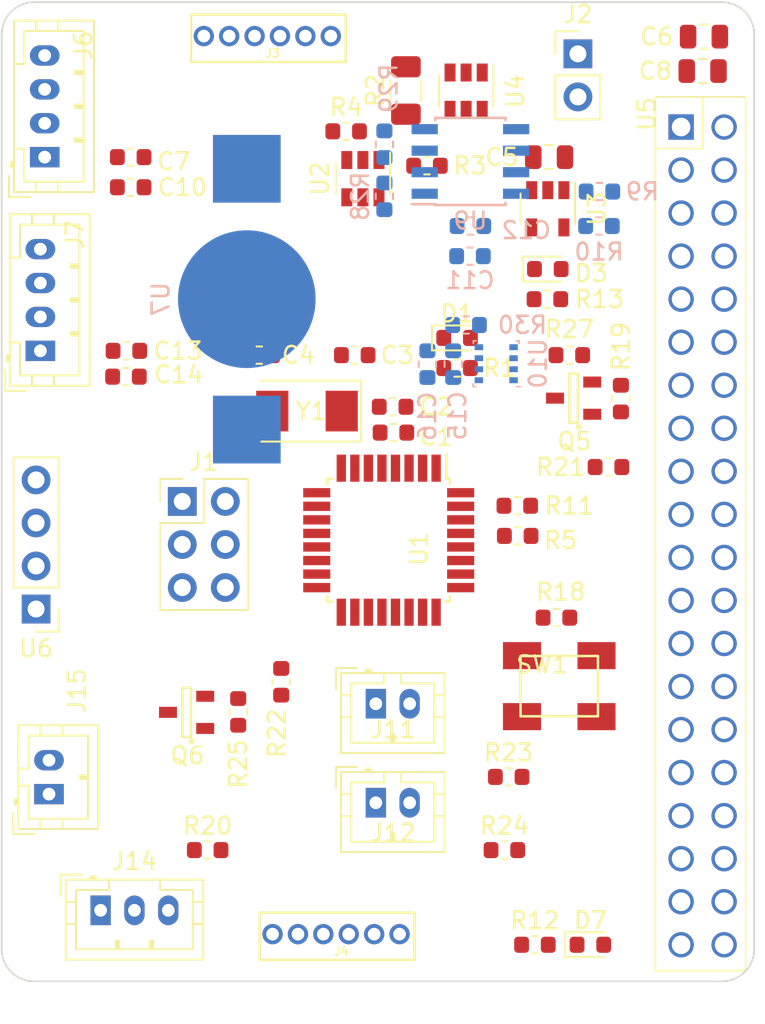
<source format=kicad_pcb>
(kicad_pcb (version 20171130) (host pcbnew "(5.0.0)")

  (general
    (thickness 1.6)
    (drawings 9)
    (tracks 0)
    (zones 0)
    (modules 63)
    (nets 79)
  )

  (page A4)
  (layers
    (0 F.Cu signal)
    (31 B.Cu signal)
    (32 B.Adhes user)
    (33 F.Adhes user)
    (34 B.Paste user)
    (35 F.Paste user)
    (36 B.SilkS user)
    (37 F.SilkS user)
    (38 B.Mask user)
    (39 F.Mask user)
    (40 Dwgs.User user)
    (41 Cmts.User user)
    (42 Eco1.User user)
    (43 Eco2.User user)
    (44 Edge.Cuts user)
    (45 Margin user)
    (46 B.CrtYd user)
    (47 F.CrtYd user)
    (48 B.Fab user hide)
    (49 F.Fab user hide)
  )

  (setup
    (last_trace_width 0.25)
    (trace_clearance 0.2)
    (zone_clearance 0.508)
    (zone_45_only no)
    (trace_min 0.2)
    (segment_width 0.2)
    (edge_width 0.1)
    (via_size 0.8)
    (via_drill 0.4)
    (via_min_size 0.4)
    (via_min_drill 0.3)
    (uvia_size 0.3)
    (uvia_drill 0.1)
    (uvias_allowed no)
    (uvia_min_size 0.2)
    (uvia_min_drill 0.1)
    (pcb_text_width 0.3)
    (pcb_text_size 1.5 1.5)
    (mod_edge_width 0.15)
    (mod_text_size 1 1)
    (mod_text_width 0.15)
    (pad_size 1.5 1.5)
    (pad_drill 0.6)
    (pad_to_mask_clearance 0)
    (aux_axis_origin 0 0)
    (visible_elements 7FFFFFFF)
    (pcbplotparams
      (layerselection 0x010fc_ffffffff)
      (usegerberextensions false)
      (usegerberattributes false)
      (usegerberadvancedattributes false)
      (creategerberjobfile false)
      (excludeedgelayer true)
      (linewidth 0.100000)
      (plotframeref false)
      (viasonmask false)
      (mode 1)
      (useauxorigin false)
      (hpglpennumber 1)
      (hpglpenspeed 20)
      (hpglpendiameter 15.000000)
      (psnegative false)
      (psa4output false)
      (plotreference true)
      (plotvalue true)
      (plotinvisibletext false)
      (padsonsilk false)
      (subtractmaskfromsilk false)
      (outputformat 1)
      (mirror false)
      (drillshape 1)
      (scaleselection 1)
      (outputdirectory ""))
  )

  (net 0 "")
  (net 1 GND)
  (net 2 V_BATT)
  (net 3 I_BATT)
  (net 4 3.3V_ARD)
  (net 5 5V_EN)
  (net 6 /powerControl/5V_IN)
  (net 7 "Net-(Q6-Pad1)")
  (net 8 "Net-(J15-Pad2)")
  (net 9 3.3V_out)
  (net 10 3.3V)
  (net 11 "Net-(Q5-Pad1)")
  (net 12 "Net-(SW1-Pad2)")
  (net 13 "Net-(SW1-Pad1)")
  (net 14 RST)
  (net 15 "Net-(R18-Pad1)")
  (net 16 SDA)
  (net 17 SCL)
  (net 18 GPIO4)
  (net 19 3.3V_CTL)
  (net 20 GPIO27)
  (net 21 "Net-(U5-Pad8)")
  (net 22 "Net-(U5-Pad9)")
  (net 23 PUSH)
  (net 24 PUSH2)
  (net 25 GPIO10)
  (net 26 "Net-(U5-Pad13)")
  (net 27 "Net-(U5-Pad14)")
  (net 28 "Net-(U5-Pad15)")
  (net 29 "Net-(U5-Pad16)")
  (net 30 "Net-(U5-Pad17)")
  (net 31 Vhall)
  (net 32 Flash)
  (net 33 "Net-(D7-Pad2)")
  (net 34 "Net-(U5-Pad22)")
  (net 35 "Net-(U5-Pad23)")
  (net 36 LED_CTL)
  (net 37 "Net-(U5-Pad26)")
  (net 38 FAN_CTL)
  (net 39 "Net-(U5-Pad28)")
  (net 40 "Net-(U5-Pad29)")
  (net 41 "Net-(U5-Pad30)")
  (net 42 "Net-(U5-Pad31)")
  (net 43 "Net-(U5-Pad32)")
  (net 44 "Net-(U5-Pad34)")
  (net 45 LED_EN)
  (net 46 "Net-(R11-Pad2)")
  (net 47 "Net-(R5-Pad2)")
  (net 48 Vpi)
  (net 49 Torch)
  (net 50 CRYSTAL1)
  (net 51 CRYSTAL2)
  (net 52 "Net-(D7-Pad1)")
  (net 53 PI_CTL)
  (net 54 "Net-(R3-Pad1)")
  (net 55 "Net-(R30-Pad2)")
  (net 56 alarm)
  (net 57 "Net-(R28-Pad2)")
  (net 58 5V)
  (net 59 "Net-(R4-Pad1)")
  (net 60 RXD)
  (net 61 TXD)
  (net 62 "Net-(D3-Pad2)")
  (net 63 /powerControl/5V_in)
  (net 64 "Net-(D1-Pad2)")
  (net 65 "Net-(R1-Pad2)")
  (net 66 "Net-(D3-Pad1)")
  (net 67 "Net-(U9-Pad4)")
  (net 68 I_LED)
  (net 69 I_PI)
  (net 70 "Net-(U1-Pad18)")
  (net 71 "Net-(U1-Pad20)")
  (net 72 "Net-(U10-Pad2)")
  (net 73 MISO)
  (net 74 SCK)
  (net 75 MOSI)
  (net 76 LED_SENSE)
  (net 77 "Net-(U7-Pad2)")
  (net 78 /powerControl/5V_NPTC)

  (net_class Default "This is the default net class."
    (clearance 0.2)
    (trace_width 0.25)
    (via_dia 0.8)
    (via_drill 0.4)
    (uvia_dia 0.3)
    (uvia_drill 0.1)
    (add_net /powerControl/5V_IN)
    (add_net /powerControl/5V_NPTC)
    (add_net /powerControl/5V_in)
    (add_net 3.3V)
    (add_net 3.3V_ARD)
    (add_net 3.3V_CTL)
    (add_net 3.3V_out)
    (add_net 5V)
    (add_net 5V_EN)
    (add_net CRYSTAL1)
    (add_net CRYSTAL2)
    (add_net FAN_CTL)
    (add_net Flash)
    (add_net GND)
    (add_net GPIO10)
    (add_net GPIO27)
    (add_net GPIO4)
    (add_net I_BATT)
    (add_net I_LED)
    (add_net I_PI)
    (add_net LED_CTL)
    (add_net LED_EN)
    (add_net LED_SENSE)
    (add_net MISO)
    (add_net MOSI)
    (add_net "Net-(D1-Pad2)")
    (add_net "Net-(D3-Pad1)")
    (add_net "Net-(D3-Pad2)")
    (add_net "Net-(D7-Pad1)")
    (add_net "Net-(D7-Pad2)")
    (add_net "Net-(J15-Pad2)")
    (add_net "Net-(Q5-Pad1)")
    (add_net "Net-(Q6-Pad1)")
    (add_net "Net-(R1-Pad2)")
    (add_net "Net-(R11-Pad2)")
    (add_net "Net-(R18-Pad1)")
    (add_net "Net-(R28-Pad2)")
    (add_net "Net-(R3-Pad1)")
    (add_net "Net-(R30-Pad2)")
    (add_net "Net-(R4-Pad1)")
    (add_net "Net-(R5-Pad2)")
    (add_net "Net-(SW1-Pad1)")
    (add_net "Net-(SW1-Pad2)")
    (add_net "Net-(U1-Pad18)")
    (add_net "Net-(U1-Pad20)")
    (add_net "Net-(U10-Pad2)")
    (add_net "Net-(U5-Pad13)")
    (add_net "Net-(U5-Pad14)")
    (add_net "Net-(U5-Pad15)")
    (add_net "Net-(U5-Pad16)")
    (add_net "Net-(U5-Pad17)")
    (add_net "Net-(U5-Pad22)")
    (add_net "Net-(U5-Pad23)")
    (add_net "Net-(U5-Pad26)")
    (add_net "Net-(U5-Pad28)")
    (add_net "Net-(U5-Pad29)")
    (add_net "Net-(U5-Pad30)")
    (add_net "Net-(U5-Pad31)")
    (add_net "Net-(U5-Pad32)")
    (add_net "Net-(U5-Pad34)")
    (add_net "Net-(U5-Pad8)")
    (add_net "Net-(U5-Pad9)")
    (add_net "Net-(U7-Pad2)")
    (add_net "Net-(U9-Pad4)")
    (add_net PI_CTL)
    (add_net PUSH)
    (add_net PUSH2)
    (add_net RST)
    (add_net RXD)
    (add_net SCK)
    (add_net SCL)
    (add_net SDA)
    (add_net TXD)
    (add_net Torch)
    (add_net V_BATT)
    (add_net Vhall)
    (add_net Vpi)
    (add_net alarm)
  )

  (module Capacitor_SMD:C_0805_2012Metric (layer F.Cu) (tedit 5B36C52B) (tstamp 5C4BD3E9)
    (at 41.402 4.064 180)
    (descr "Capacitor SMD 0805 (2012 Metric), square (rectangular) end terminal, IPC_7351 nominal, (Body size source: https://docs.google.com/spreadsheets/d/1BsfQQcO9C6DZCsRaXUlFlo91Tg2WpOkGARC1WS5S8t0/edit?usp=sharing), generated with kicad-footprint-generator")
    (tags capacitor)
    (path /5988C2E9/5C4C763B)
    (attr smd)
    (fp_text reference C8 (at 2.794 0 180) (layer F.SilkS)
      (effects (font (size 1 1) (thickness 0.15)))
    )
    (fp_text value 10uF (at 0 1.65 180) (layer F.Fab)
      (effects (font (size 1 1) (thickness 0.15)))
    )
    (fp_line (start -1 0.6) (end -1 -0.6) (layer F.Fab) (width 0.1))
    (fp_line (start -1 -0.6) (end 1 -0.6) (layer F.Fab) (width 0.1))
    (fp_line (start 1 -0.6) (end 1 0.6) (layer F.Fab) (width 0.1))
    (fp_line (start 1 0.6) (end -1 0.6) (layer F.Fab) (width 0.1))
    (fp_line (start -0.258578 -0.71) (end 0.258578 -0.71) (layer F.SilkS) (width 0.12))
    (fp_line (start -0.258578 0.71) (end 0.258578 0.71) (layer F.SilkS) (width 0.12))
    (fp_line (start -1.68 0.95) (end -1.68 -0.95) (layer F.CrtYd) (width 0.05))
    (fp_line (start -1.68 -0.95) (end 1.68 -0.95) (layer F.CrtYd) (width 0.05))
    (fp_line (start 1.68 -0.95) (end 1.68 0.95) (layer F.CrtYd) (width 0.05))
    (fp_line (start 1.68 0.95) (end -1.68 0.95) (layer F.CrtYd) (width 0.05))
    (fp_text user %R (at 0 0 180) (layer F.Fab)
      (effects (font (size 0.5 0.5) (thickness 0.08)))
    )
    (pad 1 smd roundrect (at -0.9375 0 180) (size 0.975 1.4) (layers F.Cu F.Paste F.Mask) (roundrect_rratio 0.25)
      (net 48 Vpi))
    (pad 2 smd roundrect (at 0.9375 0 180) (size 0.975 1.4) (layers F.Cu F.Paste F.Mask) (roundrect_rratio 0.25)
      (net 1 GND))
    (model ${KISYS3DMOD}/Capacitor_SMD.3dshapes/C_0805_2012Metric.wrl
      (at (xyz 0 0 0))
      (scale (xyz 1 1 1))
      (rotate (xyz 0 0 0))
    )
  )

  (module myLib:BK870_CR1025holder (layer B.Cu) (tedit 5C38E330) (tstamp 5C64BA60)
    (at 14.478 17.526 90)
    (path /5C488B3C/5C54CFE2)
    (fp_text reference U7 (at 0 -5.08 90) (layer B.SilkS)
      (effects (font (size 1 1) (thickness 0.15)) (justify mirror))
    )
    (fp_text value coin_cell (at 0 0.5 90) (layer B.Fab)
      (effects (font (size 1 1) (thickness 0.15)) (justify mirror))
    )
    (pad 1 smd circle (at 0 0 90) (size 8.13 8.13) (layers B.Cu B.Paste B.Mask)
      (net 1 GND))
    (pad 2 smd rect (at -7.695 0 90) (size 4 4) (layers B.Cu B.Paste B.Mask)
      (net 77 "Net-(U7-Pad2)"))
    (pad 3 smd rect (at 7.695 0 90) (size 4 4) (layers B.Cu B.Paste B.Mask)
      (net 77 "Net-(U7-Pad2)"))
  )

  (module Crystal:Crystal_SMD_Abracon_ABM3-2Pin_5.0x3.2mm (layer F.Cu) (tedit 5A0FD1B2) (tstamp 5C64A023)
    (at 18.034 24.13 180)
    (descr "Abracon Miniature Ceramic Smd Crystal ABM3 http://www.abracon.com/Resonators/abm3.pdf, 5.0x3.2mm^2 package")
    (tags "SMD SMT crystal")
    (path /5C0FCE67)
    (attr smd)
    (fp_text reference Y1 (at -0.254 0 180) (layer F.SilkS)
      (effects (font (size 1 1) (thickness 0.15)))
    )
    (fp_text value Crystal (at 0 2.8 180) (layer F.Fab)
      (effects (font (size 1 1) (thickness 0.15)))
    )
    (fp_text user %R (at 0 0 180) (layer F.Fab)
      (effects (font (size 1 1) (thickness 0.15)))
    )
    (fp_line (start -2.3 -1.6) (end 2.3 -1.6) (layer F.Fab) (width 0.1))
    (fp_line (start 2.3 -1.6) (end 2.5 -1.4) (layer F.Fab) (width 0.1))
    (fp_line (start 2.5 -1.4) (end 2.5 1.4) (layer F.Fab) (width 0.1))
    (fp_line (start 2.5 1.4) (end 2.3 1.6) (layer F.Fab) (width 0.1))
    (fp_line (start 2.3 1.6) (end -2.3 1.6) (layer F.Fab) (width 0.1))
    (fp_line (start -2.3 1.6) (end -2.5 1.4) (layer F.Fab) (width 0.1))
    (fp_line (start -2.5 1.4) (end -2.5 -1.4) (layer F.Fab) (width 0.1))
    (fp_line (start -2.5 -1.4) (end -2.3 -1.6) (layer F.Fab) (width 0.1))
    (fp_line (start -2.5 0.6) (end -1.5 1.6) (layer F.Fab) (width 0.1))
    (fp_line (start 2.7 -1.8) (end -3.2 -1.8) (layer F.SilkS) (width 0.12))
    (fp_line (start -3.2 -1.8) (end -3.2 1.8) (layer F.SilkS) (width 0.12))
    (fp_line (start -3.2 1.8) (end 2.7 1.8) (layer F.SilkS) (width 0.12))
    (fp_line (start -3.3 -1.9) (end -3.3 1.9) (layer F.CrtYd) (width 0.05))
    (fp_line (start -3.3 1.9) (end 3.3 1.9) (layer F.CrtYd) (width 0.05))
    (fp_line (start 3.3 1.9) (end 3.3 -1.9) (layer F.CrtYd) (width 0.05))
    (fp_line (start 3.3 -1.9) (end -3.3 -1.9) (layer F.CrtYd) (width 0.05))
    (fp_circle (center 0 0) (end 0.5 0) (layer F.Adhes) (width 0.1))
    (fp_circle (center 0 0) (end 0.416667 0) (layer F.Adhes) (width 0.166667))
    (fp_circle (center 0 0) (end 0.266667 0) (layer F.Adhes) (width 0.166667))
    (fp_circle (center 0 0) (end 0.116667 0) (layer F.Adhes) (width 0.233333))
    (pad 1 smd rect (at -2.05 0 180) (size 1.9 2.4) (layers F.Cu F.Paste F.Mask)
      (net 50 CRYSTAL1))
    (pad 2 smd rect (at 2.05 0 180) (size 1.9 2.4) (layers F.Cu F.Paste F.Mask)
      (net 51 CRYSTAL2))
    (model ${KISYS3DMOD}/Crystal.3dshapes/Crystal_SMD_Abracon_ABM3-2Pin_5.0x3.2mm.wrl
      (at (xyz 0 0 0))
      (scale (xyz 1 1 1))
      (rotate (xyz 0 0 0))
    )
  )

  (module Package_TO_SOT_SMD:SOT-23-6 (layer F.Cu) (tedit 5A02FF57) (tstamp 5C64797C)
    (at 27.432 5.25 270)
    (descr "6-pin SOT-23 package")
    (tags SOT-23-6)
    (path /5988C2E9/5C52284F)
    (attr smd)
    (fp_text reference U4 (at 0 -2.9 270) (layer F.SilkS)
      (effects (font (size 1 1) (thickness 0.15)))
    )
    (fp_text value INA181 (at 0 2.9 270) (layer F.Fab)
      (effects (font (size 1 1) (thickness 0.15)))
    )
    (fp_text user %R (at 0 0) (layer F.Fab)
      (effects (font (size 0.5 0.5) (thickness 0.075)))
    )
    (fp_line (start -0.9 1.61) (end 0.9 1.61) (layer F.SilkS) (width 0.12))
    (fp_line (start 0.9 -1.61) (end -1.55 -1.61) (layer F.SilkS) (width 0.12))
    (fp_line (start 1.9 -1.8) (end -1.9 -1.8) (layer F.CrtYd) (width 0.05))
    (fp_line (start 1.9 1.8) (end 1.9 -1.8) (layer F.CrtYd) (width 0.05))
    (fp_line (start -1.9 1.8) (end 1.9 1.8) (layer F.CrtYd) (width 0.05))
    (fp_line (start -1.9 -1.8) (end -1.9 1.8) (layer F.CrtYd) (width 0.05))
    (fp_line (start -0.9 -0.9) (end -0.25 -1.55) (layer F.Fab) (width 0.1))
    (fp_line (start 0.9 -1.55) (end -0.25 -1.55) (layer F.Fab) (width 0.1))
    (fp_line (start -0.9 -0.9) (end -0.9 1.55) (layer F.Fab) (width 0.1))
    (fp_line (start 0.9 1.55) (end -0.9 1.55) (layer F.Fab) (width 0.1))
    (fp_line (start 0.9 -1.55) (end 0.9 1.55) (layer F.Fab) (width 0.1))
    (pad 1 smd rect (at -1.1 -0.95 270) (size 1.06 0.65) (layers F.Cu F.Paste F.Mask)
      (net 69 I_PI))
    (pad 2 smd rect (at -1.1 0 270) (size 1.06 0.65) (layers F.Cu F.Paste F.Mask)
      (net 1 GND))
    (pad 3 smd rect (at -1.1 0.95 270) (size 1.06 0.65) (layers F.Cu F.Paste F.Mask)
      (net 6 /powerControl/5V_IN))
    (pad 4 smd rect (at 1.1 0.95 270) (size 1.06 0.65) (layers F.Cu F.Paste F.Mask)
      (net 58 5V))
    (pad 6 smd rect (at 1.1 -0.95 270) (size 1.06 0.65) (layers F.Cu F.Paste F.Mask)
      (net 4 3.3V_ARD))
    (pad 5 smd rect (at 1.1 0 270) (size 1.06 0.65) (layers F.Cu F.Paste F.Mask)
      (net 1 GND))
    (model ${KISYS3DMOD}/Package_TO_SOT_SMD.3dshapes/SOT-23-6.wrl
      (at (xyz 0 0 0))
      (scale (xyz 1 1 1))
      (rotate (xyz 0 0 0))
    )
  )

  (module Resistor_SMD:R_1206_3216Metric (layer F.Cu) (tedit 5B301BBD) (tstamp 5C6476CC)
    (at 23.876 5.21 90)
    (descr "Resistor SMD 1206 (3216 Metric), square (rectangular) end terminal, IPC_7351 nominal, (Body size source: http://www.tortai-tech.com/upload/download/2011102023233369053.pdf), generated with kicad-footprint-generator")
    (tags resistor)
    (path /5988C2E9/5C4A2790)
    (attr smd)
    (fp_text reference R2 (at 0 -1.82 90) (layer F.SilkS)
      (effects (font (size 1 1) (thickness 0.15)))
    )
    (fp_text value 0.01R (at 0 1.82 90) (layer F.Fab)
      (effects (font (size 1 1) (thickness 0.15)))
    )
    (fp_line (start -1.6 0.8) (end -1.6 -0.8) (layer F.Fab) (width 0.1))
    (fp_line (start -1.6 -0.8) (end 1.6 -0.8) (layer F.Fab) (width 0.1))
    (fp_line (start 1.6 -0.8) (end 1.6 0.8) (layer F.Fab) (width 0.1))
    (fp_line (start 1.6 0.8) (end -1.6 0.8) (layer F.Fab) (width 0.1))
    (fp_line (start -0.602064 -0.91) (end 0.602064 -0.91) (layer F.SilkS) (width 0.12))
    (fp_line (start -0.602064 0.91) (end 0.602064 0.91) (layer F.SilkS) (width 0.12))
    (fp_line (start -2.28 1.12) (end -2.28 -1.12) (layer F.CrtYd) (width 0.05))
    (fp_line (start -2.28 -1.12) (end 2.28 -1.12) (layer F.CrtYd) (width 0.05))
    (fp_line (start 2.28 -1.12) (end 2.28 1.12) (layer F.CrtYd) (width 0.05))
    (fp_line (start 2.28 1.12) (end -2.28 1.12) (layer F.CrtYd) (width 0.05))
    (fp_text user %R (at 0 0 90) (layer F.Fab)
      (effects (font (size 0.8 0.8) (thickness 0.12)))
    )
    (pad 1 smd roundrect (at -1.4 0 90) (size 1.25 1.75) (layers F.Cu F.Paste F.Mask) (roundrect_rratio 0.2)
      (net 58 5V))
    (pad 2 smd roundrect (at 1.4 0 90) (size 1.25 1.75) (layers F.Cu F.Paste F.Mask) (roundrect_rratio 0.2)
      (net 6 /powerControl/5V_IN))
    (model ${KISYS3DMOD}/Resistor_SMD.3dshapes/R_1206_3216Metric.wrl
      (at (xyz 0 0 0))
      (scale (xyz 1 1 1))
      (rotate (xyz 0 0 0))
    )
  )

  (module myLib:conn_1x06_1.5mm (layer F.Cu) (tedit 5C44F800) (tstamp 5C6475BD)
    (at 16 55)
    (path /5988C2E9/5C51F7D5)
    (fp_text reference J4 (at 4.064 1.016) (layer F.SilkS)
      (effects (font (size 0.5 0.5) (thickness 0.1)))
    )
    (fp_text value Conn_01x06_Male (at 0 -0.5) (layer F.Fab)
      (effects (font (size 1 1) (thickness 0.15)))
    )
    (fp_line (start -0.762 -1.27) (end -0.762 1.524) (layer F.SilkS) (width 0.15))
    (fp_line (start -0.762 1.524) (end 8.382 1.524) (layer F.SilkS) (width 0.15))
    (fp_line (start 8.382 1.524) (end 8.382 -1.27) (layer F.SilkS) (width 0.15))
    (fp_line (start 8.382 -1.27) (end -0.762 -1.27) (layer F.SilkS) (width 0.15))
    (pad 1 thru_hole circle (at 0 0) (size 1.2 1.2) (drill 0.75) (layers *.Cu *.Mask)
      (net 1 GND))
    (pad 2 thru_hole circle (at 1.5 0) (size 1.2 1.2) (drill 0.75) (layers *.Cu *.Mask)
      (net 68 I_LED))
    (pad 3 thru_hole circle (at 3 0) (size 1.2 1.2) (drill 0.75) (layers *.Cu *.Mask)
      (net 32 Flash))
    (pad 4 thru_hole circle (at 4.5 0) (size 1.2 1.2) (drill 0.75) (layers *.Cu *.Mask)
      (net 49 Torch))
    (pad 5 thru_hole circle (at 6 0) (size 1.2 1.2) (drill 0.75) (layers *.Cu *.Mask)
      (net 45 LED_EN))
    (pad 6 thru_hole circle (at 7.5 0) (size 1.2 1.2) (drill 0.75) (layers *.Cu *.Mask)
      (net 76 LED_SENSE))
  )

  (module Capacitor_SMD:C_0603_1608Metric (layer F.Cu) (tedit 5B301BBE) (tstamp 5C63AA34)
    (at 23.1395 25.4)
    (descr "Capacitor SMD 0603 (1608 Metric), square (rectangular) end terminal, IPC_7351 nominal, (Body size source: http://www.tortai-tech.com/upload/download/2011102023233369053.pdf), generated with kicad-footprint-generator")
    (tags capacitor)
    (path /5C0FCE24)
    (attr smd)
    (fp_text reference C1 (at 2.5145 0.254) (layer F.SilkS)
      (effects (font (size 1 1) (thickness 0.15)))
    )
    (fp_text value 1uF (at 0 1.43) (layer F.Fab)
      (effects (font (size 1 1) (thickness 0.15)))
    )
    (fp_text user %R (at 0 0) (layer F.Fab)
      (effects (font (size 0.4 0.4) (thickness 0.06)))
    )
    (fp_line (start 1.48 0.73) (end -1.48 0.73) (layer F.CrtYd) (width 0.05))
    (fp_line (start 1.48 -0.73) (end 1.48 0.73) (layer F.CrtYd) (width 0.05))
    (fp_line (start -1.48 -0.73) (end 1.48 -0.73) (layer F.CrtYd) (width 0.05))
    (fp_line (start -1.48 0.73) (end -1.48 -0.73) (layer F.CrtYd) (width 0.05))
    (fp_line (start -0.162779 0.51) (end 0.162779 0.51) (layer F.SilkS) (width 0.12))
    (fp_line (start -0.162779 -0.51) (end 0.162779 -0.51) (layer F.SilkS) (width 0.12))
    (fp_line (start 0.8 0.4) (end -0.8 0.4) (layer F.Fab) (width 0.1))
    (fp_line (start 0.8 -0.4) (end 0.8 0.4) (layer F.Fab) (width 0.1))
    (fp_line (start -0.8 -0.4) (end 0.8 -0.4) (layer F.Fab) (width 0.1))
    (fp_line (start -0.8 0.4) (end -0.8 -0.4) (layer F.Fab) (width 0.1))
    (pad 2 smd roundrect (at 0.7875 0) (size 0.875 0.95) (layers F.Cu F.Paste F.Mask) (roundrect_rratio 0.25)
      (net 1 GND))
    (pad 1 smd roundrect (at -0.7875 0) (size 0.875 0.95) (layers F.Cu F.Paste F.Mask) (roundrect_rratio 0.25)
      (net 4 3.3V_ARD))
    (model ${KISYS3DMOD}/Capacitor_SMD.3dshapes/C_0603_1608Metric.wrl
      (at (xyz 0 0 0))
      (scale (xyz 1 1 1))
      (rotate (xyz 0 0 0))
    )
  )

  (module Capacitor_SMD:C_0603_1608Metric (layer B.Cu) (tedit 5B301BBE) (tstamp 5C63AA23)
    (at 26.67 21.3615 270)
    (descr "Capacitor SMD 0603 (1608 Metric), square (rectangular) end terminal, IPC_7351 nominal, (Body size source: http://www.tortai-tech.com/upload/download/2011102023233369053.pdf), generated with kicad-footprint-generator")
    (tags capacitor)
    (path /5C488B3C/5C48C2A7)
    (attr smd)
    (fp_text reference C15 (at 3.048 -0.254 270) (layer B.SilkS)
      (effects (font (size 1 1) (thickness 0.15)) (justify mirror))
    )
    (fp_text value 10nF (at 0 -1.43 270) (layer B.Fab)
      (effects (font (size 1 1) (thickness 0.15)) (justify mirror))
    )
    (fp_line (start -0.8 -0.4) (end -0.8 0.4) (layer B.Fab) (width 0.1))
    (fp_line (start -0.8 0.4) (end 0.8 0.4) (layer B.Fab) (width 0.1))
    (fp_line (start 0.8 0.4) (end 0.8 -0.4) (layer B.Fab) (width 0.1))
    (fp_line (start 0.8 -0.4) (end -0.8 -0.4) (layer B.Fab) (width 0.1))
    (fp_line (start -0.162779 0.51) (end 0.162779 0.51) (layer B.SilkS) (width 0.12))
    (fp_line (start -0.162779 -0.51) (end 0.162779 -0.51) (layer B.SilkS) (width 0.12))
    (fp_line (start -1.48 -0.73) (end -1.48 0.73) (layer B.CrtYd) (width 0.05))
    (fp_line (start -1.48 0.73) (end 1.48 0.73) (layer B.CrtYd) (width 0.05))
    (fp_line (start 1.48 0.73) (end 1.48 -0.73) (layer B.CrtYd) (width 0.05))
    (fp_line (start 1.48 -0.73) (end -1.48 -0.73) (layer B.CrtYd) (width 0.05))
    (fp_text user %R (at 0 0 270) (layer B.Fab)
      (effects (font (size 0.4 0.4) (thickness 0.06)) (justify mirror))
    )
    (pad 1 smd roundrect (at -0.7875 0 270) (size 0.875 0.95) (layers B.Cu B.Paste B.Mask) (roundrect_rratio 0.25)
      (net 9 3.3V_out))
    (pad 2 smd roundrect (at 0.7875 0 270) (size 0.875 0.95) (layers B.Cu B.Paste B.Mask) (roundrect_rratio 0.25)
      (net 1 GND))
    (model ${KISYS3DMOD}/Capacitor_SMD.3dshapes/C_0603_1608Metric.wrl
      (at (xyz 0 0 0))
      (scale (xyz 1 1 1))
      (rotate (xyz 0 0 0))
    )
  )

  (module Capacitor_SMD:C_0603_1608Metric (layer F.Cu) (tedit 5B301BBE) (tstamp 5C63AA12)
    (at 7.3405 22.098)
    (descr "Capacitor SMD 0603 (1608 Metric), square (rectangular) end terminal, IPC_7351 nominal, (Body size source: http://www.tortai-tech.com/upload/download/2011102023233369053.pdf), generated with kicad-footprint-generator")
    (tags capacitor)
    (path /5C488B3C/5C4906ED)
    (attr smd)
    (fp_text reference C14 (at 3.104999 -0.125001) (layer F.SilkS)
      (effects (font (size 1 1) (thickness 0.15)))
    )
    (fp_text value 1uF (at 0 1.43) (layer F.Fab)
      (effects (font (size 1 1) (thickness 0.15)))
    )
    (fp_text user %R (at 0 0) (layer F.Fab)
      (effects (font (size 0.4 0.4) (thickness 0.06)))
    )
    (fp_line (start 1.48 0.73) (end -1.48 0.73) (layer F.CrtYd) (width 0.05))
    (fp_line (start 1.48 -0.73) (end 1.48 0.73) (layer F.CrtYd) (width 0.05))
    (fp_line (start -1.48 -0.73) (end 1.48 -0.73) (layer F.CrtYd) (width 0.05))
    (fp_line (start -1.48 0.73) (end -1.48 -0.73) (layer F.CrtYd) (width 0.05))
    (fp_line (start -0.162779 0.51) (end 0.162779 0.51) (layer F.SilkS) (width 0.12))
    (fp_line (start -0.162779 -0.51) (end 0.162779 -0.51) (layer F.SilkS) (width 0.12))
    (fp_line (start 0.8 0.4) (end -0.8 0.4) (layer F.Fab) (width 0.1))
    (fp_line (start 0.8 -0.4) (end 0.8 0.4) (layer F.Fab) (width 0.1))
    (fp_line (start -0.8 -0.4) (end 0.8 -0.4) (layer F.Fab) (width 0.1))
    (fp_line (start -0.8 0.4) (end -0.8 -0.4) (layer F.Fab) (width 0.1))
    (pad 2 smd roundrect (at 0.7875 0) (size 0.875 0.95) (layers F.Cu F.Paste F.Mask) (roundrect_rratio 0.25)
      (net 1 GND))
    (pad 1 smd roundrect (at -0.7875 0) (size 0.875 0.95) (layers F.Cu F.Paste F.Mask) (roundrect_rratio 0.25)
      (net 9 3.3V_out))
    (model ${KISYS3DMOD}/Capacitor_SMD.3dshapes/C_0603_1608Metric.wrl
      (at (xyz 0 0 0))
      (scale (xyz 1 1 1))
      (rotate (xyz 0 0 0))
    )
  )

  (module Capacitor_SMD:C_0603_1608Metric (layer F.Cu) (tedit 5B301BBE) (tstamp 5C63AA01)
    (at 7.366 20.574)
    (descr "Capacitor SMD 0603 (1608 Metric), square (rectangular) end terminal, IPC_7351 nominal, (Body size source: http://www.tortai-tech.com/upload/download/2011102023233369053.pdf), generated with kicad-footprint-generator")
    (tags capacitor)
    (path /5C488B3C/5C4906F3)
    (attr smd)
    (fp_text reference C13 (at 3.048 0) (layer F.SilkS)
      (effects (font (size 1 1) (thickness 0.15)))
    )
    (fp_text value 10nF (at 0 1.43) (layer F.Fab)
      (effects (font (size 1 1) (thickness 0.15)))
    )
    (fp_line (start -0.8 0.4) (end -0.8 -0.4) (layer F.Fab) (width 0.1))
    (fp_line (start -0.8 -0.4) (end 0.8 -0.4) (layer F.Fab) (width 0.1))
    (fp_line (start 0.8 -0.4) (end 0.8 0.4) (layer F.Fab) (width 0.1))
    (fp_line (start 0.8 0.4) (end -0.8 0.4) (layer F.Fab) (width 0.1))
    (fp_line (start -0.162779 -0.51) (end 0.162779 -0.51) (layer F.SilkS) (width 0.12))
    (fp_line (start -0.162779 0.51) (end 0.162779 0.51) (layer F.SilkS) (width 0.12))
    (fp_line (start -1.48 0.73) (end -1.48 -0.73) (layer F.CrtYd) (width 0.05))
    (fp_line (start -1.48 -0.73) (end 1.48 -0.73) (layer F.CrtYd) (width 0.05))
    (fp_line (start 1.48 -0.73) (end 1.48 0.73) (layer F.CrtYd) (width 0.05))
    (fp_line (start 1.48 0.73) (end -1.48 0.73) (layer F.CrtYd) (width 0.05))
    (fp_text user %R (at 0 0) (layer F.Fab)
      (effects (font (size 0.4 0.4) (thickness 0.06)))
    )
    (pad 1 smd roundrect (at -0.7875 0) (size 0.875 0.95) (layers F.Cu F.Paste F.Mask) (roundrect_rratio 0.25)
      (net 9 3.3V_out))
    (pad 2 smd roundrect (at 0.7875 0) (size 0.875 0.95) (layers F.Cu F.Paste F.Mask) (roundrect_rratio 0.25)
      (net 1 GND))
    (model ${KISYS3DMOD}/Capacitor_SMD.3dshapes/C_0603_1608Metric.wrl
      (at (xyz 0 0 0))
      (scale (xyz 1 1 1))
      (rotate (xyz 0 0 0))
    )
  )

  (module Capacitor_SMD:C_0603_1608Metric (layer B.Cu) (tedit 5B301BBE) (tstamp 5C63A9F0)
    (at 27.686 13.208)
    (descr "Capacitor SMD 0603 (1608 Metric), square (rectangular) end terminal, IPC_7351 nominal, (Body size source: http://www.tortai-tech.com/upload/download/2011102023233369053.pdf), generated with kicad-footprint-generator")
    (tags capacitor)
    (path /5C488B3C/5C48B07F)
    (attr smd)
    (fp_text reference C12 (at 3.302 0.254) (layer B.SilkS)
      (effects (font (size 1 1) (thickness 0.15)) (justify mirror))
    )
    (fp_text value 1uF (at 0 -1.43) (layer B.Fab)
      (effects (font (size 1 1) (thickness 0.15)) (justify mirror))
    )
    (fp_text user %R (at 0 0) (layer B.Fab)
      (effects (font (size 0.4 0.4) (thickness 0.06)) (justify mirror))
    )
    (fp_line (start 1.48 -0.73) (end -1.48 -0.73) (layer B.CrtYd) (width 0.05))
    (fp_line (start 1.48 0.73) (end 1.48 -0.73) (layer B.CrtYd) (width 0.05))
    (fp_line (start -1.48 0.73) (end 1.48 0.73) (layer B.CrtYd) (width 0.05))
    (fp_line (start -1.48 -0.73) (end -1.48 0.73) (layer B.CrtYd) (width 0.05))
    (fp_line (start -0.162779 -0.51) (end 0.162779 -0.51) (layer B.SilkS) (width 0.12))
    (fp_line (start -0.162779 0.51) (end 0.162779 0.51) (layer B.SilkS) (width 0.12))
    (fp_line (start 0.8 -0.4) (end -0.8 -0.4) (layer B.Fab) (width 0.1))
    (fp_line (start 0.8 0.4) (end 0.8 -0.4) (layer B.Fab) (width 0.1))
    (fp_line (start -0.8 0.4) (end 0.8 0.4) (layer B.Fab) (width 0.1))
    (fp_line (start -0.8 -0.4) (end -0.8 0.4) (layer B.Fab) (width 0.1))
    (pad 2 smd roundrect (at 0.7875 0) (size 0.875 0.95) (layers B.Cu B.Paste B.Mask) (roundrect_rratio 0.25)
      (net 1 GND))
    (pad 1 smd roundrect (at -0.7875 0) (size 0.875 0.95) (layers B.Cu B.Paste B.Mask) (roundrect_rratio 0.25)
      (net 9 3.3V_out))
    (model ${KISYS3DMOD}/Capacitor_SMD.3dshapes/C_0603_1608Metric.wrl
      (at (xyz 0 0 0))
      (scale (xyz 1 1 1))
      (rotate (xyz 0 0 0))
    )
  )

  (module Capacitor_SMD:C_0603_1608Metric (layer B.Cu) (tedit 5B301BBE) (tstamp 5C63A9DF)
    (at 27.6605 14.986)
    (descr "Capacitor SMD 0603 (1608 Metric), square (rectangular) end terminal, IPC_7351 nominal, (Body size source: http://www.tortai-tech.com/upload/download/2011102023233369053.pdf), generated with kicad-footprint-generator")
    (tags capacitor)
    (path /5C488B3C/5C48B0BF)
    (attr smd)
    (fp_text reference C11 (at 0 1.43) (layer B.SilkS)
      (effects (font (size 1 1) (thickness 0.15)) (justify mirror))
    )
    (fp_text value 10nF (at 0 -1.43) (layer B.Fab)
      (effects (font (size 1 1) (thickness 0.15)) (justify mirror))
    )
    (fp_line (start -0.8 -0.4) (end -0.8 0.4) (layer B.Fab) (width 0.1))
    (fp_line (start -0.8 0.4) (end 0.8 0.4) (layer B.Fab) (width 0.1))
    (fp_line (start 0.8 0.4) (end 0.8 -0.4) (layer B.Fab) (width 0.1))
    (fp_line (start 0.8 -0.4) (end -0.8 -0.4) (layer B.Fab) (width 0.1))
    (fp_line (start -0.162779 0.51) (end 0.162779 0.51) (layer B.SilkS) (width 0.12))
    (fp_line (start -0.162779 -0.51) (end 0.162779 -0.51) (layer B.SilkS) (width 0.12))
    (fp_line (start -1.48 -0.73) (end -1.48 0.73) (layer B.CrtYd) (width 0.05))
    (fp_line (start -1.48 0.73) (end 1.48 0.73) (layer B.CrtYd) (width 0.05))
    (fp_line (start 1.48 0.73) (end 1.48 -0.73) (layer B.CrtYd) (width 0.05))
    (fp_line (start 1.48 -0.73) (end -1.48 -0.73) (layer B.CrtYd) (width 0.05))
    (fp_text user %R (at 0 0) (layer B.Fab)
      (effects (font (size 0.4 0.4) (thickness 0.06)) (justify mirror))
    )
    (pad 1 smd roundrect (at -0.7875 0) (size 0.875 0.95) (layers B.Cu B.Paste B.Mask) (roundrect_rratio 0.25)
      (net 9 3.3V_out))
    (pad 2 smd roundrect (at 0.7875 0) (size 0.875 0.95) (layers B.Cu B.Paste B.Mask) (roundrect_rratio 0.25)
      (net 1 GND))
    (model ${KISYS3DMOD}/Capacitor_SMD.3dshapes/C_0603_1608Metric.wrl
      (at (xyz 0 0 0))
      (scale (xyz 1 1 1))
      (rotate (xyz 0 0 0))
    )
  )

  (module Capacitor_SMD:C_0603_1608Metric (layer F.Cu) (tedit 5B301BBE) (tstamp 5C63A9CE)
    (at 7.62 10.922)
    (descr "Capacitor SMD 0603 (1608 Metric), square (rectangular) end terminal, IPC_7351 nominal, (Body size source: http://www.tortai-tech.com/upload/download/2011102023233369053.pdf), generated with kicad-footprint-generator")
    (tags capacitor)
    (path /5C488B3C/5C48D15C)
    (attr smd)
    (fp_text reference C10 (at 3.048 0) (layer F.SilkS)
      (effects (font (size 1 1) (thickness 0.15)))
    )
    (fp_text value 1uF (at 0 1.43) (layer F.Fab)
      (effects (font (size 1 1) (thickness 0.15)))
    )
    (fp_text user %R (at 0 0) (layer F.Fab)
      (effects (font (size 0.4 0.4) (thickness 0.06)))
    )
    (fp_line (start 1.48 0.73) (end -1.48 0.73) (layer F.CrtYd) (width 0.05))
    (fp_line (start 1.48 -0.73) (end 1.48 0.73) (layer F.CrtYd) (width 0.05))
    (fp_line (start -1.48 -0.73) (end 1.48 -0.73) (layer F.CrtYd) (width 0.05))
    (fp_line (start -1.48 0.73) (end -1.48 -0.73) (layer F.CrtYd) (width 0.05))
    (fp_line (start -0.162779 0.51) (end 0.162779 0.51) (layer F.SilkS) (width 0.12))
    (fp_line (start -0.162779 -0.51) (end 0.162779 -0.51) (layer F.SilkS) (width 0.12))
    (fp_line (start 0.8 0.4) (end -0.8 0.4) (layer F.Fab) (width 0.1))
    (fp_line (start 0.8 -0.4) (end 0.8 0.4) (layer F.Fab) (width 0.1))
    (fp_line (start -0.8 -0.4) (end 0.8 -0.4) (layer F.Fab) (width 0.1))
    (fp_line (start -0.8 0.4) (end -0.8 -0.4) (layer F.Fab) (width 0.1))
    (pad 2 smd roundrect (at 0.7875 0) (size 0.875 0.95) (layers F.Cu F.Paste F.Mask) (roundrect_rratio 0.25)
      (net 1 GND))
    (pad 1 smd roundrect (at -0.7875 0) (size 0.875 0.95) (layers F.Cu F.Paste F.Mask) (roundrect_rratio 0.25)
      (net 9 3.3V_out))
    (model ${KISYS3DMOD}/Capacitor_SMD.3dshapes/C_0603_1608Metric.wrl
      (at (xyz 0 0 0))
      (scale (xyz 1 1 1))
      (rotate (xyz 0 0 0))
    )
  )

  (module Capacitor_SMD:C_0603_1608Metric (layer F.Cu) (tedit 5B301BBE) (tstamp 5C63A9BD)
    (at 7.62 9.144)
    (descr "Capacitor SMD 0603 (1608 Metric), square (rectangular) end terminal, IPC_7351 nominal, (Body size source: http://www.tortai-tech.com/upload/download/2011102023233369053.pdf), generated with kicad-footprint-generator")
    (tags capacitor)
    (path /5C488B3C/5C48D162)
    (attr smd)
    (fp_text reference C7 (at 2.54 0.254) (layer F.SilkS)
      (effects (font (size 1 1) (thickness 0.15)))
    )
    (fp_text value 10nF (at 0 1.43) (layer F.Fab)
      (effects (font (size 1 1) (thickness 0.15)))
    )
    (fp_line (start -0.8 0.4) (end -0.8 -0.4) (layer F.Fab) (width 0.1))
    (fp_line (start -0.8 -0.4) (end 0.8 -0.4) (layer F.Fab) (width 0.1))
    (fp_line (start 0.8 -0.4) (end 0.8 0.4) (layer F.Fab) (width 0.1))
    (fp_line (start 0.8 0.4) (end -0.8 0.4) (layer F.Fab) (width 0.1))
    (fp_line (start -0.162779 -0.51) (end 0.162779 -0.51) (layer F.SilkS) (width 0.12))
    (fp_line (start -0.162779 0.51) (end 0.162779 0.51) (layer F.SilkS) (width 0.12))
    (fp_line (start -1.48 0.73) (end -1.48 -0.73) (layer F.CrtYd) (width 0.05))
    (fp_line (start -1.48 -0.73) (end 1.48 -0.73) (layer F.CrtYd) (width 0.05))
    (fp_line (start 1.48 -0.73) (end 1.48 0.73) (layer F.CrtYd) (width 0.05))
    (fp_line (start 1.48 0.73) (end -1.48 0.73) (layer F.CrtYd) (width 0.05))
    (fp_text user %R (at 0 0) (layer F.Fab)
      (effects (font (size 0.4 0.4) (thickness 0.06)))
    )
    (pad 1 smd roundrect (at -0.7875 0) (size 0.875 0.95) (layers F.Cu F.Paste F.Mask) (roundrect_rratio 0.25)
      (net 9 3.3V_out))
    (pad 2 smd roundrect (at 0.7875 0) (size 0.875 0.95) (layers F.Cu F.Paste F.Mask) (roundrect_rratio 0.25)
      (net 1 GND))
    (model ${KISYS3DMOD}/Capacitor_SMD.3dshapes/C_0603_1608Metric.wrl
      (at (xyz 0 0 0))
      (scale (xyz 1 1 1))
      (rotate (xyz 0 0 0))
    )
  )

  (module Capacitor_SMD:C_0603_1608Metric (layer F.Cu) (tedit 5B301BBE) (tstamp 5C63A9AC)
    (at 15.2145 20.828 180)
    (descr "Capacitor SMD 0603 (1608 Metric), square (rectangular) end terminal, IPC_7351 nominal, (Body size source: http://www.tortai-tech.com/upload/download/2011102023233369053.pdf), generated with kicad-footprint-generator")
    (tags capacitor)
    (path /5C0FCE75)
    (attr smd)
    (fp_text reference C4 (at -2.3115 0 180) (layer F.SilkS)
      (effects (font (size 1 1) (thickness 0.15)))
    )
    (fp_text value 22pF (at 0 1.43 180) (layer F.Fab)
      (effects (font (size 1 1) (thickness 0.15)))
    )
    (fp_text user %R (at 0 0 180) (layer F.Fab)
      (effects (font (size 0.4 0.4) (thickness 0.06)))
    )
    (fp_line (start 1.48 0.73) (end -1.48 0.73) (layer F.CrtYd) (width 0.05))
    (fp_line (start 1.48 -0.73) (end 1.48 0.73) (layer F.CrtYd) (width 0.05))
    (fp_line (start -1.48 -0.73) (end 1.48 -0.73) (layer F.CrtYd) (width 0.05))
    (fp_line (start -1.48 0.73) (end -1.48 -0.73) (layer F.CrtYd) (width 0.05))
    (fp_line (start -0.162779 0.51) (end 0.162779 0.51) (layer F.SilkS) (width 0.12))
    (fp_line (start -0.162779 -0.51) (end 0.162779 -0.51) (layer F.SilkS) (width 0.12))
    (fp_line (start 0.8 0.4) (end -0.8 0.4) (layer F.Fab) (width 0.1))
    (fp_line (start 0.8 -0.4) (end 0.8 0.4) (layer F.Fab) (width 0.1))
    (fp_line (start -0.8 -0.4) (end 0.8 -0.4) (layer F.Fab) (width 0.1))
    (fp_line (start -0.8 0.4) (end -0.8 -0.4) (layer F.Fab) (width 0.1))
    (pad 2 smd roundrect (at 0.7875 0 180) (size 0.875 0.95) (layers F.Cu F.Paste F.Mask) (roundrect_rratio 0.25)
      (net 1 GND))
    (pad 1 smd roundrect (at -0.7875 0 180) (size 0.875 0.95) (layers F.Cu F.Paste F.Mask) (roundrect_rratio 0.25)
      (net 51 CRYSTAL2))
    (model ${KISYS3DMOD}/Capacitor_SMD.3dshapes/C_0603_1608Metric.wrl
      (at (xyz 0 0 0))
      (scale (xyz 1 1 1))
      (rotate (xyz 0 0 0))
    )
  )

  (module Capacitor_SMD:C_0603_1608Metric (layer F.Cu) (tedit 5B301BBE) (tstamp 5C63A99B)
    (at 20.8535 20.828)
    (descr "Capacitor SMD 0603 (1608 Metric), square (rectangular) end terminal, IPC_7351 nominal, (Body size source: http://www.tortai-tech.com/upload/download/2011102023233369053.pdf), generated with kicad-footprint-generator")
    (tags capacitor)
    (path /5C0FCE6E)
    (attr smd)
    (fp_text reference C3 (at 2.5145 0) (layer F.SilkS)
      (effects (font (size 1 1) (thickness 0.15)))
    )
    (fp_text value 22pF (at 0 1.43) (layer F.Fab)
      (effects (font (size 1 1) (thickness 0.15)))
    )
    (fp_line (start -0.8 0.4) (end -0.8 -0.4) (layer F.Fab) (width 0.1))
    (fp_line (start -0.8 -0.4) (end 0.8 -0.4) (layer F.Fab) (width 0.1))
    (fp_line (start 0.8 -0.4) (end 0.8 0.4) (layer F.Fab) (width 0.1))
    (fp_line (start 0.8 0.4) (end -0.8 0.4) (layer F.Fab) (width 0.1))
    (fp_line (start -0.162779 -0.51) (end 0.162779 -0.51) (layer F.SilkS) (width 0.12))
    (fp_line (start -0.162779 0.51) (end 0.162779 0.51) (layer F.SilkS) (width 0.12))
    (fp_line (start -1.48 0.73) (end -1.48 -0.73) (layer F.CrtYd) (width 0.05))
    (fp_line (start -1.48 -0.73) (end 1.48 -0.73) (layer F.CrtYd) (width 0.05))
    (fp_line (start 1.48 -0.73) (end 1.48 0.73) (layer F.CrtYd) (width 0.05))
    (fp_line (start 1.48 0.73) (end -1.48 0.73) (layer F.CrtYd) (width 0.05))
    (fp_text user %R (at 0 0) (layer F.Fab)
      (effects (font (size 0.4 0.4) (thickness 0.06)))
    )
    (pad 1 smd roundrect (at -0.7875 0) (size 0.875 0.95) (layers F.Cu F.Paste F.Mask) (roundrect_rratio 0.25)
      (net 50 CRYSTAL1))
    (pad 2 smd roundrect (at 0.7875 0) (size 0.875 0.95) (layers F.Cu F.Paste F.Mask) (roundrect_rratio 0.25)
      (net 1 GND))
    (model ${KISYS3DMOD}/Capacitor_SMD.3dshapes/C_0603_1608Metric.wrl
      (at (xyz 0 0 0))
      (scale (xyz 1 1 1))
      (rotate (xyz 0 0 0))
    )
  )

  (module Capacitor_SMD:C_0603_1608Metric (layer F.Cu) (tedit 5B301BBE) (tstamp 5C63A98A)
    (at 23.0885 23.876)
    (descr "Capacitor SMD 0603 (1608 Metric), square (rectangular) end terminal, IPC_7351 nominal, (Body size source: http://www.tortai-tech.com/upload/download/2011102023233369053.pdf), generated with kicad-footprint-generator")
    (tags capacitor)
    (path /5C0FCE2B)
    (attr smd)
    (fp_text reference C2 (at 2.5655 0) (layer F.SilkS)
      (effects (font (size 1 1) (thickness 0.15)))
    )
    (fp_text value 0.1uF (at 0 1.43) (layer F.Fab)
      (effects (font (size 1 1) (thickness 0.15)))
    )
    (fp_text user %R (at 0 0) (layer F.Fab)
      (effects (font (size 0.4 0.4) (thickness 0.06)))
    )
    (fp_line (start 1.48 0.73) (end -1.48 0.73) (layer F.CrtYd) (width 0.05))
    (fp_line (start 1.48 -0.73) (end 1.48 0.73) (layer F.CrtYd) (width 0.05))
    (fp_line (start -1.48 -0.73) (end 1.48 -0.73) (layer F.CrtYd) (width 0.05))
    (fp_line (start -1.48 0.73) (end -1.48 -0.73) (layer F.CrtYd) (width 0.05))
    (fp_line (start -0.162779 0.51) (end 0.162779 0.51) (layer F.SilkS) (width 0.12))
    (fp_line (start -0.162779 -0.51) (end 0.162779 -0.51) (layer F.SilkS) (width 0.12))
    (fp_line (start 0.8 0.4) (end -0.8 0.4) (layer F.Fab) (width 0.1))
    (fp_line (start 0.8 -0.4) (end 0.8 0.4) (layer F.Fab) (width 0.1))
    (fp_line (start -0.8 -0.4) (end 0.8 -0.4) (layer F.Fab) (width 0.1))
    (fp_line (start -0.8 0.4) (end -0.8 -0.4) (layer F.Fab) (width 0.1))
    (pad 2 smd roundrect (at 0.7875 0) (size 0.875 0.95) (layers F.Cu F.Paste F.Mask) (roundrect_rratio 0.25)
      (net 1 GND))
    (pad 1 smd roundrect (at -0.7875 0) (size 0.875 0.95) (layers F.Cu F.Paste F.Mask) (roundrect_rratio 0.25)
      (net 4 3.3V_ARD))
    (model ${KISYS3DMOD}/Capacitor_SMD.3dshapes/C_0603_1608Metric.wrl
      (at (xyz 0 0 0))
      (scale (xyz 1 1 1))
      (rotate (xyz 0 0 0))
    )
  )

  (module Capacitor_SMD:C_0603_1608Metric (layer B.Cu) (tedit 5B301BBE) (tstamp 5C63A979)
    (at 25.146 21.3615 270)
    (descr "Capacitor SMD 0603 (1608 Metric), square (rectangular) end terminal, IPC_7351 nominal, (Body size source: http://www.tortai-tech.com/upload/download/2011102023233369053.pdf), generated with kicad-footprint-generator")
    (tags capacitor)
    (path /5C488B3C/5C48C2A1)
    (attr smd)
    (fp_text reference C16 (at 3.0735 0 270) (layer B.SilkS)
      (effects (font (size 1 1) (thickness 0.15)) (justify mirror))
    )
    (fp_text value 1uF (at 0 -1.43 270) (layer B.Fab)
      (effects (font (size 1 1) (thickness 0.15)) (justify mirror))
    )
    (fp_line (start -0.8 -0.4) (end -0.8 0.4) (layer B.Fab) (width 0.1))
    (fp_line (start -0.8 0.4) (end 0.8 0.4) (layer B.Fab) (width 0.1))
    (fp_line (start 0.8 0.4) (end 0.8 -0.4) (layer B.Fab) (width 0.1))
    (fp_line (start 0.8 -0.4) (end -0.8 -0.4) (layer B.Fab) (width 0.1))
    (fp_line (start -0.162779 0.51) (end 0.162779 0.51) (layer B.SilkS) (width 0.12))
    (fp_line (start -0.162779 -0.51) (end 0.162779 -0.51) (layer B.SilkS) (width 0.12))
    (fp_line (start -1.48 -0.73) (end -1.48 0.73) (layer B.CrtYd) (width 0.05))
    (fp_line (start -1.48 0.73) (end 1.48 0.73) (layer B.CrtYd) (width 0.05))
    (fp_line (start 1.48 0.73) (end 1.48 -0.73) (layer B.CrtYd) (width 0.05))
    (fp_line (start 1.48 -0.73) (end -1.48 -0.73) (layer B.CrtYd) (width 0.05))
    (fp_text user %R (at 0 0 270) (layer B.Fab)
      (effects (font (size 0.4 0.4) (thickness 0.06)) (justify mirror))
    )
    (pad 1 smd roundrect (at -0.7875 0 270) (size 0.875 0.95) (layers B.Cu B.Paste B.Mask) (roundrect_rratio 0.25)
      (net 9 3.3V_out))
    (pad 2 smd roundrect (at 0.7875 0 270) (size 0.875 0.95) (layers B.Cu B.Paste B.Mask) (roundrect_rratio 0.25)
      (net 1 GND))
    (model ${KISYS3DMOD}/Capacitor_SMD.3dshapes/C_0603_1608Metric.wrl
      (at (xyz 0 0 0))
      (scale (xyz 1 1 1))
      (rotate (xyz 0 0 0))
    )
  )

  (module Capacitor_SMD:C_0805_2012Metric (layer F.Cu) (tedit 5B36C52B) (tstamp 5C63A968)
    (at 32.3365 9.144 180)
    (descr "Capacitor SMD 0805 (2012 Metric), square (rectangular) end terminal, IPC_7351 nominal, (Body size source: https://docs.google.com/spreadsheets/d/1BsfQQcO9C6DZCsRaXUlFlo91Tg2WpOkGARC1WS5S8t0/edit?usp=sharing), generated with kicad-footprint-generator")
    (tags capacitor)
    (path /5988C2E9/5C4CFA59)
    (attr smd)
    (fp_text reference C5 (at 2.794 0 180) (layer F.SilkS)
      (effects (font (size 1 1) (thickness 0.15)))
    )
    (fp_text value 10uF (at 0 1.65 180) (layer F.Fab)
      (effects (font (size 1 1) (thickness 0.15)))
    )
    (fp_text user %R (at 0 0 180) (layer F.Fab)
      (effects (font (size 0.5 0.5) (thickness 0.08)))
    )
    (fp_line (start 1.68 0.95) (end -1.68 0.95) (layer F.CrtYd) (width 0.05))
    (fp_line (start 1.68 -0.95) (end 1.68 0.95) (layer F.CrtYd) (width 0.05))
    (fp_line (start -1.68 -0.95) (end 1.68 -0.95) (layer F.CrtYd) (width 0.05))
    (fp_line (start -1.68 0.95) (end -1.68 -0.95) (layer F.CrtYd) (width 0.05))
    (fp_line (start -0.258578 0.71) (end 0.258578 0.71) (layer F.SilkS) (width 0.12))
    (fp_line (start -0.258578 -0.71) (end 0.258578 -0.71) (layer F.SilkS) (width 0.12))
    (fp_line (start 1 0.6) (end -1 0.6) (layer F.Fab) (width 0.1))
    (fp_line (start 1 -0.6) (end 1 0.6) (layer F.Fab) (width 0.1))
    (fp_line (start -1 -0.6) (end 1 -0.6) (layer F.Fab) (width 0.1))
    (fp_line (start -1 0.6) (end -1 -0.6) (layer F.Fab) (width 0.1))
    (pad 2 smd roundrect (at 0.9375 0 180) (size 0.975 1.4) (layers F.Cu F.Paste F.Mask) (roundrect_rratio 0.25)
      (net 1 GND))
    (pad 1 smd roundrect (at -0.9375 0 180) (size 0.975 1.4) (layers F.Cu F.Paste F.Mask) (roundrect_rratio 0.25)
      (net 78 /powerControl/5V_NPTC))
    (model ${KISYS3DMOD}/Capacitor_SMD.3dshapes/C_0805_2012Metric.wrl
      (at (xyz 0 0 0))
      (scale (xyz 1 1 1))
      (rotate (xyz 0 0 0))
    )
  )

  (module Capacitor_SMD:C_0805_2012Metric (layer F.Cu) (tedit 5B36C52B) (tstamp 5C63A957)
    (at 41.4805 2.032 180)
    (descr "Capacitor SMD 0805 (2012 Metric), square (rectangular) end terminal, IPC_7351 nominal, (Body size source: https://docs.google.com/spreadsheets/d/1BsfQQcO9C6DZCsRaXUlFlo91Tg2WpOkGARC1WS5S8t0/edit?usp=sharing), generated with kicad-footprint-generator")
    (tags capacitor)
    (path /5988C2E9/5C4CFA5F)
    (attr smd)
    (fp_text reference C6 (at 2.794 0 180) (layer F.SilkS)
      (effects (font (size 1 1) (thickness 0.15)))
    )
    (fp_text value 10uF (at 0 1.65 180) (layer F.Fab)
      (effects (font (size 1 1) (thickness 0.15)))
    )
    (fp_line (start -1 0.6) (end -1 -0.6) (layer F.Fab) (width 0.1))
    (fp_line (start -1 -0.6) (end 1 -0.6) (layer F.Fab) (width 0.1))
    (fp_line (start 1 -0.6) (end 1 0.6) (layer F.Fab) (width 0.1))
    (fp_line (start 1 0.6) (end -1 0.6) (layer F.Fab) (width 0.1))
    (fp_line (start -0.258578 -0.71) (end 0.258578 -0.71) (layer F.SilkS) (width 0.12))
    (fp_line (start -0.258578 0.71) (end 0.258578 0.71) (layer F.SilkS) (width 0.12))
    (fp_line (start -1.68 0.95) (end -1.68 -0.95) (layer F.CrtYd) (width 0.05))
    (fp_line (start -1.68 -0.95) (end 1.68 -0.95) (layer F.CrtYd) (width 0.05))
    (fp_line (start 1.68 -0.95) (end 1.68 0.95) (layer F.CrtYd) (width 0.05))
    (fp_line (start 1.68 0.95) (end -1.68 0.95) (layer F.CrtYd) (width 0.05))
    (fp_text user %R (at 0 0 180) (layer F.Fab)
      (effects (font (size 0.5 0.5) (thickness 0.08)))
    )
    (pad 1 smd roundrect (at -0.9375 0 180) (size 0.975 1.4) (layers F.Cu F.Paste F.Mask) (roundrect_rratio 0.25)
      (net 48 Vpi))
    (pad 2 smd roundrect (at 0.9375 0 180) (size 0.975 1.4) (layers F.Cu F.Paste F.Mask) (roundrect_rratio 0.25)
      (net 1 GND))
    (model ${KISYS3DMOD}/Capacitor_SMD.3dshapes/C_0805_2012Metric.wrl
      (at (xyz 0 0 0))
      (scale (xyz 1 1 1))
      (rotate (xyz 0 0 0))
    )
  )

  (module Connector_JST:JST_PH_B2B-PH-K_1x02_P2.00mm_Vertical (layer F.Cu) (tedit 5A0E414C) (tstamp 5C63A946)
    (at 2.794 46.736 90)
    (descr "JST PH series connector, B2B-PH-K (http://www.jst-mfg.com/product/pdf/eng/ePH.pdf), generated with kicad-footprint-generator")
    (tags "connector JST PH side entry")
    (path /5BC9CFF4/5C0F6D37)
    (fp_text reference J15 (at 6.096 1.651 90) (layer F.SilkS)
      (effects (font (size 1 1) (thickness 0.15)))
    )
    (fp_text value Conn_01x02_Male (at 1 4 90) (layer F.Fab)
      (effects (font (size 1 1) (thickness 0.15)))
    )
    (fp_text user %R (at 1 1.5 90) (layer F.Fab)
      (effects (font (size 1 1) (thickness 0.15)))
    )
    (fp_line (start 4.45 -2.2) (end -2.45 -2.2) (layer F.CrtYd) (width 0.05))
    (fp_line (start 4.45 3.3) (end 4.45 -2.2) (layer F.CrtYd) (width 0.05))
    (fp_line (start -2.45 3.3) (end 4.45 3.3) (layer F.CrtYd) (width 0.05))
    (fp_line (start -2.45 -2.2) (end -2.45 3.3) (layer F.CrtYd) (width 0.05))
    (fp_line (start 3.95 -1.7) (end -1.95 -1.7) (layer F.Fab) (width 0.1))
    (fp_line (start 3.95 2.8) (end 3.95 -1.7) (layer F.Fab) (width 0.1))
    (fp_line (start -1.95 2.8) (end 3.95 2.8) (layer F.Fab) (width 0.1))
    (fp_line (start -1.95 -1.7) (end -1.95 2.8) (layer F.Fab) (width 0.1))
    (fp_line (start -2.36 -2.11) (end -2.36 -0.86) (layer F.Fab) (width 0.1))
    (fp_line (start -1.11 -2.11) (end -2.36 -2.11) (layer F.Fab) (width 0.1))
    (fp_line (start -2.36 -2.11) (end -2.36 -0.86) (layer F.SilkS) (width 0.12))
    (fp_line (start -1.11 -2.11) (end -2.36 -2.11) (layer F.SilkS) (width 0.12))
    (fp_line (start 1 2.3) (end 1 1.8) (layer F.SilkS) (width 0.12))
    (fp_line (start 1.1 1.8) (end 1.1 2.3) (layer F.SilkS) (width 0.12))
    (fp_line (start 0.9 1.8) (end 1.1 1.8) (layer F.SilkS) (width 0.12))
    (fp_line (start 0.9 2.3) (end 0.9 1.8) (layer F.SilkS) (width 0.12))
    (fp_line (start 4.06 0.8) (end 3.45 0.8) (layer F.SilkS) (width 0.12))
    (fp_line (start 4.06 -0.5) (end 3.45 -0.5) (layer F.SilkS) (width 0.12))
    (fp_line (start -2.06 0.8) (end -1.45 0.8) (layer F.SilkS) (width 0.12))
    (fp_line (start -2.06 -0.5) (end -1.45 -0.5) (layer F.SilkS) (width 0.12))
    (fp_line (start 1.5 -1.2) (end 1.5 -1.81) (layer F.SilkS) (width 0.12))
    (fp_line (start 3.45 -1.2) (end 1.5 -1.2) (layer F.SilkS) (width 0.12))
    (fp_line (start 3.45 2.3) (end 3.45 -1.2) (layer F.SilkS) (width 0.12))
    (fp_line (start -1.45 2.3) (end 3.45 2.3) (layer F.SilkS) (width 0.12))
    (fp_line (start -1.45 -1.2) (end -1.45 2.3) (layer F.SilkS) (width 0.12))
    (fp_line (start 0.5 -1.2) (end -1.45 -1.2) (layer F.SilkS) (width 0.12))
    (fp_line (start 0.5 -1.81) (end 0.5 -1.2) (layer F.SilkS) (width 0.12))
    (fp_line (start -0.3 -1.91) (end -0.6 -1.91) (layer F.SilkS) (width 0.12))
    (fp_line (start -0.6 -2.01) (end -0.6 -1.81) (layer F.SilkS) (width 0.12))
    (fp_line (start -0.3 -2.01) (end -0.6 -2.01) (layer F.SilkS) (width 0.12))
    (fp_line (start -0.3 -1.81) (end -0.3 -2.01) (layer F.SilkS) (width 0.12))
    (fp_line (start 4.06 -1.81) (end -2.06 -1.81) (layer F.SilkS) (width 0.12))
    (fp_line (start 4.06 2.91) (end 4.06 -1.81) (layer F.SilkS) (width 0.12))
    (fp_line (start -2.06 2.91) (end 4.06 2.91) (layer F.SilkS) (width 0.12))
    (fp_line (start -2.06 -1.81) (end -2.06 2.91) (layer F.SilkS) (width 0.12))
    (pad 2 thru_hole oval (at 2 0 90) (size 1.2 1.75) (drill 0.75) (layers *.Cu *.Mask)
      (net 8 "Net-(J15-Pad2)"))
    (pad 1 thru_hole rect (at 0 0 90) (size 1.2 1.75) (drill 0.75) (layers *.Cu *.Mask)
      (net 48 Vpi))
    (model ${KISYS3DMOD}/Connector_JST.3dshapes/JST_PH_B2B-PH-K_1x02_P2.00mm_Vertical.wrl
      (at (xyz 0 0 0))
      (scale (xyz 1 1 1))
      (rotate (xyz 0 0 0))
    )
  )

  (module Connector_JST:JST_PH_B2B-PH-K_1x02_P2.00mm_Vertical (layer F.Cu) (tedit 5A0E414C) (tstamp 5C63A91C)
    (at 22.098 47.244)
    (descr "JST PH series connector, B2B-PH-K (http://www.jst-mfg.com/product/pdf/eng/ePH.pdf), generated with kicad-footprint-generator")
    (tags "connector JST PH side entry")
    (path /5BC9CFF4/5C158B09)
    (fp_text reference J12 (at 1.016 1.778) (layer F.SilkS)
      (effects (font (size 1 1) (thickness 0.15)))
    )
    (fp_text value Conn_01x02_Male (at 1 4) (layer F.Fab)
      (effects (font (size 1 1) (thickness 0.15)))
    )
    (fp_line (start -2.06 -1.81) (end -2.06 2.91) (layer F.SilkS) (width 0.12))
    (fp_line (start -2.06 2.91) (end 4.06 2.91) (layer F.SilkS) (width 0.12))
    (fp_line (start 4.06 2.91) (end 4.06 -1.81) (layer F.SilkS) (width 0.12))
    (fp_line (start 4.06 -1.81) (end -2.06 -1.81) (layer F.SilkS) (width 0.12))
    (fp_line (start -0.3 -1.81) (end -0.3 -2.01) (layer F.SilkS) (width 0.12))
    (fp_line (start -0.3 -2.01) (end -0.6 -2.01) (layer F.SilkS) (width 0.12))
    (fp_line (start -0.6 -2.01) (end -0.6 -1.81) (layer F.SilkS) (width 0.12))
    (fp_line (start -0.3 -1.91) (end -0.6 -1.91) (layer F.SilkS) (width 0.12))
    (fp_line (start 0.5 -1.81) (end 0.5 -1.2) (layer F.SilkS) (width 0.12))
    (fp_line (start 0.5 -1.2) (end -1.45 -1.2) (layer F.SilkS) (width 0.12))
    (fp_line (start -1.45 -1.2) (end -1.45 2.3) (layer F.SilkS) (width 0.12))
    (fp_line (start -1.45 2.3) (end 3.45 2.3) (layer F.SilkS) (width 0.12))
    (fp_line (start 3.45 2.3) (end 3.45 -1.2) (layer F.SilkS) (width 0.12))
    (fp_line (start 3.45 -1.2) (end 1.5 -1.2) (layer F.SilkS) (width 0.12))
    (fp_line (start 1.5 -1.2) (end 1.5 -1.81) (layer F.SilkS) (width 0.12))
    (fp_line (start -2.06 -0.5) (end -1.45 -0.5) (layer F.SilkS) (width 0.12))
    (fp_line (start -2.06 0.8) (end -1.45 0.8) (layer F.SilkS) (width 0.12))
    (fp_line (start 4.06 -0.5) (end 3.45 -0.5) (layer F.SilkS) (width 0.12))
    (fp_line (start 4.06 0.8) (end 3.45 0.8) (layer F.SilkS) (width 0.12))
    (fp_line (start 0.9 2.3) (end 0.9 1.8) (layer F.SilkS) (width 0.12))
    (fp_line (start 0.9 1.8) (end 1.1 1.8) (layer F.SilkS) (width 0.12))
    (fp_line (start 1.1 1.8) (end 1.1 2.3) (layer F.SilkS) (width 0.12))
    (fp_line (start 1 2.3) (end 1 1.8) (layer F.SilkS) (width 0.12))
    (fp_line (start -1.11 -2.11) (end -2.36 -2.11) (layer F.SilkS) (width 0.12))
    (fp_line (start -2.36 -2.11) (end -2.36 -0.86) (layer F.SilkS) (width 0.12))
    (fp_line (start -1.11 -2.11) (end -2.36 -2.11) (layer F.Fab) (width 0.1))
    (fp_line (start -2.36 -2.11) (end -2.36 -0.86) (layer F.Fab) (width 0.1))
    (fp_line (start -1.95 -1.7) (end -1.95 2.8) (layer F.Fab) (width 0.1))
    (fp_line (start -1.95 2.8) (end 3.95 2.8) (layer F.Fab) (width 0.1))
    (fp_line (start 3.95 2.8) (end 3.95 -1.7) (layer F.Fab) (width 0.1))
    (fp_line (start 3.95 -1.7) (end -1.95 -1.7) (layer F.Fab) (width 0.1))
    (fp_line (start -2.45 -2.2) (end -2.45 3.3) (layer F.CrtYd) (width 0.05))
    (fp_line (start -2.45 3.3) (end 4.45 3.3) (layer F.CrtYd) (width 0.05))
    (fp_line (start 4.45 3.3) (end 4.45 -2.2) (layer F.CrtYd) (width 0.05))
    (fp_line (start 4.45 -2.2) (end -2.45 -2.2) (layer F.CrtYd) (width 0.05))
    (fp_text user %R (at 1 1.5) (layer F.Fab)
      (effects (font (size 1 1) (thickness 0.15)))
    )
    (pad 1 thru_hole rect (at 0 0) (size 1.2 1.75) (drill 0.75) (layers *.Cu *.Mask)
      (net 24 PUSH2))
    (pad 2 thru_hole oval (at 2 0) (size 1.2 1.75) (drill 0.75) (layers *.Cu *.Mask)
      (net 10 3.3V))
    (model ${KISYS3DMOD}/Connector_JST.3dshapes/JST_PH_B2B-PH-K_1x02_P2.00mm_Vertical.wrl
      (at (xyz 0 0 0))
      (scale (xyz 1 1 1))
      (rotate (xyz 0 0 0))
    )
  )

  (module Connector_JST:JST_PH_B2B-PH-K_1x02_P2.00mm_Vertical (layer F.Cu) (tedit 5A0E414C) (tstamp 5C63A8C8)
    (at 22.098 41.402)
    (descr "JST PH series connector, B2B-PH-K (http://www.jst-mfg.com/product/pdf/eng/ePH.pdf), generated with kicad-footprint-generator")
    (tags "connector JST PH side entry")
    (path /5BC9CFF4/5C158B02)
    (fp_text reference J11 (at 1.016 1.524) (layer F.SilkS)
      (effects (font (size 1 1) (thickness 0.15)))
    )
    (fp_text value Conn_01x02_Male (at 1 4) (layer F.Fab)
      (effects (font (size 1 1) (thickness 0.15)))
    )
    (fp_line (start -2.06 -1.81) (end -2.06 2.91) (layer F.SilkS) (width 0.12))
    (fp_line (start -2.06 2.91) (end 4.06 2.91) (layer F.SilkS) (width 0.12))
    (fp_line (start 4.06 2.91) (end 4.06 -1.81) (layer F.SilkS) (width 0.12))
    (fp_line (start 4.06 -1.81) (end -2.06 -1.81) (layer F.SilkS) (width 0.12))
    (fp_line (start -0.3 -1.81) (end -0.3 -2.01) (layer F.SilkS) (width 0.12))
    (fp_line (start -0.3 -2.01) (end -0.6 -2.01) (layer F.SilkS) (width 0.12))
    (fp_line (start -0.6 -2.01) (end -0.6 -1.81) (layer F.SilkS) (width 0.12))
    (fp_line (start -0.3 -1.91) (end -0.6 -1.91) (layer F.SilkS) (width 0.12))
    (fp_line (start 0.5 -1.81) (end 0.5 -1.2) (layer F.SilkS) (width 0.12))
    (fp_line (start 0.5 -1.2) (end -1.45 -1.2) (layer F.SilkS) (width 0.12))
    (fp_line (start -1.45 -1.2) (end -1.45 2.3) (layer F.SilkS) (width 0.12))
    (fp_line (start -1.45 2.3) (end 3.45 2.3) (layer F.SilkS) (width 0.12))
    (fp_line (start 3.45 2.3) (end 3.45 -1.2) (layer F.SilkS) (width 0.12))
    (fp_line (start 3.45 -1.2) (end 1.5 -1.2) (layer F.SilkS) (width 0.12))
    (fp_line (start 1.5 -1.2) (end 1.5 -1.81) (layer F.SilkS) (width 0.12))
    (fp_line (start -2.06 -0.5) (end -1.45 -0.5) (layer F.SilkS) (width 0.12))
    (fp_line (start -2.06 0.8) (end -1.45 0.8) (layer F.SilkS) (width 0.12))
    (fp_line (start 4.06 -0.5) (end 3.45 -0.5) (layer F.SilkS) (width 0.12))
    (fp_line (start 4.06 0.8) (end 3.45 0.8) (layer F.SilkS) (width 0.12))
    (fp_line (start 0.9 2.3) (end 0.9 1.8) (layer F.SilkS) (width 0.12))
    (fp_line (start 0.9 1.8) (end 1.1 1.8) (layer F.SilkS) (width 0.12))
    (fp_line (start 1.1 1.8) (end 1.1 2.3) (layer F.SilkS) (width 0.12))
    (fp_line (start 1 2.3) (end 1 1.8) (layer F.SilkS) (width 0.12))
    (fp_line (start -1.11 -2.11) (end -2.36 -2.11) (layer F.SilkS) (width 0.12))
    (fp_line (start -2.36 -2.11) (end -2.36 -0.86) (layer F.SilkS) (width 0.12))
    (fp_line (start -1.11 -2.11) (end -2.36 -2.11) (layer F.Fab) (width 0.1))
    (fp_line (start -2.36 -2.11) (end -2.36 -0.86) (layer F.Fab) (width 0.1))
    (fp_line (start -1.95 -1.7) (end -1.95 2.8) (layer F.Fab) (width 0.1))
    (fp_line (start -1.95 2.8) (end 3.95 2.8) (layer F.Fab) (width 0.1))
    (fp_line (start 3.95 2.8) (end 3.95 -1.7) (layer F.Fab) (width 0.1))
    (fp_line (start 3.95 -1.7) (end -1.95 -1.7) (layer F.Fab) (width 0.1))
    (fp_line (start -2.45 -2.2) (end -2.45 3.3) (layer F.CrtYd) (width 0.05))
    (fp_line (start -2.45 3.3) (end 4.45 3.3) (layer F.CrtYd) (width 0.05))
    (fp_line (start 4.45 3.3) (end 4.45 -2.2) (layer F.CrtYd) (width 0.05))
    (fp_line (start 4.45 -2.2) (end -2.45 -2.2) (layer F.CrtYd) (width 0.05))
    (fp_text user %R (at 1 1.5) (layer F.Fab)
      (effects (font (size 1 1) (thickness 0.15)))
    )
    (pad 1 thru_hole rect (at 0 0) (size 1.2 1.75) (drill 0.75) (layers *.Cu *.Mask)
      (net 23 PUSH))
    (pad 2 thru_hole oval (at 2 0) (size 1.2 1.75) (drill 0.75) (layers *.Cu *.Mask)
      (net 10 3.3V))
    (model ${KISYS3DMOD}/Connector_JST.3dshapes/JST_PH_B2B-PH-K_1x02_P2.00mm_Vertical.wrl
      (at (xyz 0 0 0))
      (scale (xyz 1 1 1))
      (rotate (xyz 0 0 0))
    )
  )

  (module Connector_JST:JST_PH_B3B-PH-K_1x03_P2.00mm_Vertical (layer F.Cu) (tedit 5A0E414C) (tstamp 5C63A89E)
    (at 5.842 53.594)
    (descr "JST PH series connector, B3B-PH-K (http://www.jst-mfg.com/product/pdf/eng/ePH.pdf), generated with kicad-footprint-generator")
    (tags "connector JST PH side entry")
    (path /5BC9CFF4/5C0F6DCC)
    (fp_text reference J14 (at 2 -2.9) (layer F.SilkS)
      (effects (font (size 1 1) (thickness 0.15)))
    )
    (fp_text value Conn_01x03_Male (at 2 4) (layer F.Fab)
      (effects (font (size 1 1) (thickness 0.15)))
    )
    (fp_text user %R (at 2 1.5) (layer F.Fab)
      (effects (font (size 1 1) (thickness 0.15)))
    )
    (fp_line (start 6.45 -2.2) (end -2.45 -2.2) (layer F.CrtYd) (width 0.05))
    (fp_line (start 6.45 3.3) (end 6.45 -2.2) (layer F.CrtYd) (width 0.05))
    (fp_line (start -2.45 3.3) (end 6.45 3.3) (layer F.CrtYd) (width 0.05))
    (fp_line (start -2.45 -2.2) (end -2.45 3.3) (layer F.CrtYd) (width 0.05))
    (fp_line (start 5.95 -1.7) (end -1.95 -1.7) (layer F.Fab) (width 0.1))
    (fp_line (start 5.95 2.8) (end 5.95 -1.7) (layer F.Fab) (width 0.1))
    (fp_line (start -1.95 2.8) (end 5.95 2.8) (layer F.Fab) (width 0.1))
    (fp_line (start -1.95 -1.7) (end -1.95 2.8) (layer F.Fab) (width 0.1))
    (fp_line (start -2.36 -2.11) (end -2.36 -0.86) (layer F.Fab) (width 0.1))
    (fp_line (start -1.11 -2.11) (end -2.36 -2.11) (layer F.Fab) (width 0.1))
    (fp_line (start -2.36 -2.11) (end -2.36 -0.86) (layer F.SilkS) (width 0.12))
    (fp_line (start -1.11 -2.11) (end -2.36 -2.11) (layer F.SilkS) (width 0.12))
    (fp_line (start 3 2.3) (end 3 1.8) (layer F.SilkS) (width 0.12))
    (fp_line (start 3.1 1.8) (end 3.1 2.3) (layer F.SilkS) (width 0.12))
    (fp_line (start 2.9 1.8) (end 3.1 1.8) (layer F.SilkS) (width 0.12))
    (fp_line (start 2.9 2.3) (end 2.9 1.8) (layer F.SilkS) (width 0.12))
    (fp_line (start 1 2.3) (end 1 1.8) (layer F.SilkS) (width 0.12))
    (fp_line (start 1.1 1.8) (end 1.1 2.3) (layer F.SilkS) (width 0.12))
    (fp_line (start 0.9 1.8) (end 1.1 1.8) (layer F.SilkS) (width 0.12))
    (fp_line (start 0.9 2.3) (end 0.9 1.8) (layer F.SilkS) (width 0.12))
    (fp_line (start 6.06 0.8) (end 5.45 0.8) (layer F.SilkS) (width 0.12))
    (fp_line (start 6.06 -0.5) (end 5.45 -0.5) (layer F.SilkS) (width 0.12))
    (fp_line (start -2.06 0.8) (end -1.45 0.8) (layer F.SilkS) (width 0.12))
    (fp_line (start -2.06 -0.5) (end -1.45 -0.5) (layer F.SilkS) (width 0.12))
    (fp_line (start 3.5 -1.2) (end 3.5 -1.81) (layer F.SilkS) (width 0.12))
    (fp_line (start 5.45 -1.2) (end 3.5 -1.2) (layer F.SilkS) (width 0.12))
    (fp_line (start 5.45 2.3) (end 5.45 -1.2) (layer F.SilkS) (width 0.12))
    (fp_line (start -1.45 2.3) (end 5.45 2.3) (layer F.SilkS) (width 0.12))
    (fp_line (start -1.45 -1.2) (end -1.45 2.3) (layer F.SilkS) (width 0.12))
    (fp_line (start 0.5 -1.2) (end -1.45 -1.2) (layer F.SilkS) (width 0.12))
    (fp_line (start 0.5 -1.81) (end 0.5 -1.2) (layer F.SilkS) (width 0.12))
    (fp_line (start -0.3 -1.91) (end -0.6 -1.91) (layer F.SilkS) (width 0.12))
    (fp_line (start -0.6 -2.01) (end -0.6 -1.81) (layer F.SilkS) (width 0.12))
    (fp_line (start -0.3 -2.01) (end -0.6 -2.01) (layer F.SilkS) (width 0.12))
    (fp_line (start -0.3 -1.81) (end -0.3 -2.01) (layer F.SilkS) (width 0.12))
    (fp_line (start 6.06 -1.81) (end -2.06 -1.81) (layer F.SilkS) (width 0.12))
    (fp_line (start 6.06 2.91) (end 6.06 -1.81) (layer F.SilkS) (width 0.12))
    (fp_line (start -2.06 2.91) (end 6.06 2.91) (layer F.SilkS) (width 0.12))
    (fp_line (start -2.06 -1.81) (end -2.06 2.91) (layer F.SilkS) (width 0.12))
    (pad 3 thru_hole oval (at 4 0) (size 1.2 1.75) (drill 0.75) (layers *.Cu *.Mask)
      (net 31 Vhall))
    (pad 2 thru_hole oval (at 2 0) (size 1.2 1.75) (drill 0.75) (layers *.Cu *.Mask)
      (net 1 GND))
    (pad 1 thru_hole rect (at 0 0) (size 1.2 1.75) (drill 0.75) (layers *.Cu *.Mask)
      (net 58 5V))
    (model ${KISYS3DMOD}/Connector_JST.3dshapes/JST_PH_B3B-PH-K_1x03_P2.00mm_Vertical.wrl
      (at (xyz 0 0 0))
      (scale (xyz 1 1 1))
      (rotate (xyz 0 0 0))
    )
  )

  (module Connector_JST:JST_PH_B4B-PH-K_1x04_P2.00mm_Vertical (layer F.Cu) (tedit 5A0E414C) (tstamp 5C63A840)
    (at 2.54 9.144 90)
    (descr "JST PH series connector, B4B-PH-K (http://www.jst-mfg.com/product/pdf/eng/ePH.pdf), generated with kicad-footprint-generator")
    (tags "connector JST PH side entry")
    (path /5C488B3C/5C48DB46)
    (fp_text reference J6 (at 6.604 2.286 90) (layer F.SilkS)
      (effects (font (size 1 1) (thickness 0.15)))
    )
    (fp_text value Conn_01x04_Male (at 3 4 90) (layer F.Fab)
      (effects (font (size 1 1) (thickness 0.15)))
    )
    (fp_text user %R (at 3 1.5 90) (layer F.Fab)
      (effects (font (size 1 1) (thickness 0.15)))
    )
    (fp_line (start 8.45 -2.2) (end -2.45 -2.2) (layer F.CrtYd) (width 0.05))
    (fp_line (start 8.45 3.3) (end 8.45 -2.2) (layer F.CrtYd) (width 0.05))
    (fp_line (start -2.45 3.3) (end 8.45 3.3) (layer F.CrtYd) (width 0.05))
    (fp_line (start -2.45 -2.2) (end -2.45 3.3) (layer F.CrtYd) (width 0.05))
    (fp_line (start 7.95 -1.7) (end -1.95 -1.7) (layer F.Fab) (width 0.1))
    (fp_line (start 7.95 2.8) (end 7.95 -1.7) (layer F.Fab) (width 0.1))
    (fp_line (start -1.95 2.8) (end 7.95 2.8) (layer F.Fab) (width 0.1))
    (fp_line (start -1.95 -1.7) (end -1.95 2.8) (layer F.Fab) (width 0.1))
    (fp_line (start -2.36 -2.11) (end -2.36 -0.86) (layer F.Fab) (width 0.1))
    (fp_line (start -1.11 -2.11) (end -2.36 -2.11) (layer F.Fab) (width 0.1))
    (fp_line (start -2.36 -2.11) (end -2.36 -0.86) (layer F.SilkS) (width 0.12))
    (fp_line (start -1.11 -2.11) (end -2.36 -2.11) (layer F.SilkS) (width 0.12))
    (fp_line (start 5 2.3) (end 5 1.8) (layer F.SilkS) (width 0.12))
    (fp_line (start 5.1 1.8) (end 5.1 2.3) (layer F.SilkS) (width 0.12))
    (fp_line (start 4.9 1.8) (end 5.1 1.8) (layer F.SilkS) (width 0.12))
    (fp_line (start 4.9 2.3) (end 4.9 1.8) (layer F.SilkS) (width 0.12))
    (fp_line (start 3 2.3) (end 3 1.8) (layer F.SilkS) (width 0.12))
    (fp_line (start 3.1 1.8) (end 3.1 2.3) (layer F.SilkS) (width 0.12))
    (fp_line (start 2.9 1.8) (end 3.1 1.8) (layer F.SilkS) (width 0.12))
    (fp_line (start 2.9 2.3) (end 2.9 1.8) (layer F.SilkS) (width 0.12))
    (fp_line (start 1 2.3) (end 1 1.8) (layer F.SilkS) (width 0.12))
    (fp_line (start 1.1 1.8) (end 1.1 2.3) (layer F.SilkS) (width 0.12))
    (fp_line (start 0.9 1.8) (end 1.1 1.8) (layer F.SilkS) (width 0.12))
    (fp_line (start 0.9 2.3) (end 0.9 1.8) (layer F.SilkS) (width 0.12))
    (fp_line (start 8.06 0.8) (end 7.45 0.8) (layer F.SilkS) (width 0.12))
    (fp_line (start 8.06 -0.5) (end 7.45 -0.5) (layer F.SilkS) (width 0.12))
    (fp_line (start -2.06 0.8) (end -1.45 0.8) (layer F.SilkS) (width 0.12))
    (fp_line (start -2.06 -0.5) (end -1.45 -0.5) (layer F.SilkS) (width 0.12))
    (fp_line (start 5.5 -1.2) (end 5.5 -1.81) (layer F.SilkS) (width 0.12))
    (fp_line (start 7.45 -1.2) (end 5.5 -1.2) (layer F.SilkS) (width 0.12))
    (fp_line (start 7.45 2.3) (end 7.45 -1.2) (layer F.SilkS) (width 0.12))
    (fp_line (start -1.45 2.3) (end 7.45 2.3) (layer F.SilkS) (width 0.12))
    (fp_line (start -1.45 -1.2) (end -1.45 2.3) (layer F.SilkS) (width 0.12))
    (fp_line (start 0.5 -1.2) (end -1.45 -1.2) (layer F.SilkS) (width 0.12))
    (fp_line (start 0.5 -1.81) (end 0.5 -1.2) (layer F.SilkS) (width 0.12))
    (fp_line (start -0.3 -1.91) (end -0.6 -1.91) (layer F.SilkS) (width 0.12))
    (fp_line (start -0.6 -2.01) (end -0.6 -1.81) (layer F.SilkS) (width 0.12))
    (fp_line (start -0.3 -2.01) (end -0.6 -2.01) (layer F.SilkS) (width 0.12))
    (fp_line (start -0.3 -1.81) (end -0.3 -2.01) (layer F.SilkS) (width 0.12))
    (fp_line (start 8.06 -1.81) (end -2.06 -1.81) (layer F.SilkS) (width 0.12))
    (fp_line (start 8.06 2.91) (end 8.06 -1.81) (layer F.SilkS) (width 0.12))
    (fp_line (start -2.06 2.91) (end 8.06 2.91) (layer F.SilkS) (width 0.12))
    (fp_line (start -2.06 -1.81) (end -2.06 2.91) (layer F.SilkS) (width 0.12))
    (pad 4 thru_hole oval (at 6 0 90) (size 1.2 1.75) (drill 0.75) (layers *.Cu *.Mask)
      (net 1 GND))
    (pad 3 thru_hole oval (at 4 0 90) (size 1.2 1.75) (drill 0.75) (layers *.Cu *.Mask)
      (net 16 SDA))
    (pad 2 thru_hole oval (at 2 0 90) (size 1.2 1.75) (drill 0.75) (layers *.Cu *.Mask)
      (net 17 SCL))
    (pad 1 thru_hole rect (at 0 0 90) (size 1.2 1.75) (drill 0.75) (layers *.Cu *.Mask)
      (net 9 3.3V_out))
    (model ${KISYS3DMOD}/Connector_JST.3dshapes/JST_PH_B4B-PH-K_1x04_P2.00mm_Vertical.wrl
      (at (xyz 0 0 0))
      (scale (xyz 1 1 1))
      (rotate (xyz 0 0 0))
    )
  )

  (module Connector_JST:JST_PH_B4B-PH-K_1x04_P2.00mm_Vertical (layer F.Cu) (tedit 5A0E414C) (tstamp 5C63A80C)
    (at 2.286 20.574 90)
    (descr "JST PH series connector, B4B-PH-K (http://www.jst-mfg.com/product/pdf/eng/ePH.pdf), generated with kicad-footprint-generator")
    (tags "connector JST PH side entry")
    (path /5C488B3C/5C490708)
    (fp_text reference J7 (at 6.858 2.032 90) (layer F.SilkS)
      (effects (font (size 1 1) (thickness 0.15)))
    )
    (fp_text value Conn_01x04_Male (at 3 4 90) (layer F.Fab)
      (effects (font (size 1 1) (thickness 0.15)))
    )
    (fp_line (start -2.06 -1.81) (end -2.06 2.91) (layer F.SilkS) (width 0.12))
    (fp_line (start -2.06 2.91) (end 8.06 2.91) (layer F.SilkS) (width 0.12))
    (fp_line (start 8.06 2.91) (end 8.06 -1.81) (layer F.SilkS) (width 0.12))
    (fp_line (start 8.06 -1.81) (end -2.06 -1.81) (layer F.SilkS) (width 0.12))
    (fp_line (start -0.3 -1.81) (end -0.3 -2.01) (layer F.SilkS) (width 0.12))
    (fp_line (start -0.3 -2.01) (end -0.6 -2.01) (layer F.SilkS) (width 0.12))
    (fp_line (start -0.6 -2.01) (end -0.6 -1.81) (layer F.SilkS) (width 0.12))
    (fp_line (start -0.3 -1.91) (end -0.6 -1.91) (layer F.SilkS) (width 0.12))
    (fp_line (start 0.5 -1.81) (end 0.5 -1.2) (layer F.SilkS) (width 0.12))
    (fp_line (start 0.5 -1.2) (end -1.45 -1.2) (layer F.SilkS) (width 0.12))
    (fp_line (start -1.45 -1.2) (end -1.45 2.3) (layer F.SilkS) (width 0.12))
    (fp_line (start -1.45 2.3) (end 7.45 2.3) (layer F.SilkS) (width 0.12))
    (fp_line (start 7.45 2.3) (end 7.45 -1.2) (layer F.SilkS) (width 0.12))
    (fp_line (start 7.45 -1.2) (end 5.5 -1.2) (layer F.SilkS) (width 0.12))
    (fp_line (start 5.5 -1.2) (end 5.5 -1.81) (layer F.SilkS) (width 0.12))
    (fp_line (start -2.06 -0.5) (end -1.45 -0.5) (layer F.SilkS) (width 0.12))
    (fp_line (start -2.06 0.8) (end -1.45 0.8) (layer F.SilkS) (width 0.12))
    (fp_line (start 8.06 -0.5) (end 7.45 -0.5) (layer F.SilkS) (width 0.12))
    (fp_line (start 8.06 0.8) (end 7.45 0.8) (layer F.SilkS) (width 0.12))
    (fp_line (start 0.9 2.3) (end 0.9 1.8) (layer F.SilkS) (width 0.12))
    (fp_line (start 0.9 1.8) (end 1.1 1.8) (layer F.SilkS) (width 0.12))
    (fp_line (start 1.1 1.8) (end 1.1 2.3) (layer F.SilkS) (width 0.12))
    (fp_line (start 1 2.3) (end 1 1.8) (layer F.SilkS) (width 0.12))
    (fp_line (start 2.9 2.3) (end 2.9 1.8) (layer F.SilkS) (width 0.12))
    (fp_line (start 2.9 1.8) (end 3.1 1.8) (layer F.SilkS) (width 0.12))
    (fp_line (start 3.1 1.8) (end 3.1 2.3) (layer F.SilkS) (width 0.12))
    (fp_line (start 3 2.3) (end 3 1.8) (layer F.SilkS) (width 0.12))
    (fp_line (start 4.9 2.3) (end 4.9 1.8) (layer F.SilkS) (width 0.12))
    (fp_line (start 4.9 1.8) (end 5.1 1.8) (layer F.SilkS) (width 0.12))
    (fp_line (start 5.1 1.8) (end 5.1 2.3) (layer F.SilkS) (width 0.12))
    (fp_line (start 5 2.3) (end 5 1.8) (layer F.SilkS) (width 0.12))
    (fp_line (start -1.11 -2.11) (end -2.36 -2.11) (layer F.SilkS) (width 0.12))
    (fp_line (start -2.36 -2.11) (end -2.36 -0.86) (layer F.SilkS) (width 0.12))
    (fp_line (start -1.11 -2.11) (end -2.36 -2.11) (layer F.Fab) (width 0.1))
    (fp_line (start -2.36 -2.11) (end -2.36 -0.86) (layer F.Fab) (width 0.1))
    (fp_line (start -1.95 -1.7) (end -1.95 2.8) (layer F.Fab) (width 0.1))
    (fp_line (start -1.95 2.8) (end 7.95 2.8) (layer F.Fab) (width 0.1))
    (fp_line (start 7.95 2.8) (end 7.95 -1.7) (layer F.Fab) (width 0.1))
    (fp_line (start 7.95 -1.7) (end -1.95 -1.7) (layer F.Fab) (width 0.1))
    (fp_line (start -2.45 -2.2) (end -2.45 3.3) (layer F.CrtYd) (width 0.05))
    (fp_line (start -2.45 3.3) (end 8.45 3.3) (layer F.CrtYd) (width 0.05))
    (fp_line (start 8.45 3.3) (end 8.45 -2.2) (layer F.CrtYd) (width 0.05))
    (fp_line (start 8.45 -2.2) (end -2.45 -2.2) (layer F.CrtYd) (width 0.05))
    (fp_text user %R (at 3 1.5 90) (layer F.Fab)
      (effects (font (size 1 1) (thickness 0.15)))
    )
    (pad 1 thru_hole rect (at 0 0 90) (size 1.2 1.75) (drill 0.75) (layers *.Cu *.Mask)
      (net 9 3.3V_out))
    (pad 2 thru_hole oval (at 2 0 90) (size 1.2 1.75) (drill 0.75) (layers *.Cu *.Mask)
      (net 17 SCL))
    (pad 3 thru_hole oval (at 4 0 90) (size 1.2 1.75) (drill 0.75) (layers *.Cu *.Mask)
      (net 16 SDA))
    (pad 4 thru_hole oval (at 6 0 90) (size 1.2 1.75) (drill 0.75) (layers *.Cu *.Mask)
      (net 1 GND))
    (model ${KISYS3DMOD}/Connector_JST.3dshapes/JST_PH_B4B-PH-K_1x04_P2.00mm_Vertical.wrl
      (at (xyz 0 0 0))
      (scale (xyz 1 1 1))
      (rotate (xyz 0 0 0))
    )
  )

  (module Connector_PinHeader_2.54mm:PinHeader_1x02_P2.54mm_Vertical (layer F.Cu) (tedit 59FED5CC) (tstamp 5C63A7D8)
    (at 34.036 3.048)
    (descr "Through hole straight pin header, 1x02, 2.54mm pitch, single row")
    (tags "Through hole pin header THT 1x02 2.54mm single row")
    (path /5988C2E9/5C0D950E)
    (fp_text reference J2 (at 0 -2.33) (layer F.SilkS)
      (effects (font (size 1 1) (thickness 0.15)))
    )
    (fp_text value Conn_01x02_Male (at 0 4.87) (layer F.Fab)
      (effects (font (size 1 1) (thickness 0.15)))
    )
    (fp_line (start -0.635 -1.27) (end 1.27 -1.27) (layer F.Fab) (width 0.1))
    (fp_line (start 1.27 -1.27) (end 1.27 3.81) (layer F.Fab) (width 0.1))
    (fp_line (start 1.27 3.81) (end -1.27 3.81) (layer F.Fab) (width 0.1))
    (fp_line (start -1.27 3.81) (end -1.27 -0.635) (layer F.Fab) (width 0.1))
    (fp_line (start -1.27 -0.635) (end -0.635 -1.27) (layer F.Fab) (width 0.1))
    (fp_line (start -1.33 3.87) (end 1.33 3.87) (layer F.SilkS) (width 0.12))
    (fp_line (start -1.33 1.27) (end -1.33 3.87) (layer F.SilkS) (width 0.12))
    (fp_line (start 1.33 1.27) (end 1.33 3.87) (layer F.SilkS) (width 0.12))
    (fp_line (start -1.33 1.27) (end 1.33 1.27) (layer F.SilkS) (width 0.12))
    (fp_line (start -1.33 0) (end -1.33 -1.33) (layer F.SilkS) (width 0.12))
    (fp_line (start -1.33 -1.33) (end 0 -1.33) (layer F.SilkS) (width 0.12))
    (fp_line (start -1.8 -1.8) (end -1.8 4.35) (layer F.CrtYd) (width 0.05))
    (fp_line (start -1.8 4.35) (end 1.8 4.35) (layer F.CrtYd) (width 0.05))
    (fp_line (start 1.8 4.35) (end 1.8 -1.8) (layer F.CrtYd) (width 0.05))
    (fp_line (start 1.8 -1.8) (end -1.8 -1.8) (layer F.CrtYd) (width 0.05))
    (fp_text user %R (at 0 1.27 -270) (layer F.Fab)
      (effects (font (size 1 1) (thickness 0.15)))
    )
    (pad 1 thru_hole rect (at 0 0) (size 1.7 1.7) (drill 1) (layers *.Cu *.Mask)
      (net 48 Vpi))
    (pad 2 thru_hole oval (at 0 2.54) (size 1.7 1.7) (drill 1) (layers *.Cu *.Mask)
      (net 58 5V))
    (model ${KISYS3DMOD}/Connector_PinHeader_2.54mm.3dshapes/PinHeader_1x02_P2.54mm_Vertical.wrl
      (at (xyz 0 0 0))
      (scale (xyz 1 1 1))
      (rotate (xyz 0 0 0))
    )
  )

  (module Connector_PinHeader_2.54mm:PinHeader_1x04_P2.54mm_Vertical (layer F.Cu) (tedit 59FED5CC) (tstamp 5C63A7C2)
    (at 2.032 35.814 180)
    (descr "Through hole straight pin header, 1x04, 2.54mm pitch, single row")
    (tags "Through hole pin header THT 1x04 2.54mm single row")
    (path /598BA86C)
    (fp_text reference U6 (at 0 -2.33 180) (layer F.SilkS)
      (effects (font (size 1 1) (thickness 0.15)))
    )
    (fp_text value OLED_I2C (at 0 9.95 180) (layer F.Fab)
      (effects (font (size 1 1) (thickness 0.15)))
    )
    (fp_line (start -0.635 -1.27) (end 1.27 -1.27) (layer F.Fab) (width 0.1))
    (fp_line (start 1.27 -1.27) (end 1.27 8.89) (layer F.Fab) (width 0.1))
    (fp_line (start 1.27 8.89) (end -1.27 8.89) (layer F.Fab) (width 0.1))
    (fp_line (start -1.27 8.89) (end -1.27 -0.635) (layer F.Fab) (width 0.1))
    (fp_line (start -1.27 -0.635) (end -0.635 -1.27) (layer F.Fab) (width 0.1))
    (fp_line (start -1.33 8.95) (end 1.33 8.95) (layer F.SilkS) (width 0.12))
    (fp_line (start -1.33 1.27) (end -1.33 8.95) (layer F.SilkS) (width 0.12))
    (fp_line (start 1.33 1.27) (end 1.33 8.95) (layer F.SilkS) (width 0.12))
    (fp_line (start -1.33 1.27) (end 1.33 1.27) (layer F.SilkS) (width 0.12))
    (fp_line (start -1.33 0) (end -1.33 -1.33) (layer F.SilkS) (width 0.12))
    (fp_line (start -1.33 -1.33) (end 0 -1.33) (layer F.SilkS) (width 0.12))
    (fp_line (start -1.8 -1.8) (end -1.8 9.4) (layer F.CrtYd) (width 0.05))
    (fp_line (start -1.8 9.4) (end 1.8 9.4) (layer F.CrtYd) (width 0.05))
    (fp_line (start 1.8 9.4) (end 1.8 -1.8) (layer F.CrtYd) (width 0.05))
    (fp_line (start 1.8 -1.8) (end -1.8 -1.8) (layer F.CrtYd) (width 0.05))
    (fp_text user %R (at 0 3.81 270) (layer F.Fab)
      (effects (font (size 1 1) (thickness 0.15)))
    )
    (pad 1 thru_hole rect (at 0 0 180) (size 1.7 1.7) (drill 1) (layers *.Cu *.Mask)
      (net 9 3.3V_out))
    (pad 2 thru_hole oval (at 0 2.54 180) (size 1.7 1.7) (drill 1) (layers *.Cu *.Mask)
      (net 1 GND))
    (pad 3 thru_hole oval (at 0 5.08 180) (size 1.7 1.7) (drill 1) (layers *.Cu *.Mask)
      (net 17 SCL))
    (pad 4 thru_hole oval (at 0 7.62 180) (size 1.7 1.7) (drill 1) (layers *.Cu *.Mask)
      (net 16 SDA))
    (model ${KISYS3DMOD}/Connector_PinHeader_2.54mm.3dshapes/PinHeader_1x04_P2.54mm_Vertical.wrl
      (at (xyz 0 0 0))
      (scale (xyz 1 1 1))
      (rotate (xyz 0 0 0))
    )
  )

  (module Connector_PinHeader_2.54mm:PinHeader_2x03_P2.54mm_Vertical (layer F.Cu) (tedit 59FED5CC) (tstamp 5C63A7AA)
    (at 10.668 29.464)
    (descr "Through hole straight pin header, 2x03, 2.54mm pitch, double rows")
    (tags "Through hole pin header THT 2x03 2.54mm double row")
    (path /5C4813C5)
    (fp_text reference J1 (at 1.27 -2.33) (layer F.SilkS)
      (effects (font (size 1 1) (thickness 0.15)))
    )
    (fp_text value Conn_02x03_Odd_Even (at 1.27 7.41) (layer F.Fab)
      (effects (font (size 1 1) (thickness 0.15)))
    )
    (fp_line (start 0 -1.27) (end 3.81 -1.27) (layer F.Fab) (width 0.1))
    (fp_line (start 3.81 -1.27) (end 3.81 6.35) (layer F.Fab) (width 0.1))
    (fp_line (start 3.81 6.35) (end -1.27 6.35) (layer F.Fab) (width 0.1))
    (fp_line (start -1.27 6.35) (end -1.27 0) (layer F.Fab) (width 0.1))
    (fp_line (start -1.27 0) (end 0 -1.27) (layer F.Fab) (width 0.1))
    (fp_line (start -1.33 6.41) (end 3.87 6.41) (layer F.SilkS) (width 0.12))
    (fp_line (start -1.33 1.27) (end -1.33 6.41) (layer F.SilkS) (width 0.12))
    (fp_line (start 3.87 -1.33) (end 3.87 6.41) (layer F.SilkS) (width 0.12))
    (fp_line (start -1.33 1.27) (end 1.27 1.27) (layer F.SilkS) (width 0.12))
    (fp_line (start 1.27 1.27) (end 1.27 -1.33) (layer F.SilkS) (width 0.12))
    (fp_line (start 1.27 -1.33) (end 3.87 -1.33) (layer F.SilkS) (width 0.12))
    (fp_line (start -1.33 0) (end -1.33 -1.33) (layer F.SilkS) (width 0.12))
    (fp_line (start -1.33 -1.33) (end 0 -1.33) (layer F.SilkS) (width 0.12))
    (fp_line (start -1.8 -1.8) (end -1.8 6.85) (layer F.CrtYd) (width 0.05))
    (fp_line (start -1.8 6.85) (end 4.35 6.85) (layer F.CrtYd) (width 0.05))
    (fp_line (start 4.35 6.85) (end 4.35 -1.8) (layer F.CrtYd) (width 0.05))
    (fp_line (start 4.35 -1.8) (end -1.8 -1.8) (layer F.CrtYd) (width 0.05))
    (fp_text user %R (at 1.27 2.54 90) (layer F.Fab)
      (effects (font (size 1 1) (thickness 0.15)))
    )
    (pad 1 thru_hole rect (at 0 0) (size 1.7 1.7) (drill 1) (layers *.Cu *.Mask)
      (net 73 MISO))
    (pad 2 thru_hole oval (at 2.54 0) (size 1.7 1.7) (drill 1) (layers *.Cu *.Mask)
      (net 4 3.3V_ARD))
    (pad 3 thru_hole oval (at 0 2.54) (size 1.7 1.7) (drill 1) (layers *.Cu *.Mask)
      (net 74 SCK))
    (pad 4 thru_hole oval (at 2.54 2.54) (size 1.7 1.7) (drill 1) (layers *.Cu *.Mask)
      (net 75 MOSI))
    (pad 5 thru_hole oval (at 0 5.08) (size 1.7 1.7) (drill 1) (layers *.Cu *.Mask)
      (net 14 RST))
    (pad 6 thru_hole oval (at 2.54 5.08) (size 1.7 1.7) (drill 1) (layers *.Cu *.Mask)
      (net 1 GND))
    (model ${KISYS3DMOD}/Connector_PinHeader_2.54mm.3dshapes/PinHeader_2x03_P2.54mm_Vertical.wrl
      (at (xyz 0 0 0))
      (scale (xyz 1 1 1))
      (rotate (xyz 0 0 0))
    )
  )

  (module LED_SMD:LED_0603_1608Metric (layer F.Cu) (tedit 5B301BBE) (tstamp 5C63A775)
    (at 26.8985 19.812)
    (descr "LED SMD 0603 (1608 Metric), square (rectangular) end terminal, IPC_7351 nominal, (Body size source: http://www.tortai-tech.com/upload/download/2011102023233369053.pdf), generated with kicad-footprint-generator")
    (tags diode)
    (path /5C0FCE5A)
    (attr smd)
    (fp_text reference D1 (at 0 -1.43) (layer F.SilkS)
      (effects (font (size 1 1) (thickness 0.15)))
    )
    (fp_text value LED (at 0 1.43) (layer F.Fab)
      (effects (font (size 1 1) (thickness 0.15)))
    )
    (fp_line (start 0.8 -0.4) (end -0.5 -0.4) (layer F.Fab) (width 0.1))
    (fp_line (start -0.5 -0.4) (end -0.8 -0.1) (layer F.Fab) (width 0.1))
    (fp_line (start -0.8 -0.1) (end -0.8 0.4) (layer F.Fab) (width 0.1))
    (fp_line (start -0.8 0.4) (end 0.8 0.4) (layer F.Fab) (width 0.1))
    (fp_line (start 0.8 0.4) (end 0.8 -0.4) (layer F.Fab) (width 0.1))
    (fp_line (start 0.8 -0.735) (end -1.485 -0.735) (layer F.SilkS) (width 0.12))
    (fp_line (start -1.485 -0.735) (end -1.485 0.735) (layer F.SilkS) (width 0.12))
    (fp_line (start -1.485 0.735) (end 0.8 0.735) (layer F.SilkS) (width 0.12))
    (fp_line (start -1.48 0.73) (end -1.48 -0.73) (layer F.CrtYd) (width 0.05))
    (fp_line (start -1.48 -0.73) (end 1.48 -0.73) (layer F.CrtYd) (width 0.05))
    (fp_line (start 1.48 -0.73) (end 1.48 0.73) (layer F.CrtYd) (width 0.05))
    (fp_line (start 1.48 0.73) (end -1.48 0.73) (layer F.CrtYd) (width 0.05))
    (fp_text user %R (at 0 0) (layer F.Fab)
      (effects (font (size 0.4 0.4) (thickness 0.06)))
    )
    (pad 1 smd roundrect (at -0.7875 0) (size 0.875 0.95) (layers F.Cu F.Paste F.Mask) (roundrect_rratio 0.25)
      (net 1 GND))
    (pad 2 smd roundrect (at 0.7875 0) (size 0.875 0.95) (layers F.Cu F.Paste F.Mask) (roundrect_rratio 0.25)
      (net 64 "Net-(D1-Pad2)"))
    (model ${KISYS3DMOD}/LED_SMD.3dshapes/LED_0603_1608Metric.wrl
      (at (xyz 0 0 0))
      (scale (xyz 1 1 1))
      (rotate (xyz 0 0 0))
    )
  )

  (module LED_SMD:LED_0603_1608Metric (layer F.Cu) (tedit 5B301BBE) (tstamp 5C63A762)
    (at 32.258 15.748)
    (descr "LED SMD 0603 (1608 Metric), square (rectangular) end terminal, IPC_7351 nominal, (Body size source: http://www.tortai-tech.com/upload/download/2011102023233369053.pdf), generated with kicad-footprint-generator")
    (tags diode)
    (path /5988C2E9/5C49BA33)
    (attr smd)
    (fp_text reference D3 (at 2.5655 0.254) (layer F.SilkS)
      (effects (font (size 1 1) (thickness 0.15)))
    )
    (fp_text value RED (at 0 1.43) (layer F.Fab)
      (effects (font (size 1 1) (thickness 0.15)))
    )
    (fp_text user %R (at 0 0) (layer F.Fab)
      (effects (font (size 0.4 0.4) (thickness 0.06)))
    )
    (fp_line (start 1.48 0.73) (end -1.48 0.73) (layer F.CrtYd) (width 0.05))
    (fp_line (start 1.48 -0.73) (end 1.48 0.73) (layer F.CrtYd) (width 0.05))
    (fp_line (start -1.48 -0.73) (end 1.48 -0.73) (layer F.CrtYd) (width 0.05))
    (fp_line (start -1.48 0.73) (end -1.48 -0.73) (layer F.CrtYd) (width 0.05))
    (fp_line (start -1.485 0.735) (end 0.8 0.735) (layer F.SilkS) (width 0.12))
    (fp_line (start -1.485 -0.735) (end -1.485 0.735) (layer F.SilkS) (width 0.12))
    (fp_line (start 0.8 -0.735) (end -1.485 -0.735) (layer F.SilkS) (width 0.12))
    (fp_line (start 0.8 0.4) (end 0.8 -0.4) (layer F.Fab) (width 0.1))
    (fp_line (start -0.8 0.4) (end 0.8 0.4) (layer F.Fab) (width 0.1))
    (fp_line (start -0.8 -0.1) (end -0.8 0.4) (layer F.Fab) (width 0.1))
    (fp_line (start -0.5 -0.4) (end -0.8 -0.1) (layer F.Fab) (width 0.1))
    (fp_line (start 0.8 -0.4) (end -0.5 -0.4) (layer F.Fab) (width 0.1))
    (pad 2 smd roundrect (at 0.7875 0) (size 0.875 0.95) (layers F.Cu F.Paste F.Mask) (roundrect_rratio 0.25)
      (net 62 "Net-(D3-Pad2)"))
    (pad 1 smd roundrect (at -0.7875 0) (size 0.875 0.95) (layers F.Cu F.Paste F.Mask) (roundrect_rratio 0.25)
      (net 66 "Net-(D3-Pad1)"))
    (model ${KISYS3DMOD}/LED_SMD.3dshapes/LED_0603_1608Metric.wrl
      (at (xyz 0 0 0))
      (scale (xyz 1 1 1))
      (rotate (xyz 0 0 0))
    )
  )

  (module LED_SMD:LED_0603_1608Metric (layer F.Cu) (tedit 5B301BBE) (tstamp 5C63A74F)
    (at 34.7725 55.626)
    (descr "LED SMD 0603 (1608 Metric), square (rectangular) end terminal, IPC_7351 nominal, (Body size source: http://www.tortai-tech.com/upload/download/2011102023233369053.pdf), generated with kicad-footprint-generator")
    (tags diode)
    (path /597A61F5)
    (attr smd)
    (fp_text reference D7 (at 0 -1.43) (layer F.SilkS)
      (effects (font (size 1 1) (thickness 0.15)))
    )
    (fp_text value LED (at 0 1.43) (layer F.Fab)
      (effects (font (size 1 1) (thickness 0.15)))
    )
    (fp_line (start 0.8 -0.4) (end -0.5 -0.4) (layer F.Fab) (width 0.1))
    (fp_line (start -0.5 -0.4) (end -0.8 -0.1) (layer F.Fab) (width 0.1))
    (fp_line (start -0.8 -0.1) (end -0.8 0.4) (layer F.Fab) (width 0.1))
    (fp_line (start -0.8 0.4) (end 0.8 0.4) (layer F.Fab) (width 0.1))
    (fp_line (start 0.8 0.4) (end 0.8 -0.4) (layer F.Fab) (width 0.1))
    (fp_line (start 0.8 -0.735) (end -1.485 -0.735) (layer F.SilkS) (width 0.12))
    (fp_line (start -1.485 -0.735) (end -1.485 0.735) (layer F.SilkS) (width 0.12))
    (fp_line (start -1.485 0.735) (end 0.8 0.735) (layer F.SilkS) (width 0.12))
    (fp_line (start -1.48 0.73) (end -1.48 -0.73) (layer F.CrtYd) (width 0.05))
    (fp_line (start -1.48 -0.73) (end 1.48 -0.73) (layer F.CrtYd) (width 0.05))
    (fp_line (start 1.48 -0.73) (end 1.48 0.73) (layer F.CrtYd) (width 0.05))
    (fp_line (start 1.48 0.73) (end -1.48 0.73) (layer F.CrtYd) (width 0.05))
    (fp_text user %R (at 0 0) (layer F.Fab)
      (effects (font (size 0.4 0.4) (thickness 0.06)))
    )
    (pad 1 smd roundrect (at -0.7875 0) (size 0.875 0.95) (layers F.Cu F.Paste F.Mask) (roundrect_rratio 0.25)
      (net 52 "Net-(D7-Pad1)"))
    (pad 2 smd roundrect (at 0.7875 0) (size 0.875 0.95) (layers F.Cu F.Paste F.Mask) (roundrect_rratio 0.25)
      (net 33 "Net-(D7-Pad2)"))
    (model ${KISYS3DMOD}/LED_SMD.3dshapes/LED_0603_1608Metric.wrl
      (at (xyz 0 0 0))
      (scale (xyz 1 1 1))
      (rotate (xyz 0 0 0))
    )
  )

  (module Package_LGA:Bosch_LGA-8_2.5x2.5mm_P0.65mm_ClockwisePinNumbering (layer B.Cu) (tedit 5A0FA816) (tstamp 5C63A73C)
    (at 29.21 21.336 90)
    (descr LGA-8)
    (tags "lga land grid array")
    (path /5C488B3C/5C4898C4)
    (attr smd)
    (fp_text reference U10 (at 0.015 2.465 90) (layer B.SilkS)
      (effects (font (size 1 1) (thickness 0.15)) (justify mirror))
    )
    (fp_text value BME280 (at 0.015 -2.535 90) (layer B.Fab)
      (effects (font (size 1 1) (thickness 0.15)) (justify mirror))
    )
    (fp_text user %R (at 0 0 -90) (layer B.Fab)
      (effects (font (size 0.5 0.5) (thickness 0.075)) (justify mirror))
    )
    (fp_line (start -1.35 -1.36) (end -1.2 -1.36) (layer B.SilkS) (width 0.1))
    (fp_line (start -1.25 0.5) (end -0.5 1.25) (layer B.Fab) (width 0.1))
    (fp_line (start -1.35 -1.35) (end -1.35 -1.2) (layer B.SilkS) (width 0.1))
    (fp_line (start 1.35 -1.35) (end 1.35 -1.2) (layer B.SilkS) (width 0.1))
    (fp_line (start 1.35 -1.35) (end 1.2 -1.35) (layer B.SilkS) (width 0.1))
    (fp_line (start 1.2 1.35) (end 1.35 1.35) (layer B.SilkS) (width 0.1))
    (fp_line (start 1.35 1.35) (end 1.35 1.2) (layer B.SilkS) (width 0.1))
    (fp_line (start -1.35 1.2) (end -1.35 1.45) (layer B.SilkS) (width 0.1))
    (fp_line (start -1.25 -1.25) (end -1.25 0.5) (layer B.Fab) (width 0.1))
    (fp_line (start -0.5 1.25) (end 1.25 1.25) (layer B.Fab) (width 0.1))
    (fp_line (start 1.25 1.25) (end 1.25 -1.25) (layer B.Fab) (width 0.1))
    (fp_line (start 1.25 -1.25) (end -1.25 -1.25) (layer B.Fab) (width 0.1))
    (fp_line (start -1.41 -1.54) (end -1.41 1.54) (layer B.CrtYd) (width 0.05))
    (fp_line (start -1.41 1.54) (end 1.41 1.54) (layer B.CrtYd) (width 0.05))
    (fp_line (start 1.41 1.54) (end 1.41 -1.54) (layer B.CrtYd) (width 0.05))
    (fp_line (start 1.41 -1.54) (end -1.41 -1.54) (layer B.CrtYd) (width 0.05))
    (pad 4 smd rect (at 0.975 1.025) (size 0.5 0.35) (layers B.Cu B.Paste B.Mask)
      (net 17 SCL))
    (pad 3 smd rect (at 0.325 1.025) (size 0.5 0.35) (layers B.Cu B.Paste B.Mask)
      (net 16 SDA))
    (pad 2 smd rect (at -0.325 1.025) (size 0.5 0.35) (layers B.Cu B.Paste B.Mask)
      (net 72 "Net-(U10-Pad2)"))
    (pad 1 smd rect (at -0.975 1.025) (size 0.5 0.35) (layers B.Cu B.Paste B.Mask)
      (net 1 GND))
    (pad 8 smd rect (at -0.975 -1.025) (size 0.5 0.35) (layers B.Cu B.Paste B.Mask)
      (net 9 3.3V_out))
    (pad 7 smd rect (at -0.325 -1.025) (size 0.5 0.35) (layers B.Cu B.Paste B.Mask)
      (net 1 GND))
    (pad 6 smd rect (at 0.325 -1.025) (size 0.5 0.35) (layers B.Cu B.Paste B.Mask)
      (net 9 3.3V_out))
    (pad 5 smd rect (at 0.975 -1.025) (size 0.5 0.35) (layers B.Cu B.Paste B.Mask)
      (net 55 "Net-(R30-Pad2)"))
    (model ${KISYS3DMOD}/Package_LGA.3dshapes/Bosch_LGA-8_2.5x2.5mm_P0.65mm_ClockwisePinNumbering.wrl
      (offset (xyz 0.01500000025472259 -0.03500000059435272 0))
      (scale (xyz 1 1 1))
      (rotate (xyz 0 0 0))
    )
  )

  (module Package_QFP:TQFP-32_7x7mm_P0.8mm (layer F.Cu) (tedit 5A02F146) (tstamp 5C63A71F)
    (at 22.86 31.75 270)
    (descr "32-Lead Plastic Thin Quad Flatpack (PT) - 7x7x1.0 mm Body, 2.00 mm [TQFP] (see Microchip Packaging Specification 00000049BS.pdf)")
    (tags "QFP 0.8")
    (path /5C0FCEA5)
    (attr smd)
    (fp_text reference U1 (at 0.508 -1.778 270) (layer F.SilkS)
      (effects (font (size 1 1) (thickness 0.15)))
    )
    (fp_text value ATmega328P-AU (at 0 6.05 270) (layer F.Fab)
      (effects (font (size 1 1) (thickness 0.15)))
    )
    (fp_text user %R (at 0 0 270) (layer F.Fab)
      (effects (font (size 1 1) (thickness 0.15)))
    )
    (fp_line (start -2.5 -3.5) (end 3.5 -3.5) (layer F.Fab) (width 0.15))
    (fp_line (start 3.5 -3.5) (end 3.5 3.5) (layer F.Fab) (width 0.15))
    (fp_line (start 3.5 3.5) (end -3.5 3.5) (layer F.Fab) (width 0.15))
    (fp_line (start -3.5 3.5) (end -3.5 -2.5) (layer F.Fab) (width 0.15))
    (fp_line (start -3.5 -2.5) (end -2.5 -3.5) (layer F.Fab) (width 0.15))
    (fp_line (start -5.3 -5.3) (end -5.3 5.3) (layer F.CrtYd) (width 0.05))
    (fp_line (start 5.3 -5.3) (end 5.3 5.3) (layer F.CrtYd) (width 0.05))
    (fp_line (start -5.3 -5.3) (end 5.3 -5.3) (layer F.CrtYd) (width 0.05))
    (fp_line (start -5.3 5.3) (end 5.3 5.3) (layer F.CrtYd) (width 0.05))
    (fp_line (start -3.625 -3.625) (end -3.625 -3.4) (layer F.SilkS) (width 0.15))
    (fp_line (start 3.625 -3.625) (end 3.625 -3.3) (layer F.SilkS) (width 0.15))
    (fp_line (start 3.625 3.625) (end 3.625 3.3) (layer F.SilkS) (width 0.15))
    (fp_line (start -3.625 3.625) (end -3.625 3.3) (layer F.SilkS) (width 0.15))
    (fp_line (start -3.625 -3.625) (end -3.3 -3.625) (layer F.SilkS) (width 0.15))
    (fp_line (start -3.625 3.625) (end -3.3 3.625) (layer F.SilkS) (width 0.15))
    (fp_line (start 3.625 3.625) (end 3.3 3.625) (layer F.SilkS) (width 0.15))
    (fp_line (start 3.625 -3.625) (end 3.3 -3.625) (layer F.SilkS) (width 0.15))
    (fp_line (start -3.625 -3.4) (end -5.05 -3.4) (layer F.SilkS) (width 0.15))
    (pad 1 smd rect (at -4.25 -2.8 270) (size 1.6 0.55) (layers F.Cu F.Paste F.Mask)
      (net 31 Vhall))
    (pad 2 smd rect (at -4.25 -2 270) (size 1.6 0.55) (layers F.Cu F.Paste F.Mask)
      (net 65 "Net-(R1-Pad2)"))
    (pad 3 smd rect (at -4.25 -1.2 270) (size 1.6 0.55) (layers F.Cu F.Paste F.Mask)
      (net 1 GND))
    (pad 4 smd rect (at -4.25 -0.4 270) (size 1.6 0.55) (layers F.Cu F.Paste F.Mask)
      (net 4 3.3V_ARD))
    (pad 5 smd rect (at -4.25 0.4 270) (size 1.6 0.55) (layers F.Cu F.Paste F.Mask)
      (net 1 GND))
    (pad 6 smd rect (at -4.25 1.2 270) (size 1.6 0.55) (layers F.Cu F.Paste F.Mask)
      (net 4 3.3V_ARD))
    (pad 7 smd rect (at -4.25 2 270) (size 1.6 0.55) (layers F.Cu F.Paste F.Mask)
      (net 50 CRYSTAL1))
    (pad 8 smd rect (at -4.25 2.8 270) (size 1.6 0.55) (layers F.Cu F.Paste F.Mask)
      (net 51 CRYSTAL2))
    (pad 9 smd rect (at -2.8 4.25) (size 1.6 0.55) (layers F.Cu F.Paste F.Mask)
      (net 45 LED_EN))
    (pad 10 smd rect (at -2 4.25) (size 1.6 0.55) (layers F.Cu F.Paste F.Mask)
      (net 38 FAN_CTL))
    (pad 11 smd rect (at -1.2 4.25) (size 1.6 0.55) (layers F.Cu F.Paste F.Mask)
      (net 32 Flash))
    (pad 12 smd rect (at -0.4 4.25) (size 1.6 0.55) (layers F.Cu F.Paste F.Mask)
      (net 19 3.3V_CTL))
    (pad 13 smd rect (at 0.4 4.25) (size 1.6 0.55) (layers F.Cu F.Paste F.Mask)
      (net 53 PI_CTL))
    (pad 14 smd rect (at 1.2 4.25) (size 1.6 0.55) (layers F.Cu F.Paste F.Mask)
      (net 5 5V_EN))
    (pad 15 smd rect (at 2 4.25) (size 1.6 0.55) (layers F.Cu F.Paste F.Mask)
      (net 75 MOSI))
    (pad 16 smd rect (at 2.8 4.25) (size 1.6 0.55) (layers F.Cu F.Paste F.Mask)
      (net 73 MISO))
    (pad 17 smd rect (at 4.25 2.8 270) (size 1.6 0.55) (layers F.Cu F.Paste F.Mask)
      (net 74 SCK))
    (pad 18 smd rect (at 4.25 2 270) (size 1.6 0.55) (layers F.Cu F.Paste F.Mask)
      (net 70 "Net-(U1-Pad18)"))
    (pad 19 smd rect (at 4.25 1.2 270) (size 1.6 0.55) (layers F.Cu F.Paste F.Mask)
      (net 76 LED_SENSE))
    (pad 20 smd rect (at 4.25 0.4 270) (size 1.6 0.55) (layers F.Cu F.Paste F.Mask)
      (net 71 "Net-(U1-Pad20)"))
    (pad 21 smd rect (at 4.25 -0.4 270) (size 1.6 0.55) (layers F.Cu F.Paste F.Mask)
      (net 1 GND))
    (pad 22 smd rect (at 4.25 -1.2 270) (size 1.6 0.55) (layers F.Cu F.Paste F.Mask)
      (net 69 I_PI))
    (pad 23 smd rect (at 4.25 -2 270) (size 1.6 0.55) (layers F.Cu F.Paste F.Mask)
      (net 3 I_BATT))
    (pad 24 smd rect (at 4.25 -2.8 270) (size 1.6 0.55) (layers F.Cu F.Paste F.Mask)
      (net 2 V_BATT))
    (pad 25 smd rect (at 2.8 -4.25) (size 1.6 0.55) (layers F.Cu F.Paste F.Mask)
      (net 68 I_LED))
    (pad 26 smd rect (at 2 -4.25) (size 1.6 0.55) (layers F.Cu F.Paste F.Mask)
      (net 49 Torch))
    (pad 27 smd rect (at 1.2 -4.25) (size 1.6 0.55) (layers F.Cu F.Paste F.Mask)
      (net 16 SDA))
    (pad 28 smd rect (at 0.4 -4.25) (size 1.6 0.55) (layers F.Cu F.Paste F.Mask)
      (net 17 SCL))
    (pad 29 smd rect (at -0.4 -4.25) (size 1.6 0.55) (layers F.Cu F.Paste F.Mask)
      (net 14 RST))
    (pad 30 smd rect (at -1.2 -4.25) (size 1.6 0.55) (layers F.Cu F.Paste F.Mask)
      (net 60 RXD))
    (pad 31 smd rect (at -2 -4.25) (size 1.6 0.55) (layers F.Cu F.Paste F.Mask)
      (net 61 TXD))
    (pad 32 smd rect (at -2.8 -4.25) (size 1.6 0.55) (layers F.Cu F.Paste F.Mask)
      (net 56 alarm))
    (model ${KISYS3DMOD}/Package_QFP.3dshapes/TQFP-32_7x7mm_P0.8mm.wrl
      (at (xyz 0 0 0))
      (scale (xyz 1 1 1))
      (rotate (xyz 0 0 0))
    )
  )

  (module Package_SO:SOIC-8_3.9x4.9mm_P1.27mm (layer B.Cu) (tedit 5A02F2D3) (tstamp 5C63A6C9)
    (at 27.686 9.398)
    (descr "8-Lead Plastic Small Outline (SN) - Narrow, 3.90 mm Body [SOIC] (see Microchip Packaging Specification 00000049BS.pdf)")
    (tags "SOIC 1.27")
    (path /5C488B3C/5C488BB3)
    (attr smd)
    (fp_text reference U9 (at 0 3.5) (layer B.SilkS)
      (effects (font (size 1 1) (thickness 0.15)) (justify mirror))
    )
    (fp_text value DS3231MZ (at 0 -3.5) (layer B.Fab)
      (effects (font (size 1 1) (thickness 0.15)) (justify mirror))
    )
    (fp_text user %R (at 0 0) (layer B.Fab)
      (effects (font (size 1 1) (thickness 0.15)) (justify mirror))
    )
    (fp_line (start -0.95 2.45) (end 1.95 2.45) (layer B.Fab) (width 0.1))
    (fp_line (start 1.95 2.45) (end 1.95 -2.45) (layer B.Fab) (width 0.1))
    (fp_line (start 1.95 -2.45) (end -1.95 -2.45) (layer B.Fab) (width 0.1))
    (fp_line (start -1.95 -2.45) (end -1.95 1.45) (layer B.Fab) (width 0.1))
    (fp_line (start -1.95 1.45) (end -0.95 2.45) (layer B.Fab) (width 0.1))
    (fp_line (start -3.73 2.7) (end -3.73 -2.7) (layer B.CrtYd) (width 0.05))
    (fp_line (start 3.73 2.7) (end 3.73 -2.7) (layer B.CrtYd) (width 0.05))
    (fp_line (start -3.73 2.7) (end 3.73 2.7) (layer B.CrtYd) (width 0.05))
    (fp_line (start -3.73 -2.7) (end 3.73 -2.7) (layer B.CrtYd) (width 0.05))
    (fp_line (start -2.075 2.575) (end -2.075 2.525) (layer B.SilkS) (width 0.15))
    (fp_line (start 2.075 2.575) (end 2.075 2.43) (layer B.SilkS) (width 0.15))
    (fp_line (start 2.075 -2.575) (end 2.075 -2.43) (layer B.SilkS) (width 0.15))
    (fp_line (start -2.075 -2.575) (end -2.075 -2.43) (layer B.SilkS) (width 0.15))
    (fp_line (start -2.075 2.575) (end 2.075 2.575) (layer B.SilkS) (width 0.15))
    (fp_line (start -2.075 -2.575) (end 2.075 -2.575) (layer B.SilkS) (width 0.15))
    (fp_line (start -2.075 2.525) (end -3.475 2.525) (layer B.SilkS) (width 0.15))
    (pad 1 smd rect (at -2.7 1.905) (size 1.55 0.6) (layers B.Cu B.Paste B.Mask)
      (net 57 "Net-(R28-Pad2)"))
    (pad 2 smd rect (at -2.7 0.635) (size 1.55 0.6) (layers B.Cu B.Paste B.Mask)
      (net 9 3.3V_out))
    (pad 3 smd rect (at -2.7 -0.635) (size 1.55 0.6) (layers B.Cu B.Paste B.Mask)
      (net 56 alarm))
    (pad 4 smd rect (at -2.7 -1.905) (size 1.55 0.6) (layers B.Cu B.Paste B.Mask)
      (net 67 "Net-(U9-Pad4)"))
    (pad 5 smd rect (at 2.7 -1.905) (size 1.55 0.6) (layers B.Cu B.Paste B.Mask)
      (net 1 GND))
    (pad 6 smd rect (at 2.7 -0.635) (size 1.55 0.6) (layers B.Cu B.Paste B.Mask)
      (net 77 "Net-(U7-Pad2)"))
    (pad 7 smd rect (at 2.7 0.635) (size 1.55 0.6) (layers B.Cu B.Paste B.Mask)
      (net 16 SDA))
    (pad 8 smd rect (at 2.7 1.905) (size 1.55 0.6) (layers B.Cu B.Paste B.Mask)
      (net 17 SCL))
    (model ${KISYS3DMOD}/Package_SO.3dshapes/SOIC-8_3.9x4.9mm_P1.27mm.wrl
      (at (xyz 0 0 0))
      (scale (xyz 1 1 1))
      (rotate (xyz 0 0 0))
    )
  )

  (module Package_TO_SOT_SMD:SOT-23-5 (layer F.Cu) (tedit 5A02FF57) (tstamp 5C4BE06F)
    (at 32.258 12.192 270)
    (descr "5-pin SOT23 package")
    (tags SOT-23-5)
    (path /5988C2E9/5C49578D)
    (attr smd)
    (fp_text reference U3 (at 0 -2.9 270) (layer F.SilkS)
      (effects (font (size 1 1) (thickness 0.15)))
    )
    (fp_text value NCP361 (at 0 2.9 270) (layer F.Fab)
      (effects (font (size 1 1) (thickness 0.15)))
    )
    (fp_text user %R (at 0.202999 -0.047001) (layer F.Fab)
      (effects (font (size 0.5 0.5) (thickness 0.075)))
    )
    (fp_line (start -0.9 1.61) (end 0.9 1.61) (layer F.SilkS) (width 0.12))
    (fp_line (start 0.9 -1.61) (end -1.55 -1.61) (layer F.SilkS) (width 0.12))
    (fp_line (start -1.9 -1.8) (end 1.9 -1.8) (layer F.CrtYd) (width 0.05))
    (fp_line (start 1.9 -1.8) (end 1.9 1.8) (layer F.CrtYd) (width 0.05))
    (fp_line (start 1.9 1.8) (end -1.9 1.8) (layer F.CrtYd) (width 0.05))
    (fp_line (start -1.9 1.8) (end -1.9 -1.8) (layer F.CrtYd) (width 0.05))
    (fp_line (start -0.9 -0.9) (end -0.25 -1.55) (layer F.Fab) (width 0.1))
    (fp_line (start 0.9 -1.55) (end -0.25 -1.55) (layer F.Fab) (width 0.1))
    (fp_line (start -0.9 -0.9) (end -0.9 1.55) (layer F.Fab) (width 0.1))
    (fp_line (start 0.9 1.55) (end -0.9 1.55) (layer F.Fab) (width 0.1))
    (fp_line (start 0.9 -1.55) (end 0.9 1.55) (layer F.Fab) (width 0.1))
    (pad 1 smd rect (at -1.1 -0.95 270) (size 1.06 0.65) (layers F.Cu F.Paste F.Mask)
      (net 78 /powerControl/5V_NPTC))
    (pad 2 smd rect (at -1.1 0 270) (size 1.06 0.65) (layers F.Cu F.Paste F.Mask)
      (net 1 GND))
    (pad 3 smd rect (at -1.1 0.95 270) (size 1.06 0.65) (layers F.Cu F.Paste F.Mask)
      (net 1 GND))
    (pad 4 smd rect (at 1.1 0.95 270) (size 1.06 0.65) (layers F.Cu F.Paste F.Mask)
      (net 66 "Net-(D3-Pad1)"))
    (pad 5 smd rect (at 1.1 -0.95 270) (size 1.06 0.65) (layers F.Cu F.Paste F.Mask)
      (net 48 Vpi))
    (model ${KISYS3DMOD}/Package_TO_SOT_SMD.3dshapes/SOT-23-5.wrl
      (at (xyz 0 0 0))
      (scale (xyz 1 1 1))
      (rotate (xyz 0 0 0))
    )
  )

  (module Package_TO_SOT_SMD:SOT-23-6 (layer F.Cu) (tedit 5A02FF57) (tstamp 5C63A65D)
    (at 21.336 10.414 270)
    (descr "6-pin SOT-23 package")
    (tags SOT-23-6)
    (path /5988C2E9/5C4A6235)
    (attr smd)
    (fp_text reference U2 (at 0 2.54 270) (layer F.SilkS)
      (effects (font (size 1 1) (thickness 0.15)))
    )
    (fp_text value CEH2609_NP_Mosfet (at 0 2.9 270) (layer F.Fab)
      (effects (font (size 1 1) (thickness 0.15)))
    )
    (fp_text user %R (at 0 0) (layer F.Fab)
      (effects (font (size 0.5 0.5) (thickness 0.075)))
    )
    (fp_line (start -0.9 1.61) (end 0.9 1.61) (layer F.SilkS) (width 0.12))
    (fp_line (start 0.9 -1.61) (end -1.55 -1.61) (layer F.SilkS) (width 0.12))
    (fp_line (start 1.9 -1.8) (end -1.9 -1.8) (layer F.CrtYd) (width 0.05))
    (fp_line (start 1.9 1.8) (end 1.9 -1.8) (layer F.CrtYd) (width 0.05))
    (fp_line (start -1.9 1.8) (end 1.9 1.8) (layer F.CrtYd) (width 0.05))
    (fp_line (start -1.9 -1.8) (end -1.9 1.8) (layer F.CrtYd) (width 0.05))
    (fp_line (start -0.9 -0.9) (end -0.25 -1.55) (layer F.Fab) (width 0.1))
    (fp_line (start 0.9 -1.55) (end -0.25 -1.55) (layer F.Fab) (width 0.1))
    (fp_line (start -0.9 -0.9) (end -0.9 1.55) (layer F.Fab) (width 0.1))
    (fp_line (start 0.9 1.55) (end -0.9 1.55) (layer F.Fab) (width 0.1))
    (fp_line (start 0.9 -1.55) (end 0.9 1.55) (layer F.Fab) (width 0.1))
    (pad 1 smd rect (at -1.1 -0.95 270) (size 1.06 0.65) (layers F.Cu F.Paste F.Mask)
      (net 54 "Net-(R3-Pad1)"))
    (pad 2 smd rect (at -1.1 0 270) (size 1.06 0.65) (layers F.Cu F.Paste F.Mask)
      (net 58 5V))
    (pad 3 smd rect (at -1.1 0.95 270) (size 1.06 0.65) (layers F.Cu F.Paste F.Mask)
      (net 59 "Net-(R4-Pad1)"))
    (pad 4 smd rect (at 1.1 0.95 270) (size 1.06 0.65) (layers F.Cu F.Paste F.Mask)
      (net 78 /powerControl/5V_NPTC))
    (pad 6 smd rect (at 1.1 -0.95 270) (size 1.06 0.65) (layers F.Cu F.Paste F.Mask)
      (net 59 "Net-(R4-Pad1)"))
    (pad 5 smd rect (at 1.1 0 270) (size 1.06 0.65) (layers F.Cu F.Paste F.Mask)
      (net 1 GND))
    (model ${KISYS3DMOD}/Package_TO_SOT_SMD.3dshapes/SOT-23-6.wrl
      (at (xyz 0 0 0))
      (scale (xyz 1 1 1))
      (rotate (xyz 0 0 0))
    )
  )

  (module Resistor_SMD:R_0603_1608Metric (layer F.Cu) (tedit 5B301BBD) (tstamp 5C63A647)
    (at 29.6925 50.038)
    (descr "Resistor SMD 0603 (1608 Metric), square (rectangular) end terminal, IPC_7351 nominal, (Body size source: http://www.tortai-tech.com/upload/download/2011102023233369053.pdf), generated with kicad-footprint-generator")
    (tags resistor)
    (path /5BC9CFF4/5C158AD1)
    (attr smd)
    (fp_text reference R24 (at 0 -1.43) (layer F.SilkS)
      (effects (font (size 1 1) (thickness 0.15)))
    )
    (fp_text value 10k (at 0 1.43) (layer F.Fab)
      (effects (font (size 1 1) (thickness 0.15)))
    )
    (fp_text user %R (at 0 0) (layer F.Fab)
      (effects (font (size 0.4 0.4) (thickness 0.06)))
    )
    (fp_line (start 1.48 0.73) (end -1.48 0.73) (layer F.CrtYd) (width 0.05))
    (fp_line (start 1.48 -0.73) (end 1.48 0.73) (layer F.CrtYd) (width 0.05))
    (fp_line (start -1.48 -0.73) (end 1.48 -0.73) (layer F.CrtYd) (width 0.05))
    (fp_line (start -1.48 0.73) (end -1.48 -0.73) (layer F.CrtYd) (width 0.05))
    (fp_line (start -0.162779 0.51) (end 0.162779 0.51) (layer F.SilkS) (width 0.12))
    (fp_line (start -0.162779 -0.51) (end 0.162779 -0.51) (layer F.SilkS) (width 0.12))
    (fp_line (start 0.8 0.4) (end -0.8 0.4) (layer F.Fab) (width 0.1))
    (fp_line (start 0.8 -0.4) (end 0.8 0.4) (layer F.Fab) (width 0.1))
    (fp_line (start -0.8 -0.4) (end 0.8 -0.4) (layer F.Fab) (width 0.1))
    (fp_line (start -0.8 0.4) (end -0.8 -0.4) (layer F.Fab) (width 0.1))
    (pad 2 smd roundrect (at 0.7875 0) (size 0.875 0.95) (layers F.Cu F.Paste F.Mask) (roundrect_rratio 0.25)
      (net 1 GND))
    (pad 1 smd roundrect (at -0.7875 0) (size 0.875 0.95) (layers F.Cu F.Paste F.Mask) (roundrect_rratio 0.25)
      (net 24 PUSH2))
    (model ${KISYS3DMOD}/Resistor_SMD.3dshapes/R_0603_1608Metric.wrl
      (at (xyz 0 0 0))
      (scale (xyz 1 1 1))
      (rotate (xyz 0 0 0))
    )
  )

  (module Resistor_SMD:R_0603_1608Metric (layer F.Cu) (tedit 5B301BBD) (tstamp 5C63A636)
    (at 32.766 36.322)
    (descr "Resistor SMD 0603 (1608 Metric), square (rectangular) end terminal, IPC_7351 nominal, (Body size source: http://www.tortai-tech.com/upload/download/2011102023233369053.pdf), generated with kicad-footprint-generator")
    (tags resistor)
    (path /5BC9CFF4/5C158AAF)
    (attr smd)
    (fp_text reference R18 (at 0.254 -1.524) (layer F.SilkS)
      (effects (font (size 1 1) (thickness 0.15)))
    )
    (fp_text value 10k (at 0 1.43) (layer F.Fab)
      (effects (font (size 1 1) (thickness 0.15)))
    )
    (fp_line (start -0.8 0.4) (end -0.8 -0.4) (layer F.Fab) (width 0.1))
    (fp_line (start -0.8 -0.4) (end 0.8 -0.4) (layer F.Fab) (width 0.1))
    (fp_line (start 0.8 -0.4) (end 0.8 0.4) (layer F.Fab) (width 0.1))
    (fp_line (start 0.8 0.4) (end -0.8 0.4) (layer F.Fab) (width 0.1))
    (fp_line (start -0.162779 -0.51) (end 0.162779 -0.51) (layer F.SilkS) (width 0.12))
    (fp_line (start -0.162779 0.51) (end 0.162779 0.51) (layer F.SilkS) (width 0.12))
    (fp_line (start -1.48 0.73) (end -1.48 -0.73) (layer F.CrtYd) (width 0.05))
    (fp_line (start -1.48 -0.73) (end 1.48 -0.73) (layer F.CrtYd) (width 0.05))
    (fp_line (start 1.48 -0.73) (end 1.48 0.73) (layer F.CrtYd) (width 0.05))
    (fp_line (start 1.48 0.73) (end -1.48 0.73) (layer F.CrtYd) (width 0.05))
    (fp_text user %R (at 0 0) (layer F.Fab)
      (effects (font (size 0.4 0.4) (thickness 0.06)))
    )
    (pad 1 smd roundrect (at -0.7875 0) (size 0.875 0.95) (layers F.Cu F.Paste F.Mask) (roundrect_rratio 0.25)
      (net 15 "Net-(R18-Pad1)"))
    (pad 2 smd roundrect (at 0.7875 0) (size 0.875 0.95) (layers F.Cu F.Paste F.Mask) (roundrect_rratio 0.25)
      (net 1 GND))
    (model ${KISYS3DMOD}/Resistor_SMD.3dshapes/R_0603_1608Metric.wrl
      (at (xyz 0 0 0))
      (scale (xyz 1 1 1))
      (rotate (xyz 0 0 0))
    )
  )

  (module Resistor_SMD:R_0603_1608Metric (layer F.Cu) (tedit 5B301BBD) (tstamp 5C63A625)
    (at 36.576 23.3935 90)
    (descr "Resistor SMD 0603 (1608 Metric), square (rectangular) end terminal, IPC_7351 nominal, (Body size source: http://www.tortai-tech.com/upload/download/2011102023233369053.pdf), generated with kicad-footprint-generator")
    (tags resistor)
    (path /5BC9CFF4/5C06F6A0)
    (attr smd)
    (fp_text reference R19 (at 3.0735 0 90) (layer F.SilkS)
      (effects (font (size 1 1) (thickness 0.15)))
    )
    (fp_text value 10k (at 0 1.43 90) (layer F.Fab)
      (effects (font (size 1 1) (thickness 0.15)))
    )
    (fp_text user %R (at 0 0 90) (layer F.Fab)
      (effects (font (size 0.4 0.4) (thickness 0.06)))
    )
    (fp_line (start 1.48 0.73) (end -1.48 0.73) (layer F.CrtYd) (width 0.05))
    (fp_line (start 1.48 -0.73) (end 1.48 0.73) (layer F.CrtYd) (width 0.05))
    (fp_line (start -1.48 -0.73) (end 1.48 -0.73) (layer F.CrtYd) (width 0.05))
    (fp_line (start -1.48 0.73) (end -1.48 -0.73) (layer F.CrtYd) (width 0.05))
    (fp_line (start -0.162779 0.51) (end 0.162779 0.51) (layer F.SilkS) (width 0.12))
    (fp_line (start -0.162779 -0.51) (end 0.162779 -0.51) (layer F.SilkS) (width 0.12))
    (fp_line (start 0.8 0.4) (end -0.8 0.4) (layer F.Fab) (width 0.1))
    (fp_line (start 0.8 -0.4) (end 0.8 0.4) (layer F.Fab) (width 0.1))
    (fp_line (start -0.8 -0.4) (end 0.8 -0.4) (layer F.Fab) (width 0.1))
    (fp_line (start -0.8 0.4) (end -0.8 -0.4) (layer F.Fab) (width 0.1))
    (pad 2 smd roundrect (at 0.7875 0 90) (size 0.875 0.95) (layers F.Cu F.Paste F.Mask) (roundrect_rratio 0.25)
      (net 10 3.3V))
    (pad 1 smd roundrect (at -0.7875 0 90) (size 0.875 0.95) (layers F.Cu F.Paste F.Mask) (roundrect_rratio 0.25)
      (net 11 "Net-(Q5-Pad1)"))
    (model ${KISYS3DMOD}/Resistor_SMD.3dshapes/R_0603_1608Metric.wrl
      (at (xyz 0 0 0))
      (scale (xyz 1 1 1))
      (rotate (xyz 0 0 0))
    )
  )

  (module Resistor_SMD:R_0603_1608Metric (layer F.Cu) (tedit 5B301BBD) (tstamp 5C63A614)
    (at 12.1665 50.038)
    (descr "Resistor SMD 0603 (1608 Metric), square (rectangular) end terminal, IPC_7351 nominal, (Body size source: http://www.tortai-tech.com/upload/download/2011102023233369053.pdf), generated with kicad-footprint-generator")
    (tags resistor)
    (path /5BC9CFF4/5BCA0369)
    (attr smd)
    (fp_text reference R20 (at 0 -1.43) (layer F.SilkS)
      (effects (font (size 1 1) (thickness 0.15)))
    )
    (fp_text value 10k (at 0 1.43) (layer F.Fab)
      (effects (font (size 1 1) (thickness 0.15)))
    )
    (fp_line (start -0.8 0.4) (end -0.8 -0.4) (layer F.Fab) (width 0.1))
    (fp_line (start -0.8 -0.4) (end 0.8 -0.4) (layer F.Fab) (width 0.1))
    (fp_line (start 0.8 -0.4) (end 0.8 0.4) (layer F.Fab) (width 0.1))
    (fp_line (start 0.8 0.4) (end -0.8 0.4) (layer F.Fab) (width 0.1))
    (fp_line (start -0.162779 -0.51) (end 0.162779 -0.51) (layer F.SilkS) (width 0.12))
    (fp_line (start -0.162779 0.51) (end 0.162779 0.51) (layer F.SilkS) (width 0.12))
    (fp_line (start -1.48 0.73) (end -1.48 -0.73) (layer F.CrtYd) (width 0.05))
    (fp_line (start -1.48 -0.73) (end 1.48 -0.73) (layer F.CrtYd) (width 0.05))
    (fp_line (start 1.48 -0.73) (end 1.48 0.73) (layer F.CrtYd) (width 0.05))
    (fp_line (start 1.48 0.73) (end -1.48 0.73) (layer F.CrtYd) (width 0.05))
    (fp_text user %R (at 0 0) (layer F.Fab)
      (effects (font (size 0.4 0.4) (thickness 0.06)))
    )
    (pad 1 smd roundrect (at -0.7875 0) (size 0.875 0.95) (layers F.Cu F.Paste F.Mask) (roundrect_rratio 0.25)
      (net 31 Vhall))
    (pad 2 smd roundrect (at 0.7875 0) (size 0.875 0.95) (layers F.Cu F.Paste F.Mask) (roundrect_rratio 0.25)
      (net 4 3.3V_ARD))
    (model ${KISYS3DMOD}/Resistor_SMD.3dshapes/R_0603_1608Metric.wrl
      (at (xyz 0 0 0))
      (scale (xyz 1 1 1))
      (rotate (xyz 0 0 0))
    )
  )

  (module Resistor_SMD:R_0603_1608Metric (layer F.Cu) (tedit 5B301BBD) (tstamp 5C63A603)
    (at 35.8395 27.432 180)
    (descr "Resistor SMD 0603 (1608 Metric), square (rectangular) end terminal, IPC_7351 nominal, (Body size source: http://www.tortai-tech.com/upload/download/2011102023233369053.pdf), generated with kicad-footprint-generator")
    (tags resistor)
    (path /5BC9CFF4/5BC9E673)
    (attr smd)
    (fp_text reference R21 (at 2.8195 0 180) (layer F.SilkS)
      (effects (font (size 1 1) (thickness 0.15)))
    )
    (fp_text value 500R (at 0 1.43 180) (layer F.Fab)
      (effects (font (size 1 1) (thickness 0.15)))
    )
    (fp_text user %R (at 0 0 180) (layer F.Fab)
      (effects (font (size 0.4 0.4) (thickness 0.06)))
    )
    (fp_line (start 1.48 0.73) (end -1.48 0.73) (layer F.CrtYd) (width 0.05))
    (fp_line (start 1.48 -0.73) (end 1.48 0.73) (layer F.CrtYd) (width 0.05))
    (fp_line (start -1.48 -0.73) (end 1.48 -0.73) (layer F.CrtYd) (width 0.05))
    (fp_line (start -1.48 0.73) (end -1.48 -0.73) (layer F.CrtYd) (width 0.05))
    (fp_line (start -0.162779 0.51) (end 0.162779 0.51) (layer F.SilkS) (width 0.12))
    (fp_line (start -0.162779 -0.51) (end 0.162779 -0.51) (layer F.SilkS) (width 0.12))
    (fp_line (start 0.8 0.4) (end -0.8 0.4) (layer F.Fab) (width 0.1))
    (fp_line (start 0.8 -0.4) (end 0.8 0.4) (layer F.Fab) (width 0.1))
    (fp_line (start -0.8 -0.4) (end 0.8 -0.4) (layer F.Fab) (width 0.1))
    (fp_line (start -0.8 0.4) (end -0.8 -0.4) (layer F.Fab) (width 0.1))
    (pad 2 smd roundrect (at 0.7875 0 180) (size 0.875 0.95) (layers F.Cu F.Paste F.Mask) (roundrect_rratio 0.25)
      (net 11 "Net-(Q5-Pad1)"))
    (pad 1 smd roundrect (at -0.7875 0 180) (size 0.875 0.95) (layers F.Cu F.Paste F.Mask) (roundrect_rratio 0.25)
      (net 19 3.3V_CTL))
    (model ${KISYS3DMOD}/Resistor_SMD.3dshapes/R_0603_1608Metric.wrl
      (at (xyz 0 0 0))
      (scale (xyz 1 1 1))
      (rotate (xyz 0 0 0))
    )
  )

  (module Resistor_SMD:R_0603_1608Metric (layer F.Cu) (tedit 5B301BBD) (tstamp 5C63A5F2)
    (at 16.51 40.1065 90)
    (descr "Resistor SMD 0603 (1608 Metric), square (rectangular) end terminal, IPC_7351 nominal, (Body size source: http://www.tortai-tech.com/upload/download/2011102023233369053.pdf), generated with kicad-footprint-generator")
    (tags resistor)
    (path /5BC9CFF4/5BCADF6E)
    (attr smd)
    (fp_text reference R22 (at -3.048 -0.254 90) (layer F.SilkS)
      (effects (font (size 1 1) (thickness 0.15)))
    )
    (fp_text value 500R (at 0 1.43 90) (layer F.Fab)
      (effects (font (size 1 1) (thickness 0.15)))
    )
    (fp_line (start -0.8 0.4) (end -0.8 -0.4) (layer F.Fab) (width 0.1))
    (fp_line (start -0.8 -0.4) (end 0.8 -0.4) (layer F.Fab) (width 0.1))
    (fp_line (start 0.8 -0.4) (end 0.8 0.4) (layer F.Fab) (width 0.1))
    (fp_line (start 0.8 0.4) (end -0.8 0.4) (layer F.Fab) (width 0.1))
    (fp_line (start -0.162779 -0.51) (end 0.162779 -0.51) (layer F.SilkS) (width 0.12))
    (fp_line (start -0.162779 0.51) (end 0.162779 0.51) (layer F.SilkS) (width 0.12))
    (fp_line (start -1.48 0.73) (end -1.48 -0.73) (layer F.CrtYd) (width 0.05))
    (fp_line (start -1.48 -0.73) (end 1.48 -0.73) (layer F.CrtYd) (width 0.05))
    (fp_line (start 1.48 -0.73) (end 1.48 0.73) (layer F.CrtYd) (width 0.05))
    (fp_line (start 1.48 0.73) (end -1.48 0.73) (layer F.CrtYd) (width 0.05))
    (fp_text user %R (at 0 0 90) (layer F.Fab)
      (effects (font (size 0.4 0.4) (thickness 0.06)))
    )
    (pad 1 smd roundrect (at -0.7875 0 90) (size 0.875 0.95) (layers F.Cu F.Paste F.Mask) (roundrect_rratio 0.25)
      (net 7 "Net-(Q6-Pad1)"))
    (pad 2 smd roundrect (at 0.7875 0 90) (size 0.875 0.95) (layers F.Cu F.Paste F.Mask) (roundrect_rratio 0.25)
      (net 38 FAN_CTL))
    (model ${KISYS3DMOD}/Resistor_SMD.3dshapes/R_0603_1608Metric.wrl
      (at (xyz 0 0 0))
      (scale (xyz 1 1 1))
      (rotate (xyz 0 0 0))
    )
  )

  (module Resistor_SMD:R_0603_1608Metric (layer F.Cu) (tedit 5B301BBD) (tstamp 5C63A5BF)
    (at 13.97 41.8845 270)
    (descr "Resistor SMD 0603 (1608 Metric), square (rectangular) end terminal, IPC_7351 nominal, (Body size source: http://www.tortai-tech.com/upload/download/2011102023233369053.pdf), generated with kicad-footprint-generator")
    (tags resistor)
    (path /5BC9CFF4/5C07EA08)
    (attr smd)
    (fp_text reference R25 (at 3.0735 0 270) (layer F.SilkS)
      (effects (font (size 1 1) (thickness 0.15)))
    )
    (fp_text value 10k (at 0 1.43 270) (layer F.Fab)
      (effects (font (size 1 1) (thickness 0.15)))
    )
    (fp_text user %R (at 0 0 270) (layer F.Fab)
      (effects (font (size 0.4 0.4) (thickness 0.06)))
    )
    (fp_line (start 1.48 0.73) (end -1.48 0.73) (layer F.CrtYd) (width 0.05))
    (fp_line (start 1.48 -0.73) (end 1.48 0.73) (layer F.CrtYd) (width 0.05))
    (fp_line (start -1.48 -0.73) (end 1.48 -0.73) (layer F.CrtYd) (width 0.05))
    (fp_line (start -1.48 0.73) (end -1.48 -0.73) (layer F.CrtYd) (width 0.05))
    (fp_line (start -0.162779 0.51) (end 0.162779 0.51) (layer F.SilkS) (width 0.12))
    (fp_line (start -0.162779 -0.51) (end 0.162779 -0.51) (layer F.SilkS) (width 0.12))
    (fp_line (start 0.8 0.4) (end -0.8 0.4) (layer F.Fab) (width 0.1))
    (fp_line (start 0.8 -0.4) (end 0.8 0.4) (layer F.Fab) (width 0.1))
    (fp_line (start -0.8 -0.4) (end 0.8 -0.4) (layer F.Fab) (width 0.1))
    (fp_line (start -0.8 0.4) (end -0.8 -0.4) (layer F.Fab) (width 0.1))
    (pad 2 smd roundrect (at 0.7875 0 270) (size 0.875 0.95) (layers F.Cu F.Paste F.Mask) (roundrect_rratio 0.25)
      (net 7 "Net-(Q6-Pad1)"))
    (pad 1 smd roundrect (at -0.7875 0 270) (size 0.875 0.95) (layers F.Cu F.Paste F.Mask) (roundrect_rratio 0.25)
      (net 1 GND))
    (model ${KISYS3DMOD}/Resistor_SMD.3dshapes/R_0603_1608Metric.wrl
      (at (xyz 0 0 0))
      (scale (xyz 1 1 1))
      (rotate (xyz 0 0 0))
    )
  )

  (module Resistor_SMD:R_0603_1608Metric (layer F.Cu) (tedit 5B301BBD) (tstamp 5C63A56A)
    (at 26.8985 21.59 180)
    (descr "Resistor SMD 0603 (1608 Metric), square (rectangular) end terminal, IPC_7351 nominal, (Body size source: http://www.tortai-tech.com/upload/download/2011102023233369053.pdf), generated with kicad-footprint-generator")
    (tags resistor)
    (path /5C0FCE53)
    (attr smd)
    (fp_text reference R1 (at -2.5145 0 180) (layer F.SilkS)
      (effects (font (size 1 1) (thickness 0.15)))
    )
    (fp_text value 400R (at 0 1.43 180) (layer F.Fab)
      (effects (font (size 1 1) (thickness 0.15)))
    )
    (fp_line (start -0.8 0.4) (end -0.8 -0.4) (layer F.Fab) (width 0.1))
    (fp_line (start -0.8 -0.4) (end 0.8 -0.4) (layer F.Fab) (width 0.1))
    (fp_line (start 0.8 -0.4) (end 0.8 0.4) (layer F.Fab) (width 0.1))
    (fp_line (start 0.8 0.4) (end -0.8 0.4) (layer F.Fab) (width 0.1))
    (fp_line (start -0.162779 -0.51) (end 0.162779 -0.51) (layer F.SilkS) (width 0.12))
    (fp_line (start -0.162779 0.51) (end 0.162779 0.51) (layer F.SilkS) (width 0.12))
    (fp_line (start -1.48 0.73) (end -1.48 -0.73) (layer F.CrtYd) (width 0.05))
    (fp_line (start -1.48 -0.73) (end 1.48 -0.73) (layer F.CrtYd) (width 0.05))
    (fp_line (start 1.48 -0.73) (end 1.48 0.73) (layer F.CrtYd) (width 0.05))
    (fp_line (start 1.48 0.73) (end -1.48 0.73) (layer F.CrtYd) (width 0.05))
    (fp_text user %R (at 0 0 180) (layer F.Fab)
      (effects (font (size 0.4 0.4) (thickness 0.06)))
    )
    (pad 1 smd roundrect (at -0.7875 0 180) (size 0.875 0.95) (layers F.Cu F.Paste F.Mask) (roundrect_rratio 0.25)
      (net 64 "Net-(D1-Pad2)"))
    (pad 2 smd roundrect (at 0.7875 0 180) (size 0.875 0.95) (layers F.Cu F.Paste F.Mask) (roundrect_rratio 0.25)
      (net 65 "Net-(R1-Pad2)"))
    (model ${KISYS3DMOD}/Resistor_SMD.3dshapes/R_0603_1608Metric.wrl
      (at (xyz 0 0 0))
      (scale (xyz 1 1 1))
      (rotate (xyz 0 0 0))
    )
  )

  (module Resistor_SMD:R_0603_1608Metric (layer F.Cu) (tedit 5B301BBD) (tstamp 5C63A559)
    (at 32.2325 17.526)
    (descr "Resistor SMD 0603 (1608 Metric), square (rectangular) end terminal, IPC_7351 nominal, (Body size source: http://www.tortai-tech.com/upload/download/2011102023233369053.pdf), generated with kicad-footprint-generator")
    (tags resistor)
    (path /5988C2E9/5C49BA96)
    (attr smd)
    (fp_text reference R13 (at 3.0735 0) (layer F.SilkS)
      (effects (font (size 1 1) (thickness 0.15)))
    )
    (fp_text value 10k (at 0 1.43) (layer F.Fab)
      (effects (font (size 1 1) (thickness 0.15)))
    )
    (fp_text user %R (at 0 0) (layer F.Fab)
      (effects (font (size 0.4 0.4) (thickness 0.06)))
    )
    (fp_line (start 1.48 0.73) (end -1.48 0.73) (layer F.CrtYd) (width 0.05))
    (fp_line (start 1.48 -0.73) (end 1.48 0.73) (layer F.CrtYd) (width 0.05))
    (fp_line (start -1.48 -0.73) (end 1.48 -0.73) (layer F.CrtYd) (width 0.05))
    (fp_line (start -1.48 0.73) (end -1.48 -0.73) (layer F.CrtYd) (width 0.05))
    (fp_line (start -0.162779 0.51) (end 0.162779 0.51) (layer F.SilkS) (width 0.12))
    (fp_line (start -0.162779 -0.51) (end 0.162779 -0.51) (layer F.SilkS) (width 0.12))
    (fp_line (start 0.8 0.4) (end -0.8 0.4) (layer F.Fab) (width 0.1))
    (fp_line (start 0.8 -0.4) (end 0.8 0.4) (layer F.Fab) (width 0.1))
    (fp_line (start -0.8 -0.4) (end 0.8 -0.4) (layer F.Fab) (width 0.1))
    (fp_line (start -0.8 0.4) (end -0.8 -0.4) (layer F.Fab) (width 0.1))
    (pad 2 smd roundrect (at 0.7875 0) (size 0.875 0.95) (layers F.Cu F.Paste F.Mask) (roundrect_rratio 0.25)
      (net 62 "Net-(D3-Pad2)"))
    (pad 1 smd roundrect (at -0.7875 0) (size 0.875 0.95) (layers F.Cu F.Paste F.Mask) (roundrect_rratio 0.25)
      (net 63 /powerControl/5V_in))
    (model ${KISYS3DMOD}/Resistor_SMD.3dshapes/R_0603_1608Metric.wrl
      (at (xyz 0 0 0))
      (scale (xyz 1 1 1))
      (rotate (xyz 0 0 0))
    )
  )

  (module Resistor_SMD:R_0603_1608Metric (layer B.Cu) (tedit 5B301BBD) (tstamp 5C63A537)
    (at 35.306 11.176)
    (descr "Resistor SMD 0603 (1608 Metric), square (rectangular) end terminal, IPC_7351 nominal, (Body size source: http://www.tortai-tech.com/upload/download/2011102023233369053.pdf), generated with kicad-footprint-generator")
    (tags resistor)
    (path /597A5452)
    (attr smd)
    (fp_text reference R9 (at 2.54 0) (layer B.SilkS)
      (effects (font (size 1 1) (thickness 0.15)) (justify mirror))
    )
    (fp_text value 10k (at 0 -1.43) (layer B.Fab)
      (effects (font (size 1 1) (thickness 0.15)) (justify mirror))
    )
    (fp_text user %R (at 0 0) (layer B.Fab)
      (effects (font (size 0.4 0.4) (thickness 0.06)) (justify mirror))
    )
    (fp_line (start 1.48 -0.73) (end -1.48 -0.73) (layer B.CrtYd) (width 0.05))
    (fp_line (start 1.48 0.73) (end 1.48 -0.73) (layer B.CrtYd) (width 0.05))
    (fp_line (start -1.48 0.73) (end 1.48 0.73) (layer B.CrtYd) (width 0.05))
    (fp_line (start -1.48 -0.73) (end -1.48 0.73) (layer B.CrtYd) (width 0.05))
    (fp_line (start -0.162779 -0.51) (end 0.162779 -0.51) (layer B.SilkS) (width 0.12))
    (fp_line (start -0.162779 0.51) (end 0.162779 0.51) (layer B.SilkS) (width 0.12))
    (fp_line (start 0.8 -0.4) (end -0.8 -0.4) (layer B.Fab) (width 0.1))
    (fp_line (start 0.8 0.4) (end 0.8 -0.4) (layer B.Fab) (width 0.1))
    (fp_line (start -0.8 0.4) (end 0.8 0.4) (layer B.Fab) (width 0.1))
    (fp_line (start -0.8 -0.4) (end -0.8 0.4) (layer B.Fab) (width 0.1))
    (pad 2 smd roundrect (at 0.7875 0) (size 0.875 0.95) (layers B.Cu B.Paste B.Mask) (roundrect_rratio 0.25)
      (net 16 SDA))
    (pad 1 smd roundrect (at -0.7875 0) (size 0.875 0.95) (layers B.Cu B.Paste B.Mask) (roundrect_rratio 0.25)
      (net 10 3.3V))
    (model ${KISYS3DMOD}/Resistor_SMD.3dshapes/R_0603_1608Metric.wrl
      (at (xyz 0 0 0))
      (scale (xyz 1 1 1))
      (rotate (xyz 0 0 0))
    )
  )

  (module Resistor_SMD:R_0603_1608Metric (layer B.Cu) (tedit 5B301BBD) (tstamp 5C63A526)
    (at 35.2805 13.208)
    (descr "Resistor SMD 0603 (1608 Metric), square (rectangular) end terminal, IPC_7351 nominal, (Body size source: http://www.tortai-tech.com/upload/download/2011102023233369053.pdf), generated with kicad-footprint-generator")
    (tags resistor)
    (path /597A5668)
    (attr smd)
    (fp_text reference R10 (at 0 1.524) (layer B.SilkS)
      (effects (font (size 1 1) (thickness 0.15)) (justify mirror))
    )
    (fp_text value 10k (at 0 -1.43) (layer B.Fab)
      (effects (font (size 1 1) (thickness 0.15)) (justify mirror))
    )
    (fp_line (start -0.8 -0.4) (end -0.8 0.4) (layer B.Fab) (width 0.1))
    (fp_line (start -0.8 0.4) (end 0.8 0.4) (layer B.Fab) (width 0.1))
    (fp_line (start 0.8 0.4) (end 0.8 -0.4) (layer B.Fab) (width 0.1))
    (fp_line (start 0.8 -0.4) (end -0.8 -0.4) (layer B.Fab) (width 0.1))
    (fp_line (start -0.162779 0.51) (end 0.162779 0.51) (layer B.SilkS) (width 0.12))
    (fp_line (start -0.162779 -0.51) (end 0.162779 -0.51) (layer B.SilkS) (width 0.12))
    (fp_line (start -1.48 -0.73) (end -1.48 0.73) (layer B.CrtYd) (width 0.05))
    (fp_line (start -1.48 0.73) (end 1.48 0.73) (layer B.CrtYd) (width 0.05))
    (fp_line (start 1.48 0.73) (end 1.48 -0.73) (layer B.CrtYd) (width 0.05))
    (fp_line (start 1.48 -0.73) (end -1.48 -0.73) (layer B.CrtYd) (width 0.05))
    (fp_text user %R (at 0 0) (layer B.Fab)
      (effects (font (size 0.4 0.4) (thickness 0.06)) (justify mirror))
    )
    (pad 1 smd roundrect (at -0.7875 0) (size 0.875 0.95) (layers B.Cu B.Paste B.Mask) (roundrect_rratio 0.25)
      (net 10 3.3V))
    (pad 2 smd roundrect (at 0.7875 0) (size 0.875 0.95) (layers B.Cu B.Paste B.Mask) (roundrect_rratio 0.25)
      (net 17 SCL))
    (model ${KISYS3DMOD}/Resistor_SMD.3dshapes/R_0603_1608Metric.wrl
      (at (xyz 0 0 0))
      (scale (xyz 1 1 1))
      (rotate (xyz 0 0 0))
    )
  )

  (module Resistor_SMD:R_0603_1608Metric (layer F.Cu) (tedit 5B301BBD) (tstamp 5C63A515)
    (at 30.4545 29.718)
    (descr "Resistor SMD 0603 (1608 Metric), square (rectangular) end terminal, IPC_7351 nominal, (Body size source: http://www.tortai-tech.com/upload/download/2011102023233369053.pdf), generated with kicad-footprint-generator")
    (tags resistor)
    (path /5B3C6E35)
    (attr smd)
    (fp_text reference R11 (at 3.0735 0) (layer F.SilkS)
      (effects (font (size 1 1) (thickness 0.15)))
    )
    (fp_text value 400R (at 0 1.43) (layer F.Fab)
      (effects (font (size 1 1) (thickness 0.15)))
    )
    (fp_text user %R (at 0 0) (layer F.Fab)
      (effects (font (size 0.4 0.4) (thickness 0.06)))
    )
    (fp_line (start 1.48 0.73) (end -1.48 0.73) (layer F.CrtYd) (width 0.05))
    (fp_line (start 1.48 -0.73) (end 1.48 0.73) (layer F.CrtYd) (width 0.05))
    (fp_line (start -1.48 -0.73) (end 1.48 -0.73) (layer F.CrtYd) (width 0.05))
    (fp_line (start -1.48 0.73) (end -1.48 -0.73) (layer F.CrtYd) (width 0.05))
    (fp_line (start -0.162779 0.51) (end 0.162779 0.51) (layer F.SilkS) (width 0.12))
    (fp_line (start -0.162779 -0.51) (end 0.162779 -0.51) (layer F.SilkS) (width 0.12))
    (fp_line (start 0.8 0.4) (end -0.8 0.4) (layer F.Fab) (width 0.1))
    (fp_line (start 0.8 -0.4) (end 0.8 0.4) (layer F.Fab) (width 0.1))
    (fp_line (start -0.8 -0.4) (end 0.8 -0.4) (layer F.Fab) (width 0.1))
    (fp_line (start -0.8 0.4) (end -0.8 -0.4) (layer F.Fab) (width 0.1))
    (pad 2 smd roundrect (at 0.7875 0) (size 0.875 0.95) (layers F.Cu F.Paste F.Mask) (roundrect_rratio 0.25)
      (net 46 "Net-(R11-Pad2)"))
    (pad 1 smd roundrect (at -0.7875 0) (size 0.875 0.95) (layers F.Cu F.Paste F.Mask) (roundrect_rratio 0.25)
      (net 61 TXD))
    (model ${KISYS3DMOD}/Resistor_SMD.3dshapes/R_0603_1608Metric.wrl
      (at (xyz 0 0 0))
      (scale (xyz 1 1 1))
      (rotate (xyz 0 0 0))
    )
  )

  (module Resistor_SMD:R_0603_1608Metric (layer F.Cu) (tedit 5B301BBD) (tstamp 5C63A504)
    (at 33.528 20.828)
    (descr "Resistor SMD 0603 (1608 Metric), square (rectangular) end terminal, IPC_7351 nominal, (Body size source: http://www.tortai-tech.com/upload/download/2011102023233369053.pdf), generated with kicad-footprint-generator")
    (tags resistor)
    (path /5BC9CFF4/5C4E01F2)
    (attr smd)
    (fp_text reference R27 (at 0 -1.524) (layer F.SilkS)
      (effects (font (size 1 1) (thickness 0.15)))
    )
    (fp_text value jumper (at 0 1.43) (layer F.Fab)
      (effects (font (size 1 1) (thickness 0.15)))
    )
    (fp_line (start -0.8 0.4) (end -0.8 -0.4) (layer F.Fab) (width 0.1))
    (fp_line (start -0.8 -0.4) (end 0.8 -0.4) (layer F.Fab) (width 0.1))
    (fp_line (start 0.8 -0.4) (end 0.8 0.4) (layer F.Fab) (width 0.1))
    (fp_line (start 0.8 0.4) (end -0.8 0.4) (layer F.Fab) (width 0.1))
    (fp_line (start -0.162779 -0.51) (end 0.162779 -0.51) (layer F.SilkS) (width 0.12))
    (fp_line (start -0.162779 0.51) (end 0.162779 0.51) (layer F.SilkS) (width 0.12))
    (fp_line (start -1.48 0.73) (end -1.48 -0.73) (layer F.CrtYd) (width 0.05))
    (fp_line (start -1.48 -0.73) (end 1.48 -0.73) (layer F.CrtYd) (width 0.05))
    (fp_line (start 1.48 -0.73) (end 1.48 0.73) (layer F.CrtYd) (width 0.05))
    (fp_line (start 1.48 0.73) (end -1.48 0.73) (layer F.CrtYd) (width 0.05))
    (fp_text user %R (at 0 0) (layer F.Fab)
      (effects (font (size 0.4 0.4) (thickness 0.06)))
    )
    (pad 1 smd roundrect (at -0.7875 0) (size 0.875 0.95) (layers F.Cu F.Paste F.Mask) (roundrect_rratio 0.25)
      (net 9 3.3V_out))
    (pad 2 smd roundrect (at 0.7875 0) (size 0.875 0.95) (layers F.Cu F.Paste F.Mask) (roundrect_rratio 0.25)
      (net 10 3.3V))
    (model ${KISYS3DMOD}/Resistor_SMD.3dshapes/R_0603_1608Metric.wrl
      (at (xyz 0 0 0))
      (scale (xyz 1 1 1))
      (rotate (xyz 0 0 0))
    )
  )

  (module Resistor_SMD:R_0603_1608Metric (layer F.Cu) (tedit 5B301BBD) (tstamp 5C63A4E2)
    (at 30.48 31.496)
    (descr "Resistor SMD 0603 (1608 Metric), square (rectangular) end terminal, IPC_7351 nominal, (Body size source: http://www.tortai-tech.com/upload/download/2011102023233369053.pdf), generated with kicad-footprint-generator")
    (tags resistor)
    (path /5B3C6C64)
    (attr smd)
    (fp_text reference R5 (at 2.54 0.254) (layer F.SilkS)
      (effects (font (size 1 1) (thickness 0.15)))
    )
    (fp_text value 400R (at 0 1.43) (layer F.Fab)
      (effects (font (size 1 1) (thickness 0.15)))
    )
    (fp_line (start -0.8 0.4) (end -0.8 -0.4) (layer F.Fab) (width 0.1))
    (fp_line (start -0.8 -0.4) (end 0.8 -0.4) (layer F.Fab) (width 0.1))
    (fp_line (start 0.8 -0.4) (end 0.8 0.4) (layer F.Fab) (width 0.1))
    (fp_line (start 0.8 0.4) (end -0.8 0.4) (layer F.Fab) (width 0.1))
    (fp_line (start -0.162779 -0.51) (end 0.162779 -0.51) (layer F.SilkS) (width 0.12))
    (fp_line (start -0.162779 0.51) (end 0.162779 0.51) (layer F.SilkS) (width 0.12))
    (fp_line (start -1.48 0.73) (end -1.48 -0.73) (layer F.CrtYd) (width 0.05))
    (fp_line (start -1.48 -0.73) (end 1.48 -0.73) (layer F.CrtYd) (width 0.05))
    (fp_line (start 1.48 -0.73) (end 1.48 0.73) (layer F.CrtYd) (width 0.05))
    (fp_line (start 1.48 0.73) (end -1.48 0.73) (layer F.CrtYd) (width 0.05))
    (fp_text user %R (at 0 0) (layer F.Fab)
      (effects (font (size 0.4 0.4) (thickness 0.06)))
    )
    (pad 1 smd roundrect (at -0.7875 0) (size 0.875 0.95) (layers F.Cu F.Paste F.Mask) (roundrect_rratio 0.25)
      (net 60 RXD))
    (pad 2 smd roundrect (at 0.7875 0) (size 0.875 0.95) (layers F.Cu F.Paste F.Mask) (roundrect_rratio 0.25)
      (net 47 "Net-(R5-Pad2)"))
    (model ${KISYS3DMOD}/Resistor_SMD.3dshapes/R_0603_1608Metric.wrl
      (at (xyz 0 0 0))
      (scale (xyz 1 1 1))
      (rotate (xyz 0 0 0))
    )
  )

  (module Resistor_SMD:R_0603_1608Metric (layer F.Cu) (tedit 5B301BBD) (tstamp 5C63A4D1)
    (at 20.3455 7.62)
    (descr "Resistor SMD 0603 (1608 Metric), square (rectangular) end terminal, IPC_7351 nominal, (Body size source: http://www.tortai-tech.com/upload/download/2011102023233369053.pdf), generated with kicad-footprint-generator")
    (tags resistor)
    (path /5988C2E9/5C0D94D1)
    (attr smd)
    (fp_text reference R4 (at 0 -1.43) (layer F.SilkS)
      (effects (font (size 1 1) (thickness 0.15)))
    )
    (fp_text value 10k (at 0 1.43) (layer F.Fab)
      (effects (font (size 1 1) (thickness 0.15)))
    )
    (fp_text user %R (at 0 0) (layer F.Fab)
      (effects (font (size 0.4 0.4) (thickness 0.06)))
    )
    (fp_line (start 1.48 0.73) (end -1.48 0.73) (layer F.CrtYd) (width 0.05))
    (fp_line (start 1.48 -0.73) (end 1.48 0.73) (layer F.CrtYd) (width 0.05))
    (fp_line (start -1.48 -0.73) (end 1.48 -0.73) (layer F.CrtYd) (width 0.05))
    (fp_line (start -1.48 0.73) (end -1.48 -0.73) (layer F.CrtYd) (width 0.05))
    (fp_line (start -0.162779 0.51) (end 0.162779 0.51) (layer F.SilkS) (width 0.12))
    (fp_line (start -0.162779 -0.51) (end 0.162779 -0.51) (layer F.SilkS) (width 0.12))
    (fp_line (start 0.8 0.4) (end -0.8 0.4) (layer F.Fab) (width 0.1))
    (fp_line (start 0.8 -0.4) (end 0.8 0.4) (layer F.Fab) (width 0.1))
    (fp_line (start -0.8 -0.4) (end 0.8 -0.4) (layer F.Fab) (width 0.1))
    (fp_line (start -0.8 0.4) (end -0.8 -0.4) (layer F.Fab) (width 0.1))
    (pad 2 smd roundrect (at 0.7875 0) (size 0.875 0.95) (layers F.Cu F.Paste F.Mask) (roundrect_rratio 0.25)
      (net 58 5V))
    (pad 1 smd roundrect (at -0.7875 0) (size 0.875 0.95) (layers F.Cu F.Paste F.Mask) (roundrect_rratio 0.25)
      (net 59 "Net-(R4-Pad1)"))
    (model ${KISYS3DMOD}/Resistor_SMD.3dshapes/R_0603_1608Metric.wrl
      (at (xyz 0 0 0))
      (scale (xyz 1 1 1))
      (rotate (xyz 0 0 0))
    )
  )

  (module Resistor_SMD:R_0603_1608Metric (layer B.Cu) (tedit 5B301BBD) (tstamp 5C63A4C0)
    (at 22.606 11.4555 270)
    (descr "Resistor SMD 0603 (1608 Metric), square (rectangular) end terminal, IPC_7351 nominal, (Body size source: http://www.tortai-tech.com/upload/download/2011102023233369053.pdf), generated with kicad-footprint-generator")
    (tags resistor)
    (path /5C488B3C/5C4890DE)
    (attr smd)
    (fp_text reference R28 (at 0 1.43 270) (layer B.SilkS)
      (effects (font (size 1 1) (thickness 0.15)) (justify mirror))
    )
    (fp_text value 10k (at 0 -1.43 270) (layer B.Fab)
      (effects (font (size 1 1) (thickness 0.15)) (justify mirror))
    )
    (fp_line (start -0.8 -0.4) (end -0.8 0.4) (layer B.Fab) (width 0.1))
    (fp_line (start -0.8 0.4) (end 0.8 0.4) (layer B.Fab) (width 0.1))
    (fp_line (start 0.8 0.4) (end 0.8 -0.4) (layer B.Fab) (width 0.1))
    (fp_line (start 0.8 -0.4) (end -0.8 -0.4) (layer B.Fab) (width 0.1))
    (fp_line (start -0.162779 0.51) (end 0.162779 0.51) (layer B.SilkS) (width 0.12))
    (fp_line (start -0.162779 -0.51) (end 0.162779 -0.51) (layer B.SilkS) (width 0.12))
    (fp_line (start -1.48 -0.73) (end -1.48 0.73) (layer B.CrtYd) (width 0.05))
    (fp_line (start -1.48 0.73) (end 1.48 0.73) (layer B.CrtYd) (width 0.05))
    (fp_line (start 1.48 0.73) (end 1.48 -0.73) (layer B.CrtYd) (width 0.05))
    (fp_line (start 1.48 -0.73) (end -1.48 -0.73) (layer B.CrtYd) (width 0.05))
    (fp_text user %R (at 0 0 270) (layer B.Fab)
      (effects (font (size 0.4 0.4) (thickness 0.06)) (justify mirror))
    )
    (pad 1 smd roundrect (at -0.7875 0 270) (size 0.875 0.95) (layers B.Cu B.Paste B.Mask) (roundrect_rratio 0.25)
      (net 9 3.3V_out))
    (pad 2 smd roundrect (at 0.7875 0 270) (size 0.875 0.95) (layers B.Cu B.Paste B.Mask) (roundrect_rratio 0.25)
      (net 57 "Net-(R28-Pad2)"))
    (model ${KISYS3DMOD}/Resistor_SMD.3dshapes/R_0603_1608Metric.wrl
      (at (xyz 0 0 0))
      (scale (xyz 1 1 1))
      (rotate (xyz 0 0 0))
    )
  )

  (module Resistor_SMD:R_0603_1608Metric (layer B.Cu) (tedit 5B301BBD) (tstamp 5C63A4AF)
    (at 22.606 8.382 90)
    (descr "Resistor SMD 0603 (1608 Metric), square (rectangular) end terminal, IPC_7351 nominal, (Body size source: http://www.tortai-tech.com/upload/download/2011102023233369053.pdf), generated with kicad-footprint-generator")
    (tags resistor)
    (path /5C488B3C/5C489284)
    (attr smd)
    (fp_text reference R29 (at 3.302 0.254 90) (layer B.SilkS)
      (effects (font (size 1 1) (thickness 0.15)) (justify mirror))
    )
    (fp_text value 10k (at 0 -1.43 90) (layer B.Fab)
      (effects (font (size 1 1) (thickness 0.15)) (justify mirror))
    )
    (fp_text user %R (at 0 0 90) (layer B.Fab)
      (effects (font (size 0.4 0.4) (thickness 0.06)) (justify mirror))
    )
    (fp_line (start 1.48 -0.73) (end -1.48 -0.73) (layer B.CrtYd) (width 0.05))
    (fp_line (start 1.48 0.73) (end 1.48 -0.73) (layer B.CrtYd) (width 0.05))
    (fp_line (start -1.48 0.73) (end 1.48 0.73) (layer B.CrtYd) (width 0.05))
    (fp_line (start -1.48 -0.73) (end -1.48 0.73) (layer B.CrtYd) (width 0.05))
    (fp_line (start -0.162779 -0.51) (end 0.162779 -0.51) (layer B.SilkS) (width 0.12))
    (fp_line (start -0.162779 0.51) (end 0.162779 0.51) (layer B.SilkS) (width 0.12))
    (fp_line (start 0.8 -0.4) (end -0.8 -0.4) (layer B.Fab) (width 0.1))
    (fp_line (start 0.8 0.4) (end 0.8 -0.4) (layer B.Fab) (width 0.1))
    (fp_line (start -0.8 0.4) (end 0.8 0.4) (layer B.Fab) (width 0.1))
    (fp_line (start -0.8 -0.4) (end -0.8 0.4) (layer B.Fab) (width 0.1))
    (pad 2 smd roundrect (at 0.7875 0 90) (size 0.875 0.95) (layers B.Cu B.Paste B.Mask) (roundrect_rratio 0.25)
      (net 56 alarm))
    (pad 1 smd roundrect (at -0.7875 0 90) (size 0.875 0.95) (layers B.Cu B.Paste B.Mask) (roundrect_rratio 0.25)
      (net 9 3.3V_out))
    (model ${KISYS3DMOD}/Resistor_SMD.3dshapes/R_0603_1608Metric.wrl
      (at (xyz 0 0 0))
      (scale (xyz 1 1 1))
      (rotate (xyz 0 0 0))
    )
  )

  (module Resistor_SMD:R_0603_1608Metric (layer B.Cu) (tedit 5B301BBD) (tstamp 5C63A49E)
    (at 27.432 19.05)
    (descr "Resistor SMD 0603 (1608 Metric), square (rectangular) end terminal, IPC_7351 nominal, (Body size source: http://www.tortai-tech.com/upload/download/2011102023233369053.pdf), generated with kicad-footprint-generator")
    (tags resistor)
    (path /5C488B3C/5C489C2A)
    (attr smd)
    (fp_text reference R30 (at 3.3275 0) (layer B.SilkS)
      (effects (font (size 1 1) (thickness 0.15)) (justify mirror))
    )
    (fp_text value 10k (at 0 -1.43) (layer B.Fab)
      (effects (font (size 1 1) (thickness 0.15)) (justify mirror))
    )
    (fp_line (start -0.8 -0.4) (end -0.8 0.4) (layer B.Fab) (width 0.1))
    (fp_line (start -0.8 0.4) (end 0.8 0.4) (layer B.Fab) (width 0.1))
    (fp_line (start 0.8 0.4) (end 0.8 -0.4) (layer B.Fab) (width 0.1))
    (fp_line (start 0.8 -0.4) (end -0.8 -0.4) (layer B.Fab) (width 0.1))
    (fp_line (start -0.162779 0.51) (end 0.162779 0.51) (layer B.SilkS) (width 0.12))
    (fp_line (start -0.162779 -0.51) (end 0.162779 -0.51) (layer B.SilkS) (width 0.12))
    (fp_line (start -1.48 -0.73) (end -1.48 0.73) (layer B.CrtYd) (width 0.05))
    (fp_line (start -1.48 0.73) (end 1.48 0.73) (layer B.CrtYd) (width 0.05))
    (fp_line (start 1.48 0.73) (end 1.48 -0.73) (layer B.CrtYd) (width 0.05))
    (fp_line (start 1.48 -0.73) (end -1.48 -0.73) (layer B.CrtYd) (width 0.05))
    (fp_text user %R (at 0 0) (layer B.Fab)
      (effects (font (size 0.4 0.4) (thickness 0.06)) (justify mirror))
    )
    (pad 1 smd roundrect (at -0.7875 0) (size 0.875 0.95) (layers B.Cu B.Paste B.Mask) (roundrect_rratio 0.25)
      (net 9 3.3V_out))
    (pad 2 smd roundrect (at 0.7875 0) (size 0.875 0.95) (layers B.Cu B.Paste B.Mask) (roundrect_rratio 0.25)
      (net 55 "Net-(R30-Pad2)"))
    (model ${KISYS3DMOD}/Resistor_SMD.3dshapes/R_0603_1608Metric.wrl
      (at (xyz 0 0 0))
      (scale (xyz 1 1 1))
      (rotate (xyz 0 0 0))
    )
  )

  (module Resistor_SMD:R_0603_1608Metric (layer F.Cu) (tedit 5B301BBD) (tstamp 5C63A48D)
    (at 25.1205 9.652)
    (descr "Resistor SMD 0603 (1608 Metric), square (rectangular) end terminal, IPC_7351 nominal, (Body size source: http://www.tortai-tech.com/upload/download/2011102023233369053.pdf), generated with kicad-footprint-generator")
    (tags resistor)
    (path /5988C2E9/5C0D94A7)
    (attr smd)
    (fp_text reference R3 (at 2.54 0) (layer F.SilkS)
      (effects (font (size 1 1) (thickness 0.15)))
    )
    (fp_text value 400R (at 0 1.43) (layer F.Fab)
      (effects (font (size 1 1) (thickness 0.15)))
    )
    (fp_text user %R (at 0 0) (layer F.Fab)
      (effects (font (size 0.4 0.4) (thickness 0.06)))
    )
    (fp_line (start 1.48 0.73) (end -1.48 0.73) (layer F.CrtYd) (width 0.05))
    (fp_line (start 1.48 -0.73) (end 1.48 0.73) (layer F.CrtYd) (width 0.05))
    (fp_line (start -1.48 -0.73) (end 1.48 -0.73) (layer F.CrtYd) (width 0.05))
    (fp_line (start -1.48 0.73) (end -1.48 -0.73) (layer F.CrtYd) (width 0.05))
    (fp_line (start -0.162779 0.51) (end 0.162779 0.51) (layer F.SilkS) (width 0.12))
    (fp_line (start -0.162779 -0.51) (end 0.162779 -0.51) (layer F.SilkS) (width 0.12))
    (fp_line (start 0.8 0.4) (end -0.8 0.4) (layer F.Fab) (width 0.1))
    (fp_line (start 0.8 -0.4) (end 0.8 0.4) (layer F.Fab) (width 0.1))
    (fp_line (start -0.8 -0.4) (end 0.8 -0.4) (layer F.Fab) (width 0.1))
    (fp_line (start -0.8 0.4) (end -0.8 -0.4) (layer F.Fab) (width 0.1))
    (pad 2 smd roundrect (at 0.7875 0) (size 0.875 0.95) (layers F.Cu F.Paste F.Mask) (roundrect_rratio 0.25)
      (net 53 PI_CTL))
    (pad 1 smd roundrect (at -0.7875 0) (size 0.875 0.95) (layers F.Cu F.Paste F.Mask) (roundrect_rratio 0.25)
      (net 54 "Net-(R3-Pad1)"))
    (model ${KISYS3DMOD}/Resistor_SMD.3dshapes/R_0603_1608Metric.wrl
      (at (xyz 0 0 0))
      (scale (xyz 1 1 1))
      (rotate (xyz 0 0 0))
    )
  )

  (module Resistor_SMD:R_0603_1608Metric (layer F.Cu) (tedit 5B301BBD) (tstamp 5C63A47C)
    (at 29.9465 45.72)
    (descr "Resistor SMD 0603 (1608 Metric), square (rectangular) end terminal, IPC_7351 nominal, (Body size source: http://www.tortai-tech.com/upload/download/2011102023233369053.pdf), generated with kicad-footprint-generator")
    (tags resistor)
    (path /5BC9CFF4/5C158AC0)
    (attr smd)
    (fp_text reference R23 (at 0 -1.43) (layer F.SilkS)
      (effects (font (size 1 1) (thickness 0.15)))
    )
    (fp_text value 10k (at 0 1.43) (layer F.Fab)
      (effects (font (size 1 1) (thickness 0.15)))
    )
    (fp_line (start -0.8 0.4) (end -0.8 -0.4) (layer F.Fab) (width 0.1))
    (fp_line (start -0.8 -0.4) (end 0.8 -0.4) (layer F.Fab) (width 0.1))
    (fp_line (start 0.8 -0.4) (end 0.8 0.4) (layer F.Fab) (width 0.1))
    (fp_line (start 0.8 0.4) (end -0.8 0.4) (layer F.Fab) (width 0.1))
    (fp_line (start -0.162779 -0.51) (end 0.162779 -0.51) (layer F.SilkS) (width 0.12))
    (fp_line (start -0.162779 0.51) (end 0.162779 0.51) (layer F.SilkS) (width 0.12))
    (fp_line (start -1.48 0.73) (end -1.48 -0.73) (layer F.CrtYd) (width 0.05))
    (fp_line (start -1.48 -0.73) (end 1.48 -0.73) (layer F.CrtYd) (width 0.05))
    (fp_line (start 1.48 -0.73) (end 1.48 0.73) (layer F.CrtYd) (width 0.05))
    (fp_line (start 1.48 0.73) (end -1.48 0.73) (layer F.CrtYd) (width 0.05))
    (fp_text user %R (at 0 0) (layer F.Fab)
      (effects (font (size 0.4 0.4) (thickness 0.06)))
    )
    (pad 1 smd roundrect (at -0.7875 0) (size 0.875 0.95) (layers F.Cu F.Paste F.Mask) (roundrect_rratio 0.25)
      (net 23 PUSH))
    (pad 2 smd roundrect (at 0.7875 0) (size 0.875 0.95) (layers F.Cu F.Paste F.Mask) (roundrect_rratio 0.25)
      (net 1 GND))
    (model ${KISYS3DMOD}/Resistor_SMD.3dshapes/R_0603_1608Metric.wrl
      (at (xyz 0 0 0))
      (scale (xyz 1 1 1))
      (rotate (xyz 0 0 0))
    )
  )

  (module Resistor_SMD:R_0603_1608Metric (layer F.Cu) (tedit 5B301BBD) (tstamp 5C63A45A)
    (at 31.496 55.626)
    (descr "Resistor SMD 0603 (1608 Metric), square (rectangular) end terminal, IPC_7351 nominal, (Body size source: http://www.tortai-tech.com/upload/download/2011102023233369053.pdf), generated with kicad-footprint-generator")
    (tags resistor)
    (path /597A6F57)
    (attr smd)
    (fp_text reference R12 (at 0 -1.43) (layer F.SilkS)
      (effects (font (size 1 1) (thickness 0.15)))
    )
    (fp_text value 400R (at 0 1.43) (layer F.Fab)
      (effects (font (size 1 1) (thickness 0.15)))
    )
    (fp_line (start -0.8 0.4) (end -0.8 -0.4) (layer F.Fab) (width 0.1))
    (fp_line (start -0.8 -0.4) (end 0.8 -0.4) (layer F.Fab) (width 0.1))
    (fp_line (start 0.8 -0.4) (end 0.8 0.4) (layer F.Fab) (width 0.1))
    (fp_line (start 0.8 0.4) (end -0.8 0.4) (layer F.Fab) (width 0.1))
    (fp_line (start -0.162779 -0.51) (end 0.162779 -0.51) (layer F.SilkS) (width 0.12))
    (fp_line (start -0.162779 0.51) (end 0.162779 0.51) (layer F.SilkS) (width 0.12))
    (fp_line (start -1.48 0.73) (end -1.48 -0.73) (layer F.CrtYd) (width 0.05))
    (fp_line (start -1.48 -0.73) (end 1.48 -0.73) (layer F.CrtYd) (width 0.05))
    (fp_line (start 1.48 -0.73) (end 1.48 0.73) (layer F.CrtYd) (width 0.05))
    (fp_line (start 1.48 0.73) (end -1.48 0.73) (layer F.CrtYd) (width 0.05))
    (fp_text user %R (at 0 0) (layer F.Fab)
      (effects (font (size 0.4 0.4) (thickness 0.06)))
    )
    (pad 1 smd roundrect (at -0.7875 0) (size 0.875 0.95) (layers F.Cu F.Paste F.Mask) (roundrect_rratio 0.25)
      (net 1 GND))
    (pad 2 smd roundrect (at 0.7875 0) (size 0.875 0.95) (layers F.Cu F.Paste F.Mask) (roundrect_rratio 0.25)
      (net 52 "Net-(D7-Pad1)"))
    (model ${KISYS3DMOD}/Resistor_SMD.3dshapes/R_0603_1608Metric.wrl
      (at (xyz 0 0 0))
      (scale (xyz 1 1 1))
      (rotate (xyz 0 0 0))
    )
  )

  (module myLib:RPi_Cobbler (layer F.Cu) (tedit 58853F6D) (tstamp 5C4BB5BE)
    (at 40.132 7.366 270)
    (path /597A433A)
    (fp_text reference U5 (at -0.762 2.032 270) (layer F.SilkS)
      (effects (font (size 1 1) (thickness 0.15)))
    )
    (fp_text value Pi_Header (at 0 -0.5 270) (layer F.Fab)
      (effects (font (size 1 1) (thickness 0.15)))
    )
    (fp_line (start 1.27 -1.27) (end 1.27 1.524) (layer F.SilkS) (width 0.1))
    (fp_line (start -1.778 -1.27) (end 1.27 -1.27) (layer F.SilkS) (width 0.1))
    (fp_line (start -1.778 1.524) (end -1.778 -3.81) (layer F.SilkS) (width 0.1))
    (fp_line (start 49.784 1.524) (end -1.778 1.524) (layer F.SilkS) (width 0.1))
    (fp_line (start 49.784 1.016) (end 49.784 1.524) (layer F.SilkS) (width 0.1))
    (fp_line (start 49.784 -3.81) (end 49.784 1.016) (layer F.SilkS) (width 0.1))
    (fp_line (start -1.778 -3.81) (end 49.784 -3.81) (layer F.SilkS) (width 0.1))
    (pad 1 thru_hole rect (at 0 0 270) (size 1.5 1.5) (drill 1.1) (layers *.Cu *.Mask)
      (net 10 3.3V))
    (pad 2 thru_hole oval (at 2.54 0 270) (size 1.5 1.5) (drill 1.1) (layers *.Cu *.Mask)
      (net 16 SDA))
    (pad 3 thru_hole oval (at 5.08 0 270) (size 1.5 1.5) (drill 1.1) (layers *.Cu *.Mask)
      (net 17 SCL))
    (pad 4 thru_hole oval (at 7.62 0 270) (size 1.5 1.5) (drill 1.1) (layers *.Cu *.Mask)
      (net 18 GPIO4))
    (pad 5 thru_hole oval (at 10.16 0 270) (size 1.5 1.5) (drill 1.1) (layers *.Cu *.Mask)
      (net 1 GND))
    (pad 6 thru_hole oval (at 12.7 0 270) (size 1.5 1.5) (drill 1.1) (layers *.Cu *.Mask)
      (net 19 3.3V_CTL))
    (pad 7 thru_hole oval (at 15.24 0 270) (size 1.5 1.5) (drill 1.1) (layers *.Cu *.Mask)
      (net 20 GPIO27))
    (pad 8 thru_hole oval (at 17.78 0 270) (size 1.5 1.5) (drill 1.1) (layers *.Cu *.Mask)
      (net 21 "Net-(U5-Pad8)"))
    (pad 9 thru_hole oval (at 20.32 0 270) (size 1.5 1.5) (drill 1.1) (layers *.Cu *.Mask)
      (net 22 "Net-(U5-Pad9)"))
    (pad 10 thru_hole oval (at 22.86 0 270) (size 1.5 1.5) (drill 1.1) (layers *.Cu *.Mask)
      (net 23 PUSH))
    (pad 11 thru_hole oval (at 25.4 0 270) (size 1.5 1.5) (drill 1.1) (layers *.Cu *.Mask)
      (net 24 PUSH2))
    (pad 12 thru_hole oval (at 27.94 0 270) (size 1.5 1.5) (drill 1.1) (layers *.Cu *.Mask)
      (net 25 GPIO10))
    (pad 13 thru_hole oval (at 30.48 0 270) (size 1.5 1.5) (drill 1.1) (layers *.Cu *.Mask)
      (net 26 "Net-(U5-Pad13)"))
    (pad 14 thru_hole oval (at 33.02 0 270) (size 1.5 1.5) (drill 1.1) (layers *.Cu *.Mask)
      (net 27 "Net-(U5-Pad14)"))
    (pad 15 thru_hole oval (at 35.56 0 270) (size 1.5 1.5) (drill 1.1) (layers *.Cu *.Mask)
      (net 28 "Net-(U5-Pad15)"))
    (pad 16 thru_hole oval (at 38.1 0 270) (size 1.5 1.5) (drill 1.1) (layers *.Cu *.Mask)
      (net 29 "Net-(U5-Pad16)"))
    (pad 17 thru_hole oval (at 40.64 0 270) (size 1.5 1.5) (drill 1.1) (layers *.Cu *.Mask)
      (net 30 "Net-(U5-Pad17)"))
    (pad 18 thru_hole oval (at 43.18 0 270) (size 1.5 1.5) (drill 1.1) (layers *.Cu *.Mask)
      (net 31 Vhall))
    (pad 19 thru_hole oval (at 45.72 0 270) (size 1.5 1.5) (drill 1.1) (layers *.Cu *.Mask)
      (net 32 Flash))
    (pad 20 thru_hole oval (at 48.26 0 270) (size 1.5 1.5) (drill 1.1) (layers *.Cu *.Mask)
      (net 1 GND))
    (pad 21 thru_hole oval (at 48.26 -2.54 270) (size 1.5 1.5) (drill 1.1) (layers *.Cu *.Mask)
      (net 33 "Net-(D7-Pad2)"))
    (pad 22 thru_hole oval (at 45.72 -2.54 270) (size 1.5 1.5) (drill 1.1) (layers *.Cu *.Mask)
      (net 34 "Net-(U5-Pad22)"))
    (pad 23 thru_hole oval (at 43.18 -2.54 270) (size 1.5 1.5) (drill 1.1) (layers *.Cu *.Mask)
      (net 35 "Net-(U5-Pad23)"))
    (pad 24 thru_hole oval (at 40.64 -2.54 270) (size 1.5 1.5) (drill 1.1) (layers *.Cu *.Mask)
      (net 1 GND))
    (pad 25 thru_hole oval (at 38.1 -2.54 270) (size 1.5 1.5) (drill 1.1) (layers *.Cu *.Mask)
      (net 36 LED_CTL))
    (pad 26 thru_hole oval (at 35.56 -2.54 270) (size 1.5 1.5) (drill 1.1) (layers *.Cu *.Mask)
      (net 37 "Net-(U5-Pad26)"))
    (pad 27 thru_hole oval (at 33.02 -2.54 270) (size 1.5 1.5) (drill 1.1) (layers *.Cu *.Mask)
      (net 38 FAN_CTL))
    (pad 28 thru_hole oval (at 30.48 -2.54 270) (size 1.5 1.5) (drill 1.1) (layers *.Cu *.Mask)
      (net 39 "Net-(U5-Pad28)"))
    (pad 29 thru_hole oval (at 27.94 -2.54 270) (size 1.5 1.5) (drill 1.1) (layers *.Cu *.Mask)
      (net 40 "Net-(U5-Pad29)"))
    (pad 30 thru_hole oval (at 25.4 -2.54 270) (size 1.5 1.5) (drill 1.1) (layers *.Cu *.Mask)
      (net 41 "Net-(U5-Pad30)"))
    (pad 31 thru_hole oval (at 22.86 -2.54 270) (size 1.5 1.5) (drill 1.1) (layers *.Cu *.Mask)
      (net 42 "Net-(U5-Pad31)"))
    (pad 32 thru_hole oval (at 20.32 -2.54 270) (size 1.5 1.5) (drill 1.1) (layers *.Cu *.Mask)
      (net 43 "Net-(U5-Pad32)"))
    (pad 33 thru_hole oval (at 17.78 -2.54 270) (size 1.5 1.5) (drill 1.1) (layers *.Cu *.Mask)
      (net 14 RST))
    (pad 34 thru_hole oval (at 15.24 -2.54 270) (size 1.5 1.5) (drill 1.1) (layers *.Cu *.Mask)
      (net 44 "Net-(U5-Pad34)"))
    (pad 35 thru_hole oval (at 12.7 -2.54 270) (size 1.5 1.5) (drill 1.1) (layers *.Cu *.Mask)
      (net 45 LED_EN))
    (pad 36 thru_hole oval (at 10.16 -2.54 270) (size 1.5 1.5) (drill 1.1) (layers *.Cu *.Mask)
      (net 46 "Net-(R11-Pad2)"))
    (pad 37 thru_hole oval (at 7.62 -2.54 270) (size 1.5 1.5) (drill 1.1) (layers *.Cu *.Mask)
      (net 47 "Net-(R5-Pad2)"))
    (pad 38 thru_hole oval (at 5.08 -2.54 270) (size 1.5 1.5) (drill 1.1) (layers *.Cu *.Mask)
      (net 1 GND))
    (pad 39 thru_hole oval (at 2.54 -2.54 270) (size 1.5 1.5) (drill 1.1) (layers *.Cu *.Mask)
      (net 48 Vpi))
    (pad 40 thru_hole oval (at 0 -2.54 270) (size 1.5 1.5) (drill 1.1) (layers *.Cu *.Mask)
      (net 48 Vpi))
  )

  (module myLib:SMD_pushbutton (layer F.Cu) (tedit 580455F8) (tstamp 5C63A3B3)
    (at 32.934 40.364 180)
    (path /5BC9CFF4/5C158AFB)
    (fp_text reference SW1 (at 1.016 1.27 180) (layer F.SilkS)
      (effects (font (size 1 1) (thickness 0.15)))
    )
    (fp_text value SW_DPST (at 0.254 -0.762 180) (layer F.Fab)
      (effects (font (size 1 1) (thickness 0.15)))
    )
    (fp_line (start -2.286 -1.778) (end 2.286 -1.778) (layer F.SilkS) (width 0.15))
    (fp_line (start 2.286 -1.778) (end 2.286 1.778) (layer F.SilkS) (width 0.15))
    (fp_line (start 2.286 1.778) (end -2.286 1.778) (layer F.SilkS) (width 0.15))
    (fp_line (start -2.286 1.778) (end -2.286 -1.778) (layer F.SilkS) (width 0.15))
    (pad 2 smd rect (at -2.2 1.8 180) (size 2.25 1.6) (layers F.Cu F.Paste F.Mask)
      (net 12 "Net-(SW1-Pad2)"))
    (pad 1 smd rect (at -2.2 -1.8 180) (size 2.25 1.6) (layers F.Cu F.Paste F.Mask)
      (net 13 "Net-(SW1-Pad1)"))
    (pad 4 smd rect (at 2.2 -1.8 180) (size 2.25 1.6) (layers F.Cu F.Paste F.Mask)
      (net 14 RST))
    (pad 3 smd rect (at 2.2 1.8 180) (size 2.25 1.6) (layers F.Cu F.Paste F.Mask)
      (net 15 "Net-(R18-Pad1)"))
  )

  (module myLib:SOT-23-3 (layer F.Cu) (tedit 57C7A936) (tstamp 5C63A397)
    (at 33.782 23.368 180)
    (descr "5-pin SOT23 package")
    (tags SOT-23-5)
    (path /5BC9CFF4/5BC9E491)
    (attr smd)
    (fp_text reference Q5 (at -0.05 -2.55 180) (layer F.SilkS)
      (effects (font (size 1 1) (thickness 0.15)))
    )
    (fp_text value Q_PMOS_GSD (at -0.05 2.35 180) (layer F.Fab)
      (effects (font (size 1 1) (thickness 0.15)))
    )
    (fp_line (start -0.25 -1.45) (end -0.25 1.45) (layer F.SilkS) (width 0.15))
    (fp_line (start -0.25 1.45) (end 0.25 1.45) (layer F.SilkS) (width 0.15))
    (fp_line (start 0.25 1.45) (end 0.25 -1.45) (layer F.SilkS) (width 0.15))
    (fp_line (start 0.25 -1.45) (end -0.25 -1.45) (layer F.SilkS) (width 0.15))
    (fp_circle (center -0.3 -1.7) (end -0.2 -1.7) (layer F.SilkS) (width 0.15))
    (fp_line (start -1.8 1.6) (end -1.8 -1.6) (layer F.CrtYd) (width 0.05))
    (fp_line (start 1.8 1.6) (end -1.8 1.6) (layer F.CrtYd) (width 0.05))
    (fp_line (start 1.8 -1.6) (end 1.8 1.6) (layer F.CrtYd) (width 0.05))
    (fp_line (start -1.8 -1.6) (end 1.8 -1.6) (layer F.CrtYd) (width 0.05))
    (pad 3 smd rect (at 1.1 0 180) (size 1.06 0.65) (layers F.Cu F.Paste F.Mask)
      (net 9 3.3V_out))
    (pad 2 smd rect (at -1.1 0.95 180) (size 1.06 0.65) (layers F.Cu F.Paste F.Mask)
      (net 10 3.3V))
    (pad 1 smd rect (at -1.1 -0.95 180) (size 1.06 0.65) (layers F.Cu F.Paste F.Mask)
      (net 11 "Net-(Q5-Pad1)"))
    (model TO_SOT_Packages_SMD.3dshapes/SOT-23-5.wrl
      (at (xyz 0 0 0))
      (scale (xyz 1 1 1))
      (rotate (xyz 0 0 0))
    )
  )

  (module myLib:SOT-23-3 (layer F.Cu) (tedit 57C7A936) (tstamp 5C63A387)
    (at 10.922 41.91 180)
    (descr "5-pin SOT23 package")
    (tags SOT-23-5)
    (path /5BC9CFF4/5BCADD4F)
    (attr smd)
    (fp_text reference Q6 (at -0.05 -2.55 180) (layer F.SilkS)
      (effects (font (size 1 1) (thickness 0.15)))
    )
    (fp_text value Q_NMOS_GSD (at -0.05 2.35 180) (layer F.Fab)
      (effects (font (size 1 1) (thickness 0.15)))
    )
    (fp_line (start -1.8 -1.6) (end 1.8 -1.6) (layer F.CrtYd) (width 0.05))
    (fp_line (start 1.8 -1.6) (end 1.8 1.6) (layer F.CrtYd) (width 0.05))
    (fp_line (start 1.8 1.6) (end -1.8 1.6) (layer F.CrtYd) (width 0.05))
    (fp_line (start -1.8 1.6) (end -1.8 -1.6) (layer F.CrtYd) (width 0.05))
    (fp_circle (center -0.3 -1.7) (end -0.2 -1.7) (layer F.SilkS) (width 0.15))
    (fp_line (start 0.25 -1.45) (end -0.25 -1.45) (layer F.SilkS) (width 0.15))
    (fp_line (start 0.25 1.45) (end 0.25 -1.45) (layer F.SilkS) (width 0.15))
    (fp_line (start -0.25 1.45) (end 0.25 1.45) (layer F.SilkS) (width 0.15))
    (fp_line (start -0.25 -1.45) (end -0.25 1.45) (layer F.SilkS) (width 0.15))
    (pad 1 smd rect (at -1.1 -0.95 180) (size 1.06 0.65) (layers F.Cu F.Paste F.Mask)
      (net 7 "Net-(Q6-Pad1)"))
    (pad 2 smd rect (at -1.1 0.95 180) (size 1.06 0.65) (layers F.Cu F.Paste F.Mask)
      (net 1 GND))
    (pad 3 smd rect (at 1.1 0 180) (size 1.06 0.65) (layers F.Cu F.Paste F.Mask)
      (net 8 "Net-(J15-Pad2)"))
    (model TO_SOT_Packages_SMD.3dshapes/SOT-23-5.wrl
      (at (xyz 0 0 0))
      (scale (xyz 1 1 1))
      (rotate (xyz 0 0 0))
    )
  )

  (module myLib:conn_1x06_1.5mm (layer F.Cu) (tedit 5C44F800) (tstamp 5C63A377)
    (at 11.938 2)
    (path /5988C2E9/5C460366)
    (fp_text reference J3 (at 4.064 1.016) (layer F.SilkS)
      (effects (font (size 0.5 0.5) (thickness 0.1)))
    )
    (fp_text value Conn_01x06_Male (at 0 -0.5) (layer F.Fab)
      (effects (font (size 1 1) (thickness 0.15)))
    )
    (fp_line (start -0.762 -1.27) (end -0.762 1.524) (layer F.SilkS) (width 0.15))
    (fp_line (start -0.762 1.524) (end 8.382 1.524) (layer F.SilkS) (width 0.15))
    (fp_line (start 8.382 1.524) (end 8.382 -1.27) (layer F.SilkS) (width 0.15))
    (fp_line (start 8.382 -1.27) (end -0.762 -1.27) (layer F.SilkS) (width 0.15))
    (pad 1 thru_hole circle (at 0 0) (size 1.2 1.2) (drill 0.75) (layers *.Cu *.Mask)
      (net 1 GND))
    (pad 2 thru_hole circle (at 1.5 0) (size 1.2 1.2) (drill 0.75) (layers *.Cu *.Mask)
      (net 2 V_BATT))
    (pad 3 thru_hole circle (at 3 0) (size 1.2 1.2) (drill 0.75) (layers *.Cu *.Mask)
      (net 3 I_BATT))
    (pad 4 thru_hole circle (at 4.5 0) (size 1.2 1.2) (drill 0.75) (layers *.Cu *.Mask)
      (net 4 3.3V_ARD))
    (pad 5 thru_hole circle (at 6 0) (size 1.2 1.2) (drill 0.75) (layers *.Cu *.Mask)
      (net 5 5V_EN))
    (pad 6 thru_hole circle (at 7.5 0) (size 1.2 1.2) (drill 0.75) (layers *.Cu *.Mask)
      (net 6 /powerControl/5V_IN))
  )

  (gr_line (start 0 55.88) (end 0 1.905) (layer Edge.Cuts) (width 0.1))
  (gr_line (start 42.545 57.785) (end 1.905 57.785) (layer Edge.Cuts) (width 0.1))
  (gr_arc (start 1.905 55.88) (end 0 55.88) (angle -90) (layer Edge.Cuts) (width 0.1) (tstamp 5C4D3738))
  (gr_line (start 44.45 1.905) (end 44.45 55.88) (layer Edge.Cuts) (width 0.1))
  (gr_arc (start 42.545 55.88) (end 42.545 57.785) (angle -90) (layer Edge.Cuts) (width 0.1) (tstamp 5C4D372F))
  (gr_line (start 1.905 0) (end 42.545 0) (layer Edge.Cuts) (width 0.1))
  (gr_arc (start 42.545 1.905) (end 44.45 1.905) (angle -90) (layer Edge.Cuts) (width 0.1) (tstamp 5C4D3723))
  (gr_arc (start 1.905 1.905) (end 1.905 0) (angle -90) (layer Edge.Cuts) (width 0.1))
  (gr_line (start 0 60.198) (end 45 60.198) (layer Eco1.User) (width 0.2))

)

</source>
